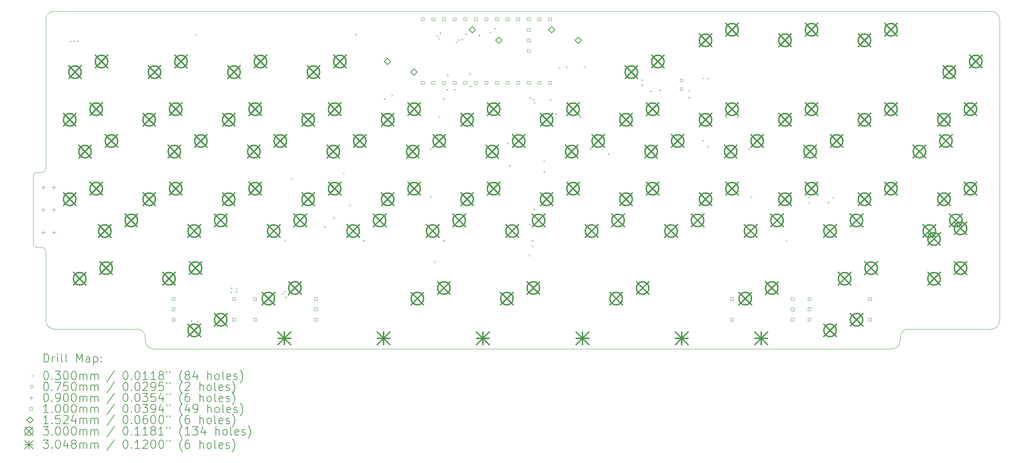
<source format=gbr>
%TF.GenerationSoftware,KiCad,Pcbnew,7.0.11-7.0.11~ubuntu22.04.1*%
%TF.CreationDate,2024-06-29T22:12:22+02:00*%
%TF.ProjectId,vorona-pcb,766f726f-6e61-42d7-9063-622e6b696361,rev?*%
%TF.SameCoordinates,Original*%
%TF.FileFunction,Drillmap*%
%TF.FilePolarity,Positive*%
%FSLAX45Y45*%
G04 Gerber Fmt 4.5, Leading zero omitted, Abs format (unit mm)*
G04 Created by KiCad (PCBNEW 7.0.11-7.0.11~ubuntu22.04.1) date 2024-06-29 22:12:22*
%MOMM*%
%LPD*%
G01*
G04 APERTURE LIST*
%ADD10C,0.100000*%
%ADD11C,0.200000*%
%ADD12C,0.152400*%
%ADD13C,0.300000*%
%ADD14C,0.304800*%
G04 APERTURE END LIST*
D10*
X2700000Y-2500000D02*
X25160000Y-2500000D01*
X2200000Y-6460000D02*
X2200000Y-6560000D01*
X2400000Y-6360000D02*
X2300000Y-6360000D01*
X25160000Y-10120000D02*
X23178750Y-10120000D01*
X2300000Y-6360000D02*
G75*
G03*
X2200000Y-6460000I0J-100000D01*
G01*
X2500000Y-9920000D02*
X2500000Y-8265000D01*
X2400000Y-8165000D02*
X2300000Y-8165000D01*
X2500000Y-9920000D02*
G75*
G03*
X2700000Y-10120000I200000J0D01*
G01*
X4881250Y-10396250D02*
X4881250Y-10320000D01*
X2400000Y-6360000D02*
G75*
G03*
X2500000Y-6260000I0J100000D01*
G01*
X25360000Y-2700000D02*
G75*
G03*
X25160000Y-2500000I-200000J0D01*
G01*
X2200000Y-6560000D02*
X2200000Y-7965000D01*
X22778750Y-10596250D02*
G75*
G03*
X22978750Y-10396250I0J200000D01*
G01*
X2700000Y-2500000D02*
G75*
G03*
X2500000Y-2700000I0J-200000D01*
G01*
X22778750Y-10596250D02*
X5081250Y-10596250D01*
X4881250Y-10320000D02*
G75*
G03*
X4681250Y-10120000I-200000J0D01*
G01*
X4681250Y-10120000D02*
X2700000Y-10120000D01*
X25360000Y-2700000D02*
X25360000Y-9920000D01*
X4881250Y-10396250D02*
G75*
G03*
X5081250Y-10596250I200000J0D01*
G01*
X2500000Y-2700000D02*
X2500000Y-6260000D01*
X25160000Y-10120000D02*
G75*
G03*
X25360000Y-9920000I0J200000D01*
G01*
X23178750Y-10120000D02*
G75*
G03*
X22978750Y-10320000I0J-200000D01*
G01*
X2500000Y-8265000D02*
G75*
G03*
X2400000Y-8165000I-100000J0D01*
G01*
X2200000Y-8065000D02*
G75*
G03*
X2300000Y-8165000I100000J0D01*
G01*
X2200000Y-8065000D02*
X2200000Y-7965000D01*
X22978750Y-10320000D02*
X22978750Y-10396250D01*
D11*
D10*
X3084525Y-3205139D02*
X3114525Y-3235139D01*
X3114525Y-3205139D02*
X3084525Y-3235139D01*
X3164487Y-3202660D02*
X3194487Y-3232660D01*
X3194487Y-3202660D02*
X3164487Y-3232660D01*
X3249000Y-3203000D02*
X3279000Y-3233000D01*
X3279000Y-3203000D02*
X3249000Y-3233000D01*
X5970000Y-9912000D02*
X6000000Y-9942000D01*
X6000000Y-9912000D02*
X5970000Y-9942000D01*
X6080000Y-3043000D02*
X6110000Y-3073000D01*
X6110000Y-3043000D02*
X6080000Y-3073000D01*
X6122000Y-9916000D02*
X6152000Y-9946000D01*
X6152000Y-9916000D02*
X6122000Y-9946000D01*
X6924426Y-9221427D02*
X6954426Y-9251427D01*
X6954426Y-9221427D02*
X6924426Y-9251427D01*
X6934000Y-9127000D02*
X6964000Y-9157000D01*
X6964000Y-9127000D02*
X6934000Y-9157000D01*
X7055000Y-9129000D02*
X7085000Y-9159000D01*
X7085000Y-9129000D02*
X7055000Y-9159000D01*
X7055000Y-9209000D02*
X7085000Y-9239000D01*
X7085000Y-9209000D02*
X7055000Y-9239000D01*
X8153641Y-9258779D02*
X8183641Y-9288779D01*
X8183641Y-9258779D02*
X8153641Y-9288779D01*
X8210210Y-9202210D02*
X8240210Y-9232210D01*
X8240210Y-9202210D02*
X8210210Y-9232210D01*
X8217000Y-7983000D02*
X8247000Y-8013000D01*
X8247000Y-7983000D02*
X8217000Y-8013000D01*
X8238071Y-9343995D02*
X8268071Y-9373995D01*
X8268071Y-9343995D02*
X8238071Y-9373995D01*
X8298000Y-9291000D02*
X8328000Y-9321000D01*
X8328000Y-9291000D02*
X8298000Y-9321000D01*
X8370426Y-6507573D02*
X8400427Y-6537573D01*
X8400427Y-6507573D02*
X8370426Y-6537573D01*
X9171750Y-7658750D02*
X9201750Y-7688750D01*
X9201750Y-7658750D02*
X9171750Y-7688750D01*
X9391000Y-7441500D02*
X9421000Y-7471500D01*
X9421000Y-7441500D02*
X9391000Y-7471500D01*
X9624000Y-6372573D02*
X9654000Y-6402573D01*
X9654000Y-6372573D02*
X9624000Y-6402573D01*
X9776000Y-7135000D02*
X9806000Y-7165000D01*
X9806000Y-7135000D02*
X9776000Y-7165000D01*
X9912000Y-3043000D02*
X9942000Y-3073000D01*
X9942000Y-3043000D02*
X9912000Y-3073000D01*
X10096000Y-7988750D02*
X10126000Y-8018750D01*
X10126000Y-7988750D02*
X10096000Y-8018750D01*
X10601000Y-4587000D02*
X10631000Y-4617000D01*
X10631000Y-4587000D02*
X10601000Y-4617000D01*
X10785000Y-4505000D02*
X10815000Y-4535000D01*
X10815000Y-4505000D02*
X10785000Y-4535000D01*
X11701000Y-5790500D02*
X11731000Y-5820500D01*
X11731000Y-5790500D02*
X11701000Y-5820500D01*
X11701000Y-6933500D02*
X11731000Y-6963500D01*
X11731000Y-6933500D02*
X11701000Y-6963500D01*
X11799000Y-8498000D02*
X11829000Y-8528000D01*
X11829000Y-8498000D02*
X11799000Y-8528000D01*
X11865000Y-3074000D02*
X11895000Y-3104000D01*
X11895000Y-3074000D02*
X11865000Y-3104000D01*
X11909376Y-3140564D02*
X11939376Y-3170564D01*
X11939376Y-3140564D02*
X11909376Y-3170564D01*
X11918000Y-5028500D02*
X11948000Y-5058500D01*
X11948000Y-5028500D02*
X11918000Y-5058500D01*
X11940000Y-3014000D02*
X11970000Y-3044000D01*
X11970000Y-3014000D02*
X11940000Y-3044000D01*
X12016000Y-4587000D02*
X12046000Y-4617000D01*
X12046000Y-4587000D02*
X12016000Y-4617000D01*
X12028000Y-7988750D02*
X12058000Y-8018750D01*
X12058000Y-7988750D02*
X12028000Y-8018750D01*
X12105573Y-4364427D02*
X12135573Y-4394427D01*
X12135573Y-4364427D02*
X12105573Y-4394427D01*
X12118073Y-4018000D02*
X12148073Y-4048000D01*
X12148073Y-4018000D02*
X12118073Y-4048000D01*
X12281000Y-4365000D02*
X12311000Y-4395000D01*
X12311000Y-4365000D02*
X12281000Y-4395000D01*
X12329000Y-3230000D02*
X12359000Y-3260000D01*
X12359000Y-3230000D02*
X12329000Y-3260000D01*
X12384864Y-3172735D02*
X12414864Y-3202735D01*
X12414864Y-3172735D02*
X12384864Y-3202735D01*
X12464375Y-3163902D02*
X12494375Y-3193902D01*
X12494375Y-3163902D02*
X12464375Y-3193902D01*
X12551000Y-3033000D02*
X12581000Y-3063000D01*
X12581000Y-3033000D02*
X12551000Y-3063000D01*
X12653000Y-3978000D02*
X12683000Y-4008000D01*
X12683000Y-3978000D02*
X12653000Y-4008000D01*
X12659000Y-4285000D02*
X12689000Y-4315000D01*
X12689000Y-4285000D02*
X12659000Y-4315000D01*
X12872000Y-3063110D02*
X12902000Y-3093110D01*
X12902000Y-3063110D02*
X12872000Y-3093110D01*
X13132974Y-2990974D02*
X13162974Y-3020974D01*
X13162974Y-2990974D02*
X13132974Y-3020974D01*
X13256890Y-2898501D02*
X13286890Y-2928501D01*
X13286890Y-2898501D02*
X13256890Y-2928501D01*
X13556000Y-5656500D02*
X13586000Y-5686500D01*
X13586000Y-5656500D02*
X13556000Y-5686500D01*
X13594000Y-6192000D02*
X13624000Y-6222000D01*
X13624000Y-6192000D02*
X13594000Y-6222000D01*
X14076000Y-8337250D02*
X14106000Y-8367250D01*
X14106000Y-8337250D02*
X14076000Y-8367250D01*
X14077000Y-7603000D02*
X14107000Y-7633000D01*
X14107000Y-7603000D02*
X14077000Y-7633000D01*
X14085000Y-4565000D02*
X14115000Y-4595000D01*
X14115000Y-4565000D02*
X14085000Y-4595000D01*
X14143000Y-8108750D02*
X14173000Y-8138750D01*
X14173000Y-8108750D02*
X14143000Y-8138750D01*
X14144000Y-7988750D02*
X14174000Y-8018750D01*
X14174000Y-7988750D02*
X14144000Y-8018750D01*
X14165000Y-4605000D02*
X14195000Y-4635000D01*
X14195000Y-4605000D02*
X14165000Y-4635000D01*
X14192000Y-7230000D02*
X14222000Y-7260000D01*
X14222000Y-7230000D02*
X14192000Y-7260000D01*
X14198000Y-4678073D02*
X14228000Y-4708073D01*
X14228000Y-4678073D02*
X14198000Y-4708073D01*
X14426500Y-6072000D02*
X14456500Y-6102000D01*
X14456500Y-6072000D02*
X14426500Y-6102000D01*
X14426500Y-6342000D02*
X14456500Y-6372000D01*
X14456500Y-6342000D02*
X14426500Y-6372000D01*
X14587000Y-4605000D02*
X14617000Y-4635000D01*
X14617000Y-4605000D02*
X14587000Y-4635000D01*
X14709353Y-4950500D02*
X14739353Y-4980500D01*
X14739353Y-4950500D02*
X14709353Y-4980500D01*
X14798073Y-3832926D02*
X14828073Y-3862926D01*
X14828073Y-3832926D02*
X14798073Y-3862926D01*
X14960926Y-3826073D02*
X14990926Y-3856073D01*
X14990926Y-3826073D02*
X14960926Y-3856073D01*
X15300000Y-5028500D02*
X15330000Y-5058500D01*
X15330000Y-5028500D02*
X15300000Y-5058500D01*
X15398573Y-3825573D02*
X15428573Y-3855573D01*
X15428573Y-3825573D02*
X15398573Y-3855573D01*
X15536000Y-5790500D02*
X15566000Y-5820500D01*
X15566000Y-5790500D02*
X15536000Y-5820500D01*
X15968000Y-5910500D02*
X15998000Y-5940500D01*
X15998000Y-5910500D02*
X15968000Y-5940500D01*
X16778000Y-4135000D02*
X16808000Y-4165000D01*
X16808000Y-4135000D02*
X16778000Y-4165000D01*
X16778000Y-4255000D02*
X16808000Y-4285000D01*
X16808000Y-4255000D02*
X16778000Y-4285000D01*
X16981574Y-4405000D02*
X17011574Y-4435000D01*
X17011574Y-4405000D02*
X16981574Y-4435000D01*
X17209000Y-4382000D02*
X17239000Y-4412000D01*
X17239000Y-4382000D02*
X17209000Y-4412000D01*
X17899000Y-4390000D02*
X17929000Y-4420000D01*
X17929000Y-4390000D02*
X17899000Y-4420000D01*
X17899000Y-4553000D02*
X17929000Y-4583000D01*
X17929000Y-4553000D02*
X17899000Y-4583000D01*
X18236500Y-4091000D02*
X18266500Y-4121000D01*
X18266500Y-4091000D02*
X18236500Y-4121000D01*
X18236500Y-5582000D02*
X18266500Y-5612000D01*
X18266500Y-5582000D02*
X18236500Y-5612000D01*
X18356500Y-4093000D02*
X18386500Y-4123000D01*
X18386500Y-4093000D02*
X18356500Y-4123000D01*
X18356500Y-5729000D02*
X18386500Y-5759000D01*
X18386500Y-5729000D02*
X18356500Y-5759000D01*
X18792000Y-5022000D02*
X18822000Y-5052000D01*
X18822000Y-5022000D02*
X18792000Y-5052000D01*
X19071000Y-5025000D02*
X19101000Y-5055000D01*
X19101000Y-5025000D02*
X19071000Y-5055000D01*
X19338000Y-5790500D02*
X19368000Y-5820500D01*
X19368000Y-5790500D02*
X19338000Y-5820500D01*
X19396000Y-6933500D02*
X19426000Y-6963500D01*
X19426000Y-6933500D02*
X19396000Y-6963500D01*
X20238000Y-7988750D02*
X20268000Y-8018750D01*
X20268000Y-7988750D02*
X20238000Y-8018750D01*
X20776500Y-6953110D02*
X20806500Y-6983110D01*
X20806500Y-6953110D02*
X20776500Y-6983110D01*
X20776500Y-7073110D02*
X20806500Y-7103110D01*
X20806500Y-7073110D02*
X20776500Y-7103110D01*
X21238000Y-7073110D02*
X21268000Y-7103110D01*
X21268000Y-7073110D02*
X21238000Y-7103110D01*
X21356000Y-6953110D02*
X21386000Y-6983110D01*
X21386000Y-6953110D02*
X21356000Y-6983110D01*
X17775500Y-4164000D02*
G75*
G03*
X17700500Y-4164000I-37500J0D01*
G01*
X17700500Y-4164000D02*
G75*
G03*
X17775500Y-4164000I37500J0D01*
G01*
X17775500Y-4364000D02*
G75*
G03*
X17700500Y-4364000I-37500J0D01*
G01*
X17700500Y-4364000D02*
G75*
G03*
X17775500Y-4364000I37500J0D01*
G01*
X2434500Y-7218000D02*
X2434500Y-7308000D01*
X2389500Y-7263000D02*
X2479500Y-7263000D01*
X2435500Y-7757000D02*
X2435500Y-7847000D01*
X2390500Y-7802000D02*
X2480500Y-7802000D01*
X2436500Y-6678000D02*
X2436500Y-6768000D01*
X2391500Y-6723000D02*
X2481500Y-6723000D01*
X2688500Y-7218000D02*
X2688500Y-7308000D01*
X2643500Y-7263000D02*
X2733500Y-7263000D01*
X2689500Y-7757000D02*
X2689500Y-7847000D01*
X2644500Y-7802000D02*
X2734500Y-7802000D01*
X2690500Y-6678000D02*
X2690500Y-6768000D01*
X2645500Y-6723000D02*
X2735500Y-6723000D01*
X5595356Y-9429356D02*
X5595356Y-9358644D01*
X5524644Y-9358644D01*
X5524644Y-9429356D01*
X5595356Y-9429356D01*
X5595356Y-9679356D02*
X5595356Y-9608644D01*
X5524644Y-9608644D01*
X5524644Y-9679356D01*
X5595356Y-9679356D01*
X5595356Y-9929356D02*
X5595356Y-9858644D01*
X5524644Y-9858644D01*
X5524644Y-9929356D01*
X5595356Y-9929356D01*
X7045356Y-9429356D02*
X7045356Y-9358644D01*
X6974644Y-9358644D01*
X6974644Y-9429356D01*
X7045356Y-9429356D01*
X7045356Y-9929356D02*
X7045356Y-9858644D01*
X6974644Y-9858644D01*
X6974644Y-9929356D01*
X7045356Y-9929356D01*
X7550356Y-9429356D02*
X7550356Y-9358644D01*
X7479644Y-9358644D01*
X7479644Y-9429356D01*
X7550356Y-9429356D01*
X7550356Y-9929356D02*
X7550356Y-9858644D01*
X7479644Y-9858644D01*
X7479644Y-9929356D01*
X7550356Y-9929356D01*
X9000356Y-9429356D02*
X9000356Y-9358644D01*
X8929644Y-9358644D01*
X8929644Y-9429356D01*
X9000356Y-9429356D01*
X9000356Y-9679356D02*
X9000356Y-9608644D01*
X8929644Y-9608644D01*
X8929644Y-9679356D01*
X9000356Y-9679356D01*
X9000356Y-9929356D02*
X9000356Y-9858644D01*
X8929644Y-9858644D01*
X8929644Y-9929356D01*
X9000356Y-9929356D01*
X11566356Y-2724356D02*
X11566356Y-2653644D01*
X11495644Y-2653644D01*
X11495644Y-2724356D01*
X11566356Y-2724356D01*
X11566356Y-4248356D02*
X11566356Y-4177644D01*
X11495644Y-4177644D01*
X11495644Y-4248356D01*
X11566356Y-4248356D01*
X11820356Y-2724356D02*
X11820356Y-2653644D01*
X11749644Y-2653644D01*
X11749644Y-2724356D01*
X11820356Y-2724356D01*
X11820356Y-4248356D02*
X11820356Y-4177644D01*
X11749644Y-4177644D01*
X11749644Y-4248356D01*
X11820356Y-4248356D01*
X12074356Y-2724356D02*
X12074356Y-2653644D01*
X12003644Y-2653644D01*
X12003644Y-2724356D01*
X12074356Y-2724356D01*
X12074356Y-4248356D02*
X12074356Y-4177644D01*
X12003644Y-4177644D01*
X12003644Y-4248356D01*
X12074356Y-4248356D01*
X12328356Y-2724356D02*
X12328356Y-2653644D01*
X12257644Y-2653644D01*
X12257644Y-2724356D01*
X12328356Y-2724356D01*
X12328356Y-4248356D02*
X12328356Y-4177644D01*
X12257644Y-4177644D01*
X12257644Y-4248356D01*
X12328356Y-4248356D01*
X12582356Y-2724356D02*
X12582356Y-2653644D01*
X12511644Y-2653644D01*
X12511644Y-2724356D01*
X12582356Y-2724356D01*
X12582356Y-4248356D02*
X12582356Y-4177644D01*
X12511644Y-4177644D01*
X12511644Y-4248356D01*
X12582356Y-4248356D01*
X12836356Y-2724356D02*
X12836356Y-2653644D01*
X12765644Y-2653644D01*
X12765644Y-2724356D01*
X12836356Y-2724356D01*
X12836356Y-4248356D02*
X12836356Y-4177644D01*
X12765644Y-4177644D01*
X12765644Y-4248356D01*
X12836356Y-4248356D01*
X13090356Y-2724356D02*
X13090356Y-2653644D01*
X13019644Y-2653644D01*
X13019644Y-2724356D01*
X13090356Y-2724356D01*
X13090356Y-4248356D02*
X13090356Y-4177644D01*
X13019644Y-4177644D01*
X13019644Y-4248356D01*
X13090356Y-4248356D01*
X13344356Y-2724356D02*
X13344356Y-2653644D01*
X13273644Y-2653644D01*
X13273644Y-2724356D01*
X13344356Y-2724356D01*
X13344356Y-4248356D02*
X13344356Y-4177644D01*
X13273644Y-4177644D01*
X13273644Y-4248356D01*
X13344356Y-4248356D01*
X13598356Y-2724356D02*
X13598356Y-2653644D01*
X13527644Y-2653644D01*
X13527644Y-2724356D01*
X13598356Y-2724356D01*
X13598356Y-4248356D02*
X13598356Y-4177644D01*
X13527644Y-4177644D01*
X13527644Y-4248356D01*
X13598356Y-4248356D01*
X13852356Y-2724356D02*
X13852356Y-2653644D01*
X13781644Y-2653644D01*
X13781644Y-2724356D01*
X13852356Y-2724356D01*
X13852356Y-4248356D02*
X13852356Y-4177644D01*
X13781644Y-4177644D01*
X13781644Y-4248356D01*
X13852356Y-4248356D01*
X14106356Y-2724356D02*
X14106356Y-2653644D01*
X14035644Y-2653644D01*
X14035644Y-2724356D01*
X14106356Y-2724356D01*
X14106356Y-2978356D02*
X14106356Y-2907644D01*
X14035644Y-2907644D01*
X14035644Y-2978356D01*
X14106356Y-2978356D01*
X14106356Y-3232356D02*
X14106356Y-3161644D01*
X14035644Y-3161644D01*
X14035644Y-3232356D01*
X14106356Y-3232356D01*
X14106356Y-3486356D02*
X14106356Y-3415644D01*
X14035644Y-3415644D01*
X14035644Y-3486356D01*
X14106356Y-3486356D01*
X14106356Y-4248356D02*
X14106356Y-4177644D01*
X14035644Y-4177644D01*
X14035644Y-4248356D01*
X14106356Y-4248356D01*
X14360356Y-2724356D02*
X14360356Y-2653644D01*
X14289644Y-2653644D01*
X14289644Y-2724356D01*
X14360356Y-2724356D01*
X14360356Y-4248356D02*
X14360356Y-4177644D01*
X14289644Y-4177644D01*
X14289644Y-4248356D01*
X14360356Y-4248356D01*
X14614356Y-2724356D02*
X14614356Y-2653644D01*
X14543644Y-2653644D01*
X14543644Y-2724356D01*
X14614356Y-2724356D01*
X14614356Y-4248356D02*
X14614356Y-4177644D01*
X14543644Y-4177644D01*
X14543644Y-4248356D01*
X14614356Y-4248356D01*
X18980356Y-9428356D02*
X18980356Y-9357644D01*
X18909644Y-9357644D01*
X18909644Y-9428356D01*
X18980356Y-9428356D01*
X18980356Y-9928356D02*
X18980356Y-9857644D01*
X18909644Y-9857644D01*
X18909644Y-9928356D01*
X18980356Y-9928356D01*
X20430356Y-9428356D02*
X20430356Y-9357644D01*
X20359644Y-9357644D01*
X20359644Y-9428356D01*
X20430356Y-9428356D01*
X20430356Y-9678356D02*
X20430356Y-9607644D01*
X20359644Y-9607644D01*
X20359644Y-9678356D01*
X20430356Y-9678356D01*
X20430356Y-9928356D02*
X20430356Y-9857644D01*
X20359644Y-9857644D01*
X20359644Y-9928356D01*
X20430356Y-9928356D01*
X20835356Y-9429356D02*
X20835356Y-9358644D01*
X20764644Y-9358644D01*
X20764644Y-9429356D01*
X20835356Y-9429356D01*
X20835356Y-9679356D02*
X20835356Y-9608644D01*
X20764644Y-9608644D01*
X20764644Y-9679356D01*
X20835356Y-9679356D01*
X20835356Y-9929356D02*
X20835356Y-9858644D01*
X20764644Y-9858644D01*
X20764644Y-9929356D01*
X20835356Y-9929356D01*
X22285356Y-9429356D02*
X22285356Y-9358644D01*
X22214644Y-9358644D01*
X22214644Y-9429356D01*
X22285356Y-9429356D01*
X22285356Y-9929356D02*
X22285356Y-9858644D01*
X22214644Y-9858644D01*
X22214644Y-9929356D01*
X22285356Y-9929356D01*
D12*
X10691500Y-3782700D02*
X10767700Y-3706500D01*
X10691500Y-3630300D01*
X10615300Y-3706500D01*
X10691500Y-3782700D01*
X11326500Y-4036700D02*
X11402700Y-3960500D01*
X11326500Y-3884300D01*
X11250300Y-3960500D01*
X11326500Y-4036700D01*
X12723500Y-3020700D02*
X12799700Y-2944500D01*
X12723500Y-2868300D01*
X12647300Y-2944500D01*
X12723500Y-3020700D01*
X13358500Y-3274700D02*
X13434700Y-3198500D01*
X13358500Y-3122300D01*
X13282300Y-3198500D01*
X13358500Y-3274700D01*
X14628500Y-3020700D02*
X14704700Y-2944500D01*
X14628500Y-2868300D01*
X14552300Y-2944500D01*
X14628500Y-3020700D01*
X15263500Y-3274700D02*
X15339700Y-3198500D01*
X15263500Y-3122300D01*
X15187300Y-3198500D01*
X15263500Y-3274700D01*
D13*
X2921500Y-4953500D02*
X3221500Y-5253500D01*
X3221500Y-4953500D02*
X2921500Y-5253500D01*
X3221500Y-5103500D02*
G75*
G03*
X2921500Y-5103500I-150000J0D01*
G01*
X2921500Y-5103500D02*
G75*
G03*
X3221500Y-5103500I150000J0D01*
G01*
X2921500Y-6858500D02*
X3221500Y-7158500D01*
X3221500Y-6858500D02*
X2921500Y-7158500D01*
X3221500Y-7008500D02*
G75*
G03*
X2921500Y-7008500I-150000J0D01*
G01*
X2921500Y-7008500D02*
G75*
G03*
X3221500Y-7008500I150000J0D01*
G01*
X3048500Y-3810500D02*
X3348500Y-4110500D01*
X3348500Y-3810500D02*
X3048500Y-4110500D01*
X3348500Y-3960500D02*
G75*
G03*
X3048500Y-3960500I-150000J0D01*
G01*
X3048500Y-3960500D02*
G75*
G03*
X3348500Y-3960500I150000J0D01*
G01*
X3159625Y-8763500D02*
X3459625Y-9063500D01*
X3459625Y-8763500D02*
X3159625Y-9063500D01*
X3459625Y-8913500D02*
G75*
G03*
X3159625Y-8913500I-150000J0D01*
G01*
X3159625Y-8913500D02*
G75*
G03*
X3459625Y-8913500I150000J0D01*
G01*
X3286625Y-5715500D02*
X3586625Y-6015500D01*
X3586625Y-5715500D02*
X3286625Y-6015500D01*
X3586625Y-5865500D02*
G75*
G03*
X3286625Y-5865500I-150000J0D01*
G01*
X3286625Y-5865500D02*
G75*
G03*
X3586625Y-5865500I150000J0D01*
G01*
X3556500Y-4699500D02*
X3856500Y-4999500D01*
X3856500Y-4699500D02*
X3556500Y-4999500D01*
X3856500Y-4849500D02*
G75*
G03*
X3556500Y-4849500I-150000J0D01*
G01*
X3556500Y-4849500D02*
G75*
G03*
X3856500Y-4849500I150000J0D01*
G01*
X3556500Y-6604500D02*
X3856500Y-6904500D01*
X3856500Y-6604500D02*
X3556500Y-6904500D01*
X3856500Y-6754500D02*
G75*
G03*
X3556500Y-6754500I-150000J0D01*
G01*
X3556500Y-6754500D02*
G75*
G03*
X3856500Y-6754500I150000J0D01*
G01*
X3683500Y-3556500D02*
X3983500Y-3856500D01*
X3983500Y-3556500D02*
X3683500Y-3856500D01*
X3983500Y-3706500D02*
G75*
G03*
X3683500Y-3706500I-150000J0D01*
G01*
X3683500Y-3706500D02*
G75*
G03*
X3983500Y-3706500I150000J0D01*
G01*
X3762875Y-7620500D02*
X4062875Y-7920500D01*
X4062875Y-7620500D02*
X3762875Y-7920500D01*
X4062875Y-7770500D02*
G75*
G03*
X3762875Y-7770500I-150000J0D01*
G01*
X3762875Y-7770500D02*
G75*
G03*
X4062875Y-7770500I150000J0D01*
G01*
X3794625Y-8509500D02*
X4094625Y-8809500D01*
X4094625Y-8509500D02*
X3794625Y-8809500D01*
X4094625Y-8659500D02*
G75*
G03*
X3794625Y-8659500I-150000J0D01*
G01*
X3794625Y-8659500D02*
G75*
G03*
X4094625Y-8659500I150000J0D01*
G01*
X3921625Y-5461500D02*
X4221625Y-5761500D01*
X4221625Y-5461500D02*
X3921625Y-5761500D01*
X4221625Y-5611500D02*
G75*
G03*
X3921625Y-5611500I-150000J0D01*
G01*
X3921625Y-5611500D02*
G75*
G03*
X4221625Y-5611500I150000J0D01*
G01*
X4397875Y-7366500D02*
X4697875Y-7666500D01*
X4697875Y-7366500D02*
X4397875Y-7666500D01*
X4697875Y-7516500D02*
G75*
G03*
X4397875Y-7516500I-150000J0D01*
G01*
X4397875Y-7516500D02*
G75*
G03*
X4697875Y-7516500I150000J0D01*
G01*
X4826500Y-4953500D02*
X5126500Y-5253500D01*
X5126500Y-4953500D02*
X4826500Y-5253500D01*
X5126500Y-5103500D02*
G75*
G03*
X4826500Y-5103500I-150000J0D01*
G01*
X4826500Y-5103500D02*
G75*
G03*
X5126500Y-5103500I150000J0D01*
G01*
X4826500Y-6858500D02*
X5126500Y-7158500D01*
X5126500Y-6858500D02*
X4826500Y-7158500D01*
X5126500Y-7008500D02*
G75*
G03*
X4826500Y-7008500I-150000J0D01*
G01*
X4826500Y-7008500D02*
G75*
G03*
X5126500Y-7008500I150000J0D01*
G01*
X4953500Y-3810500D02*
X5253500Y-4110500D01*
X5253500Y-3810500D02*
X4953500Y-4110500D01*
X5253500Y-3960500D02*
G75*
G03*
X4953500Y-3960500I-150000J0D01*
G01*
X4953500Y-3960500D02*
G75*
G03*
X5253500Y-3960500I150000J0D01*
G01*
X5302750Y-8763500D02*
X5602750Y-9063500D01*
X5602750Y-8763500D02*
X5302750Y-9063500D01*
X5602750Y-8913500D02*
G75*
G03*
X5302750Y-8913500I-150000J0D01*
G01*
X5302750Y-8913500D02*
G75*
G03*
X5602750Y-8913500I150000J0D01*
G01*
X5429750Y-5715500D02*
X5729750Y-6015500D01*
X5729750Y-5715500D02*
X5429750Y-6015500D01*
X5729750Y-5865500D02*
G75*
G03*
X5429750Y-5865500I-150000J0D01*
G01*
X5429750Y-5865500D02*
G75*
G03*
X5729750Y-5865500I150000J0D01*
G01*
X5461500Y-4699500D02*
X5761500Y-4999500D01*
X5761500Y-4699500D02*
X5461500Y-4999500D01*
X5761500Y-4849500D02*
G75*
G03*
X5461500Y-4849500I-150000J0D01*
G01*
X5461500Y-4849500D02*
G75*
G03*
X5761500Y-4849500I150000J0D01*
G01*
X5461500Y-6604500D02*
X5761500Y-6904500D01*
X5761500Y-6604500D02*
X5461500Y-6904500D01*
X5761500Y-6754500D02*
G75*
G03*
X5461500Y-6754500I-150000J0D01*
G01*
X5461500Y-6754500D02*
G75*
G03*
X5761500Y-6754500I150000J0D01*
G01*
X5588500Y-3556500D02*
X5888500Y-3856500D01*
X5888500Y-3556500D02*
X5588500Y-3856500D01*
X5888500Y-3706500D02*
G75*
G03*
X5588500Y-3706500I-150000J0D01*
G01*
X5588500Y-3706500D02*
G75*
G03*
X5888500Y-3706500I150000J0D01*
G01*
X5906000Y-7620500D02*
X6206000Y-7920500D01*
X6206000Y-7620500D02*
X5906000Y-7920500D01*
X6206000Y-7770500D02*
G75*
G03*
X5906000Y-7770500I-150000J0D01*
G01*
X5906000Y-7770500D02*
G75*
G03*
X6206000Y-7770500I150000J0D01*
G01*
X5906000Y-10001750D02*
X6206000Y-10301750D01*
X6206000Y-10001750D02*
X5906000Y-10301750D01*
X6206000Y-10151750D02*
G75*
G03*
X5906000Y-10151750I-150000J0D01*
G01*
X5906000Y-10151750D02*
G75*
G03*
X6206000Y-10151750I150000J0D01*
G01*
X5937750Y-8509500D02*
X6237750Y-8809500D01*
X6237750Y-8509500D02*
X5937750Y-8809500D01*
X6237750Y-8659500D02*
G75*
G03*
X5937750Y-8659500I-150000J0D01*
G01*
X5937750Y-8659500D02*
G75*
G03*
X6237750Y-8659500I150000J0D01*
G01*
X6064750Y-5461500D02*
X6364750Y-5761500D01*
X6364750Y-5461500D02*
X6064750Y-5761500D01*
X6364750Y-5611500D02*
G75*
G03*
X6064750Y-5611500I-150000J0D01*
G01*
X6064750Y-5611500D02*
G75*
G03*
X6364750Y-5611500I150000J0D01*
G01*
X6541000Y-7366500D02*
X6841000Y-7666500D01*
X6841000Y-7366500D02*
X6541000Y-7666500D01*
X6841000Y-7516500D02*
G75*
G03*
X6541000Y-7516500I-150000J0D01*
G01*
X6541000Y-7516500D02*
G75*
G03*
X6841000Y-7516500I150000J0D01*
G01*
X6541000Y-9747750D02*
X6841000Y-10047750D01*
X6841000Y-9747750D02*
X6541000Y-10047750D01*
X6841000Y-9897750D02*
G75*
G03*
X6541000Y-9897750I-150000J0D01*
G01*
X6541000Y-9897750D02*
G75*
G03*
X6841000Y-9897750I150000J0D01*
G01*
X6731500Y-4953500D02*
X7031500Y-5253500D01*
X7031500Y-4953500D02*
X6731500Y-5253500D01*
X7031500Y-5103500D02*
G75*
G03*
X6731500Y-5103500I-150000J0D01*
G01*
X6731500Y-5103500D02*
G75*
G03*
X7031500Y-5103500I150000J0D01*
G01*
X6731500Y-6858500D02*
X7031500Y-7158500D01*
X7031500Y-6858500D02*
X6731500Y-7158500D01*
X7031500Y-7008500D02*
G75*
G03*
X6731500Y-7008500I-150000J0D01*
G01*
X6731500Y-7008500D02*
G75*
G03*
X7031500Y-7008500I150000J0D01*
G01*
X6858500Y-3810500D02*
X7158500Y-4110500D01*
X7158500Y-3810500D02*
X6858500Y-4110500D01*
X7158500Y-3960500D02*
G75*
G03*
X6858500Y-3960500I-150000J0D01*
G01*
X6858500Y-3960500D02*
G75*
G03*
X7158500Y-3960500I150000J0D01*
G01*
X7334750Y-5715500D02*
X7634750Y-6015500D01*
X7634750Y-5715500D02*
X7334750Y-6015500D01*
X7634750Y-5865500D02*
G75*
G03*
X7334750Y-5865500I-150000J0D01*
G01*
X7334750Y-5865500D02*
G75*
G03*
X7634750Y-5865500I150000J0D01*
G01*
X7366500Y-4699500D02*
X7666500Y-4999500D01*
X7666500Y-4699500D02*
X7366500Y-4999500D01*
X7666500Y-4849500D02*
G75*
G03*
X7366500Y-4849500I-150000J0D01*
G01*
X7366500Y-4849500D02*
G75*
G03*
X7666500Y-4849500I150000J0D01*
G01*
X7366500Y-6604500D02*
X7666500Y-6904500D01*
X7666500Y-6604500D02*
X7366500Y-6904500D01*
X7666500Y-6754500D02*
G75*
G03*
X7366500Y-6754500I-150000J0D01*
G01*
X7366500Y-6754500D02*
G75*
G03*
X7666500Y-6754500I150000J0D01*
G01*
X7493500Y-3556500D02*
X7793500Y-3856500D01*
X7793500Y-3556500D02*
X7493500Y-3856500D01*
X7793500Y-3706500D02*
G75*
G03*
X7493500Y-3706500I-150000J0D01*
G01*
X7493500Y-3706500D02*
G75*
G03*
X7793500Y-3706500I150000J0D01*
G01*
X7684000Y-9239750D02*
X7984000Y-9539750D01*
X7984000Y-9239750D02*
X7684000Y-9539750D01*
X7984000Y-9389750D02*
G75*
G03*
X7684000Y-9389750I-150000J0D01*
G01*
X7684000Y-9389750D02*
G75*
G03*
X7984000Y-9389750I150000J0D01*
G01*
X7811000Y-7620500D02*
X8111000Y-7920500D01*
X8111000Y-7620500D02*
X7811000Y-7920500D01*
X8111000Y-7770500D02*
G75*
G03*
X7811000Y-7770500I-150000J0D01*
G01*
X7811000Y-7770500D02*
G75*
G03*
X8111000Y-7770500I150000J0D01*
G01*
X7969750Y-5461500D02*
X8269750Y-5761500D01*
X8269750Y-5461500D02*
X7969750Y-5761500D01*
X8269750Y-5611500D02*
G75*
G03*
X7969750Y-5611500I-150000J0D01*
G01*
X7969750Y-5611500D02*
G75*
G03*
X8269750Y-5611500I150000J0D01*
G01*
X8319000Y-8985750D02*
X8619000Y-9285750D01*
X8619000Y-8985750D02*
X8319000Y-9285750D01*
X8619000Y-9135750D02*
G75*
G03*
X8319000Y-9135750I-150000J0D01*
G01*
X8319000Y-9135750D02*
G75*
G03*
X8619000Y-9135750I150000J0D01*
G01*
X8446000Y-7366500D02*
X8746000Y-7666500D01*
X8746000Y-7366500D02*
X8446000Y-7666500D01*
X8746000Y-7516500D02*
G75*
G03*
X8446000Y-7516500I-150000J0D01*
G01*
X8446000Y-7516500D02*
G75*
G03*
X8746000Y-7516500I150000J0D01*
G01*
X8636500Y-4953500D02*
X8936500Y-5253500D01*
X8936500Y-4953500D02*
X8636500Y-5253500D01*
X8936500Y-5103500D02*
G75*
G03*
X8636500Y-5103500I-150000J0D01*
G01*
X8636500Y-5103500D02*
G75*
G03*
X8936500Y-5103500I150000J0D01*
G01*
X8636500Y-6858500D02*
X8936500Y-7158500D01*
X8936500Y-6858500D02*
X8636500Y-7158500D01*
X8936500Y-7008500D02*
G75*
G03*
X8636500Y-7008500I-150000J0D01*
G01*
X8636500Y-7008500D02*
G75*
G03*
X8936500Y-7008500I150000J0D01*
G01*
X8763500Y-3810500D02*
X9063500Y-4110500D01*
X9063500Y-3810500D02*
X8763500Y-4110500D01*
X9063500Y-3960500D02*
G75*
G03*
X8763500Y-3960500I-150000J0D01*
G01*
X8763500Y-3960500D02*
G75*
G03*
X9063500Y-3960500I150000J0D01*
G01*
X9239750Y-5715500D02*
X9539750Y-6015500D01*
X9539750Y-5715500D02*
X9239750Y-6015500D01*
X9539750Y-5865500D02*
G75*
G03*
X9239750Y-5865500I-150000J0D01*
G01*
X9239750Y-5865500D02*
G75*
G03*
X9539750Y-5865500I150000J0D01*
G01*
X9271500Y-4699500D02*
X9571500Y-4999500D01*
X9571500Y-4699500D02*
X9271500Y-4999500D01*
X9571500Y-4849500D02*
G75*
G03*
X9271500Y-4849500I-150000J0D01*
G01*
X9271500Y-4849500D02*
G75*
G03*
X9571500Y-4849500I150000J0D01*
G01*
X9271500Y-6604500D02*
X9571500Y-6904500D01*
X9571500Y-6604500D02*
X9271500Y-6904500D01*
X9571500Y-6754500D02*
G75*
G03*
X9271500Y-6754500I-150000J0D01*
G01*
X9271500Y-6754500D02*
G75*
G03*
X9571500Y-6754500I150000J0D01*
G01*
X9398500Y-3556500D02*
X9698500Y-3856500D01*
X9698500Y-3556500D02*
X9398500Y-3856500D01*
X9698500Y-3706500D02*
G75*
G03*
X9398500Y-3706500I-150000J0D01*
G01*
X9398500Y-3706500D02*
G75*
G03*
X9698500Y-3706500I150000J0D01*
G01*
X9716000Y-7620500D02*
X10016000Y-7920500D01*
X10016000Y-7620500D02*
X9716000Y-7920500D01*
X10016000Y-7770500D02*
G75*
G03*
X9716000Y-7770500I-150000J0D01*
G01*
X9716000Y-7770500D02*
G75*
G03*
X10016000Y-7770500I150000J0D01*
G01*
X9874750Y-5461500D02*
X10174750Y-5761500D01*
X10174750Y-5461500D02*
X9874750Y-5761500D01*
X10174750Y-5611500D02*
G75*
G03*
X9874750Y-5611500I-150000J0D01*
G01*
X9874750Y-5611500D02*
G75*
G03*
X10174750Y-5611500I150000J0D01*
G01*
X10351000Y-7366500D02*
X10651000Y-7666500D01*
X10651000Y-7366500D02*
X10351000Y-7666500D01*
X10651000Y-7516500D02*
G75*
G03*
X10351000Y-7516500I-150000J0D01*
G01*
X10351000Y-7516500D02*
G75*
G03*
X10651000Y-7516500I150000J0D01*
G01*
X10541500Y-4953500D02*
X10841500Y-5253500D01*
X10841500Y-4953500D02*
X10541500Y-5253500D01*
X10841500Y-5103500D02*
G75*
G03*
X10541500Y-5103500I-150000J0D01*
G01*
X10541500Y-5103500D02*
G75*
G03*
X10841500Y-5103500I150000J0D01*
G01*
X10541500Y-6858500D02*
X10841500Y-7158500D01*
X10841500Y-6858500D02*
X10541500Y-7158500D01*
X10841500Y-7008500D02*
G75*
G03*
X10541500Y-7008500I-150000J0D01*
G01*
X10541500Y-7008500D02*
G75*
G03*
X10841500Y-7008500I150000J0D01*
G01*
X11144750Y-5715500D02*
X11444750Y-6015500D01*
X11444750Y-5715500D02*
X11144750Y-6015500D01*
X11444750Y-5865500D02*
G75*
G03*
X11144750Y-5865500I-150000J0D01*
G01*
X11144750Y-5865500D02*
G75*
G03*
X11444750Y-5865500I150000J0D01*
G01*
X11176500Y-4699500D02*
X11476500Y-4999500D01*
X11476500Y-4699500D02*
X11176500Y-4999500D01*
X11476500Y-4849500D02*
G75*
G03*
X11176500Y-4849500I-150000J0D01*
G01*
X11176500Y-4849500D02*
G75*
G03*
X11476500Y-4849500I150000J0D01*
G01*
X11176500Y-6604500D02*
X11476500Y-6904500D01*
X11476500Y-6604500D02*
X11176500Y-6904500D01*
X11476500Y-6754500D02*
G75*
G03*
X11176500Y-6754500I-150000J0D01*
G01*
X11176500Y-6754500D02*
G75*
G03*
X11476500Y-6754500I150000J0D01*
G01*
X11255875Y-9239750D02*
X11555875Y-9539750D01*
X11555875Y-9239750D02*
X11255875Y-9539750D01*
X11555875Y-9389750D02*
G75*
G03*
X11255875Y-9389750I-150000J0D01*
G01*
X11255875Y-9389750D02*
G75*
G03*
X11555875Y-9389750I150000J0D01*
G01*
X11621000Y-7620500D02*
X11921000Y-7920500D01*
X11921000Y-7620500D02*
X11621000Y-7920500D01*
X11921000Y-7770500D02*
G75*
G03*
X11621000Y-7770500I-150000J0D01*
G01*
X11621000Y-7770500D02*
G75*
G03*
X11921000Y-7770500I150000J0D01*
G01*
X11779750Y-5461500D02*
X12079750Y-5761500D01*
X12079750Y-5461500D02*
X11779750Y-5761500D01*
X12079750Y-5611500D02*
G75*
G03*
X11779750Y-5611500I-150000J0D01*
G01*
X11779750Y-5611500D02*
G75*
G03*
X12079750Y-5611500I150000J0D01*
G01*
X11890875Y-8985750D02*
X12190875Y-9285750D01*
X12190875Y-8985750D02*
X11890875Y-9285750D01*
X12190875Y-9135750D02*
G75*
G03*
X11890875Y-9135750I-150000J0D01*
G01*
X11890875Y-9135750D02*
G75*
G03*
X12190875Y-9135750I150000J0D01*
G01*
X12256000Y-7366500D02*
X12556000Y-7666500D01*
X12556000Y-7366500D02*
X12256000Y-7666500D01*
X12556000Y-7516500D02*
G75*
G03*
X12256000Y-7516500I-150000J0D01*
G01*
X12256000Y-7516500D02*
G75*
G03*
X12556000Y-7516500I150000J0D01*
G01*
X12446500Y-4953500D02*
X12746500Y-5253500D01*
X12746500Y-4953500D02*
X12446500Y-5253500D01*
X12746500Y-5103500D02*
G75*
G03*
X12446500Y-5103500I-150000J0D01*
G01*
X12446500Y-5103500D02*
G75*
G03*
X12746500Y-5103500I150000J0D01*
G01*
X12446500Y-6858500D02*
X12746500Y-7158500D01*
X12746500Y-6858500D02*
X12446500Y-7158500D01*
X12746500Y-7008500D02*
G75*
G03*
X12446500Y-7008500I-150000J0D01*
G01*
X12446500Y-7008500D02*
G75*
G03*
X12746500Y-7008500I150000J0D01*
G01*
X13049750Y-5715500D02*
X13349750Y-6015500D01*
X13349750Y-5715500D02*
X13049750Y-6015500D01*
X13349750Y-5865500D02*
G75*
G03*
X13049750Y-5865500I-150000J0D01*
G01*
X13049750Y-5865500D02*
G75*
G03*
X13349750Y-5865500I150000J0D01*
G01*
X13081500Y-4699500D02*
X13381500Y-4999500D01*
X13381500Y-4699500D02*
X13081500Y-4999500D01*
X13381500Y-4849500D02*
G75*
G03*
X13081500Y-4849500I-150000J0D01*
G01*
X13081500Y-4849500D02*
G75*
G03*
X13381500Y-4849500I150000J0D01*
G01*
X13081500Y-6604500D02*
X13381500Y-6904500D01*
X13381500Y-6604500D02*
X13081500Y-6904500D01*
X13381500Y-6754500D02*
G75*
G03*
X13081500Y-6754500I-150000J0D01*
G01*
X13081500Y-6754500D02*
G75*
G03*
X13381500Y-6754500I150000J0D01*
G01*
X13399000Y-9239750D02*
X13699000Y-9539750D01*
X13699000Y-9239750D02*
X13399000Y-9539750D01*
X13699000Y-9389750D02*
G75*
G03*
X13399000Y-9389750I-150000J0D01*
G01*
X13399000Y-9389750D02*
G75*
G03*
X13699000Y-9389750I150000J0D01*
G01*
X13526000Y-7620500D02*
X13826000Y-7920500D01*
X13826000Y-7620500D02*
X13526000Y-7920500D01*
X13826000Y-7770500D02*
G75*
G03*
X13526000Y-7770500I-150000J0D01*
G01*
X13526000Y-7770500D02*
G75*
G03*
X13826000Y-7770500I150000J0D01*
G01*
X13684750Y-5461500D02*
X13984750Y-5761500D01*
X13984750Y-5461500D02*
X13684750Y-5761500D01*
X13984750Y-5611500D02*
G75*
G03*
X13684750Y-5611500I-150000J0D01*
G01*
X13684750Y-5611500D02*
G75*
G03*
X13984750Y-5611500I150000J0D01*
G01*
X14034000Y-8985750D02*
X14334000Y-9285750D01*
X14334000Y-8985750D02*
X14034000Y-9285750D01*
X14334000Y-9135750D02*
G75*
G03*
X14034000Y-9135750I-150000J0D01*
G01*
X14034000Y-9135750D02*
G75*
G03*
X14334000Y-9135750I150000J0D01*
G01*
X14161000Y-7366500D02*
X14461000Y-7666500D01*
X14461000Y-7366500D02*
X14161000Y-7666500D01*
X14461000Y-7516500D02*
G75*
G03*
X14161000Y-7516500I-150000J0D01*
G01*
X14161000Y-7516500D02*
G75*
G03*
X14461000Y-7516500I150000J0D01*
G01*
X14351500Y-4953500D02*
X14651500Y-5253500D01*
X14651500Y-4953500D02*
X14351500Y-5253500D01*
X14651500Y-5103500D02*
G75*
G03*
X14351500Y-5103500I-150000J0D01*
G01*
X14351500Y-5103500D02*
G75*
G03*
X14651500Y-5103500I150000J0D01*
G01*
X14351500Y-6858500D02*
X14651500Y-7158500D01*
X14651500Y-6858500D02*
X14351500Y-7158500D01*
X14651500Y-7008500D02*
G75*
G03*
X14351500Y-7008500I-150000J0D01*
G01*
X14351500Y-7008500D02*
G75*
G03*
X14651500Y-7008500I150000J0D01*
G01*
X14954750Y-5715500D02*
X15254750Y-6015500D01*
X15254750Y-5715500D02*
X14954750Y-6015500D01*
X15254750Y-5865500D02*
G75*
G03*
X14954750Y-5865500I-150000J0D01*
G01*
X14954750Y-5865500D02*
G75*
G03*
X15254750Y-5865500I150000J0D01*
G01*
X14986500Y-4699500D02*
X15286500Y-4999500D01*
X15286500Y-4699500D02*
X14986500Y-4999500D01*
X15286500Y-4849500D02*
G75*
G03*
X14986500Y-4849500I-150000J0D01*
G01*
X14986500Y-4849500D02*
G75*
G03*
X15286500Y-4849500I150000J0D01*
G01*
X14986500Y-6604500D02*
X15286500Y-6904500D01*
X15286500Y-6604500D02*
X14986500Y-6904500D01*
X15286500Y-6754500D02*
G75*
G03*
X14986500Y-6754500I-150000J0D01*
G01*
X14986500Y-6754500D02*
G75*
G03*
X15286500Y-6754500I150000J0D01*
G01*
X15431000Y-7620500D02*
X15731000Y-7920500D01*
X15731000Y-7620500D02*
X15431000Y-7920500D01*
X15731000Y-7770500D02*
G75*
G03*
X15431000Y-7770500I-150000J0D01*
G01*
X15431000Y-7770500D02*
G75*
G03*
X15731000Y-7770500I150000J0D01*
G01*
X15589750Y-5461500D02*
X15889750Y-5761500D01*
X15889750Y-5461500D02*
X15589750Y-5761500D01*
X15889750Y-5611500D02*
G75*
G03*
X15589750Y-5611500I-150000J0D01*
G01*
X15589750Y-5611500D02*
G75*
G03*
X15889750Y-5611500I150000J0D01*
G01*
X16018375Y-9239750D02*
X16318375Y-9539750D01*
X16318375Y-9239750D02*
X16018375Y-9539750D01*
X16318375Y-9389750D02*
G75*
G03*
X16018375Y-9389750I-150000J0D01*
G01*
X16018375Y-9389750D02*
G75*
G03*
X16318375Y-9389750I150000J0D01*
G01*
X16066000Y-7366500D02*
X16366000Y-7666500D01*
X16366000Y-7366500D02*
X16066000Y-7666500D01*
X16366000Y-7516500D02*
G75*
G03*
X16066000Y-7516500I-150000J0D01*
G01*
X16066000Y-7516500D02*
G75*
G03*
X16366000Y-7516500I150000J0D01*
G01*
X16256500Y-4953500D02*
X16556500Y-5253500D01*
X16556500Y-4953500D02*
X16256500Y-5253500D01*
X16556500Y-5103500D02*
G75*
G03*
X16256500Y-5103500I-150000J0D01*
G01*
X16256500Y-5103500D02*
G75*
G03*
X16556500Y-5103500I150000J0D01*
G01*
X16256500Y-6858500D02*
X16556500Y-7158500D01*
X16556500Y-6858500D02*
X16256500Y-7158500D01*
X16556500Y-7008500D02*
G75*
G03*
X16256500Y-7008500I-150000J0D01*
G01*
X16256500Y-7008500D02*
G75*
G03*
X16556500Y-7008500I150000J0D01*
G01*
X16383500Y-3810500D02*
X16683500Y-4110500D01*
X16683500Y-3810500D02*
X16383500Y-4110500D01*
X16683500Y-3960500D02*
G75*
G03*
X16383500Y-3960500I-150000J0D01*
G01*
X16383500Y-3960500D02*
G75*
G03*
X16683500Y-3960500I150000J0D01*
G01*
X16653375Y-8985750D02*
X16953375Y-9285750D01*
X16953375Y-8985750D02*
X16653375Y-9285750D01*
X16953375Y-9135750D02*
G75*
G03*
X16653375Y-9135750I-150000J0D01*
G01*
X16653375Y-9135750D02*
G75*
G03*
X16953375Y-9135750I150000J0D01*
G01*
X16859750Y-5715500D02*
X17159750Y-6015500D01*
X17159750Y-5715500D02*
X16859750Y-6015500D01*
X17159750Y-5865500D02*
G75*
G03*
X16859750Y-5865500I-150000J0D01*
G01*
X16859750Y-5865500D02*
G75*
G03*
X17159750Y-5865500I150000J0D01*
G01*
X16891500Y-4699500D02*
X17191500Y-4999500D01*
X17191500Y-4699500D02*
X16891500Y-4999500D01*
X17191500Y-4849500D02*
G75*
G03*
X16891500Y-4849500I-150000J0D01*
G01*
X16891500Y-4849500D02*
G75*
G03*
X17191500Y-4849500I150000J0D01*
G01*
X16891500Y-6604500D02*
X17191500Y-6904500D01*
X17191500Y-6604500D02*
X16891500Y-6904500D01*
X17191500Y-6754500D02*
G75*
G03*
X16891500Y-6754500I-150000J0D01*
G01*
X16891500Y-6754500D02*
G75*
G03*
X17191500Y-6754500I150000J0D01*
G01*
X17018500Y-3556500D02*
X17318500Y-3856500D01*
X17318500Y-3556500D02*
X17018500Y-3856500D01*
X17318500Y-3706500D02*
G75*
G03*
X17018500Y-3706500I-150000J0D01*
G01*
X17018500Y-3706500D02*
G75*
G03*
X17318500Y-3706500I150000J0D01*
G01*
X17336000Y-7620500D02*
X17636000Y-7920500D01*
X17636000Y-7620500D02*
X17336000Y-7920500D01*
X17636000Y-7770500D02*
G75*
G03*
X17336000Y-7770500I-150000J0D01*
G01*
X17336000Y-7770500D02*
G75*
G03*
X17636000Y-7770500I150000J0D01*
G01*
X17494750Y-5461500D02*
X17794750Y-5761500D01*
X17794750Y-5461500D02*
X17494750Y-5761500D01*
X17794750Y-5611500D02*
G75*
G03*
X17494750Y-5611500I-150000J0D01*
G01*
X17494750Y-5611500D02*
G75*
G03*
X17794750Y-5611500I150000J0D01*
G01*
X17971000Y-7366500D02*
X18271000Y-7666500D01*
X18271000Y-7366500D02*
X17971000Y-7666500D01*
X18271000Y-7516500D02*
G75*
G03*
X17971000Y-7516500I-150000J0D01*
G01*
X17971000Y-7516500D02*
G75*
G03*
X18271000Y-7516500I150000J0D01*
G01*
X18161500Y-3048500D02*
X18461500Y-3348500D01*
X18461500Y-3048500D02*
X18161500Y-3348500D01*
X18461500Y-3198500D02*
G75*
G03*
X18161500Y-3198500I-150000J0D01*
G01*
X18161500Y-3198500D02*
G75*
G03*
X18461500Y-3198500I150000J0D01*
G01*
X18161500Y-4953500D02*
X18461500Y-5253500D01*
X18461500Y-4953500D02*
X18161500Y-5253500D01*
X18461500Y-5103500D02*
G75*
G03*
X18161500Y-5103500I-150000J0D01*
G01*
X18161500Y-5103500D02*
G75*
G03*
X18461500Y-5103500I150000J0D01*
G01*
X18161500Y-6858500D02*
X18461500Y-7158500D01*
X18461500Y-6858500D02*
X18161500Y-7158500D01*
X18461500Y-7008500D02*
G75*
G03*
X18161500Y-7008500I-150000J0D01*
G01*
X18161500Y-7008500D02*
G75*
G03*
X18461500Y-7008500I150000J0D01*
G01*
X18764750Y-5715500D02*
X19064750Y-6015500D01*
X19064750Y-5715500D02*
X18764750Y-6015500D01*
X19064750Y-5865500D02*
G75*
G03*
X18764750Y-5865500I-150000J0D01*
G01*
X18764750Y-5865500D02*
G75*
G03*
X19064750Y-5865500I150000J0D01*
G01*
X18796500Y-2794500D02*
X19096500Y-3094500D01*
X19096500Y-2794500D02*
X18796500Y-3094500D01*
X19096500Y-2944500D02*
G75*
G03*
X18796500Y-2944500I-150000J0D01*
G01*
X18796500Y-2944500D02*
G75*
G03*
X19096500Y-2944500I150000J0D01*
G01*
X18796500Y-4699500D02*
X19096500Y-4999500D01*
X19096500Y-4699500D02*
X18796500Y-4999500D01*
X19096500Y-4849500D02*
G75*
G03*
X18796500Y-4849500I-150000J0D01*
G01*
X18796500Y-4849500D02*
G75*
G03*
X19096500Y-4849500I150000J0D01*
G01*
X18796500Y-6604500D02*
X19096500Y-6904500D01*
X19096500Y-6604500D02*
X18796500Y-6904500D01*
X19096500Y-6754500D02*
G75*
G03*
X18796500Y-6754500I-150000J0D01*
G01*
X18796500Y-6754500D02*
G75*
G03*
X19096500Y-6754500I150000J0D01*
G01*
X19114000Y-9239750D02*
X19414000Y-9539750D01*
X19414000Y-9239750D02*
X19114000Y-9539750D01*
X19414000Y-9389750D02*
G75*
G03*
X19114000Y-9389750I-150000J0D01*
G01*
X19114000Y-9389750D02*
G75*
G03*
X19414000Y-9389750I150000J0D01*
G01*
X19241000Y-7620500D02*
X19541000Y-7920500D01*
X19541000Y-7620500D02*
X19241000Y-7920500D01*
X19541000Y-7770500D02*
G75*
G03*
X19241000Y-7770500I-150000J0D01*
G01*
X19241000Y-7770500D02*
G75*
G03*
X19541000Y-7770500I150000J0D01*
G01*
X19399750Y-5461500D02*
X19699750Y-5761500D01*
X19699750Y-5461500D02*
X19399750Y-5761500D01*
X19699750Y-5611500D02*
G75*
G03*
X19399750Y-5611500I-150000J0D01*
G01*
X19399750Y-5611500D02*
G75*
G03*
X19699750Y-5611500I150000J0D01*
G01*
X19749000Y-8985750D02*
X20049000Y-9285750D01*
X20049000Y-8985750D02*
X19749000Y-9285750D01*
X20049000Y-9135750D02*
G75*
G03*
X19749000Y-9135750I-150000J0D01*
G01*
X19749000Y-9135750D02*
G75*
G03*
X20049000Y-9135750I150000J0D01*
G01*
X19876000Y-7366500D02*
X20176000Y-7666500D01*
X20176000Y-7366500D02*
X19876000Y-7666500D01*
X20176000Y-7516500D02*
G75*
G03*
X19876000Y-7516500I-150000J0D01*
G01*
X19876000Y-7516500D02*
G75*
G03*
X20176000Y-7516500I150000J0D01*
G01*
X20066500Y-3048500D02*
X20366500Y-3348500D01*
X20366500Y-3048500D02*
X20066500Y-3348500D01*
X20366500Y-3198500D02*
G75*
G03*
X20066500Y-3198500I-150000J0D01*
G01*
X20066500Y-3198500D02*
G75*
G03*
X20366500Y-3198500I150000J0D01*
G01*
X20066500Y-4953500D02*
X20366500Y-5253500D01*
X20366500Y-4953500D02*
X20066500Y-5253500D01*
X20366500Y-5103500D02*
G75*
G03*
X20066500Y-5103500I-150000J0D01*
G01*
X20066500Y-5103500D02*
G75*
G03*
X20366500Y-5103500I150000J0D01*
G01*
X20066500Y-6858500D02*
X20366500Y-7158500D01*
X20366500Y-6858500D02*
X20066500Y-7158500D01*
X20366500Y-7008500D02*
G75*
G03*
X20066500Y-7008500I-150000J0D01*
G01*
X20066500Y-7008500D02*
G75*
G03*
X20366500Y-7008500I150000J0D01*
G01*
X20669750Y-5715500D02*
X20969750Y-6015500D01*
X20969750Y-5715500D02*
X20669750Y-6015500D01*
X20969750Y-5865500D02*
G75*
G03*
X20669750Y-5865500I-150000J0D01*
G01*
X20669750Y-5865500D02*
G75*
G03*
X20969750Y-5865500I150000J0D01*
G01*
X20701500Y-2794500D02*
X21001500Y-3094500D01*
X21001500Y-2794500D02*
X20701500Y-3094500D01*
X21001500Y-2944500D02*
G75*
G03*
X20701500Y-2944500I-150000J0D01*
G01*
X20701500Y-2944500D02*
G75*
G03*
X21001500Y-2944500I150000J0D01*
G01*
X20701500Y-4699500D02*
X21001500Y-4999500D01*
X21001500Y-4699500D02*
X20701500Y-4999500D01*
X21001500Y-4849500D02*
G75*
G03*
X20701500Y-4849500I-150000J0D01*
G01*
X20701500Y-4849500D02*
G75*
G03*
X21001500Y-4849500I150000J0D01*
G01*
X20701500Y-6604500D02*
X21001500Y-6904500D01*
X21001500Y-6604500D02*
X20701500Y-6904500D01*
X21001500Y-6754500D02*
G75*
G03*
X20701500Y-6754500I-150000J0D01*
G01*
X20701500Y-6754500D02*
G75*
G03*
X21001500Y-6754500I150000J0D01*
G01*
X21146000Y-7620500D02*
X21446000Y-7920500D01*
X21446000Y-7620500D02*
X21146000Y-7920500D01*
X21446000Y-7770500D02*
G75*
G03*
X21146000Y-7770500I-150000J0D01*
G01*
X21146000Y-7770500D02*
G75*
G03*
X21446000Y-7770500I150000J0D01*
G01*
X21146000Y-10001750D02*
X21446000Y-10301750D01*
X21446000Y-10001750D02*
X21146000Y-10301750D01*
X21446000Y-10151750D02*
G75*
G03*
X21146000Y-10151750I-150000J0D01*
G01*
X21146000Y-10151750D02*
G75*
G03*
X21446000Y-10151750I150000J0D01*
G01*
X21304750Y-5461500D02*
X21604750Y-5761500D01*
X21604750Y-5461500D02*
X21304750Y-5761500D01*
X21604750Y-5611500D02*
G75*
G03*
X21304750Y-5611500I-150000J0D01*
G01*
X21304750Y-5611500D02*
G75*
G03*
X21604750Y-5611500I150000J0D01*
G01*
X21495250Y-8763500D02*
X21795250Y-9063500D01*
X21795250Y-8763500D02*
X21495250Y-9063500D01*
X21795250Y-8913500D02*
G75*
G03*
X21495250Y-8913500I-150000J0D01*
G01*
X21495250Y-8913500D02*
G75*
G03*
X21795250Y-8913500I150000J0D01*
G01*
X21781000Y-7366500D02*
X22081000Y-7666500D01*
X22081000Y-7366500D02*
X21781000Y-7666500D01*
X22081000Y-7516500D02*
G75*
G03*
X21781000Y-7516500I-150000J0D01*
G01*
X21781000Y-7516500D02*
G75*
G03*
X22081000Y-7516500I150000J0D01*
G01*
X21781000Y-9747750D02*
X22081000Y-10047750D01*
X22081000Y-9747750D02*
X21781000Y-10047750D01*
X22081000Y-9897750D02*
G75*
G03*
X21781000Y-9897750I-150000J0D01*
G01*
X21781000Y-9897750D02*
G75*
G03*
X22081000Y-9897750I150000J0D01*
G01*
X21971500Y-3048500D02*
X22271500Y-3348500D01*
X22271500Y-3048500D02*
X21971500Y-3348500D01*
X22271500Y-3198500D02*
G75*
G03*
X21971500Y-3198500I-150000J0D01*
G01*
X21971500Y-3198500D02*
G75*
G03*
X22271500Y-3198500I150000J0D01*
G01*
X21971500Y-4953500D02*
X22271500Y-5253500D01*
X22271500Y-4953500D02*
X21971500Y-5253500D01*
X22271500Y-5103500D02*
G75*
G03*
X21971500Y-5103500I-150000J0D01*
G01*
X21971500Y-5103500D02*
G75*
G03*
X22271500Y-5103500I150000J0D01*
G01*
X21971500Y-6858500D02*
X22271500Y-7158500D01*
X22271500Y-6858500D02*
X21971500Y-7158500D01*
X22271500Y-7008500D02*
G75*
G03*
X21971500Y-7008500I-150000J0D01*
G01*
X21971500Y-7008500D02*
G75*
G03*
X22271500Y-7008500I150000J0D01*
G01*
X22130250Y-8509500D02*
X22430250Y-8809500D01*
X22430250Y-8509500D02*
X22130250Y-8809500D01*
X22430250Y-8659500D02*
G75*
G03*
X22130250Y-8659500I-150000J0D01*
G01*
X22130250Y-8659500D02*
G75*
G03*
X22430250Y-8659500I150000J0D01*
G01*
X22606500Y-2794500D02*
X22906500Y-3094500D01*
X22906500Y-2794500D02*
X22606500Y-3094500D01*
X22906500Y-2944500D02*
G75*
G03*
X22606500Y-2944500I-150000J0D01*
G01*
X22606500Y-2944500D02*
G75*
G03*
X22906500Y-2944500I150000J0D01*
G01*
X22606500Y-4699500D02*
X22906500Y-4999500D01*
X22906500Y-4699500D02*
X22606500Y-4999500D01*
X22906500Y-4849500D02*
G75*
G03*
X22606500Y-4849500I-150000J0D01*
G01*
X22606500Y-4849500D02*
G75*
G03*
X22906500Y-4849500I150000J0D01*
G01*
X22606500Y-6604500D02*
X22906500Y-6904500D01*
X22906500Y-6604500D02*
X22606500Y-6904500D01*
X22906500Y-6754500D02*
G75*
G03*
X22606500Y-6754500I-150000J0D01*
G01*
X22606500Y-6754500D02*
G75*
G03*
X22906500Y-6754500I150000J0D01*
G01*
X23289125Y-5715500D02*
X23589125Y-6015500D01*
X23589125Y-5715500D02*
X23289125Y-6015500D01*
X23589125Y-5865500D02*
G75*
G03*
X23289125Y-5865500I-150000J0D01*
G01*
X23289125Y-5865500D02*
G75*
G03*
X23589125Y-5865500I150000J0D01*
G01*
X23527250Y-7620500D02*
X23827250Y-7920500D01*
X23827250Y-7620500D02*
X23527250Y-7920500D01*
X23827250Y-7770500D02*
G75*
G03*
X23527250Y-7770500I-150000J0D01*
G01*
X23527250Y-7770500D02*
G75*
G03*
X23827250Y-7770500I150000J0D01*
G01*
X23638375Y-7811000D02*
X23938375Y-8111000D01*
X23938375Y-7811000D02*
X23638375Y-8111000D01*
X23938375Y-7961000D02*
G75*
G03*
X23638375Y-7961000I-150000J0D01*
G01*
X23638375Y-7961000D02*
G75*
G03*
X23938375Y-7961000I150000J0D01*
G01*
X23638375Y-8763500D02*
X23938375Y-9063500D01*
X23938375Y-8763500D02*
X23638375Y-9063500D01*
X23938375Y-8913500D02*
G75*
G03*
X23638375Y-8913500I-150000J0D01*
G01*
X23638375Y-8913500D02*
G75*
G03*
X23938375Y-8913500I150000J0D01*
G01*
X23876500Y-4953500D02*
X24176500Y-5253500D01*
X24176500Y-4953500D02*
X23876500Y-5253500D01*
X24176500Y-5103500D02*
G75*
G03*
X23876500Y-5103500I-150000J0D01*
G01*
X23876500Y-5103500D02*
G75*
G03*
X24176500Y-5103500I150000J0D01*
G01*
X23876500Y-6858500D02*
X24176500Y-7158500D01*
X24176500Y-6858500D02*
X23876500Y-7158500D01*
X24176500Y-7008500D02*
G75*
G03*
X23876500Y-7008500I-150000J0D01*
G01*
X23876500Y-7008500D02*
G75*
G03*
X24176500Y-7008500I150000J0D01*
G01*
X23924125Y-5461500D02*
X24224125Y-5761500D01*
X24224125Y-5461500D02*
X23924125Y-5761500D01*
X24224125Y-5611500D02*
G75*
G03*
X23924125Y-5611500I-150000J0D01*
G01*
X23924125Y-5611500D02*
G75*
G03*
X24224125Y-5611500I150000J0D01*
G01*
X24003500Y-3810500D02*
X24303500Y-4110500D01*
X24303500Y-3810500D02*
X24003500Y-4110500D01*
X24303500Y-3960500D02*
G75*
G03*
X24003500Y-3960500I-150000J0D01*
G01*
X24003500Y-3960500D02*
G75*
G03*
X24303500Y-3960500I150000J0D01*
G01*
X24162250Y-7366500D02*
X24462250Y-7666500D01*
X24462250Y-7366500D02*
X24162250Y-7666500D01*
X24462250Y-7516500D02*
G75*
G03*
X24162250Y-7516500I-150000J0D01*
G01*
X24162250Y-7516500D02*
G75*
G03*
X24462250Y-7516500I150000J0D01*
G01*
X24273375Y-7557000D02*
X24573375Y-7857000D01*
X24573375Y-7557000D02*
X24273375Y-7857000D01*
X24573375Y-7707000D02*
G75*
G03*
X24273375Y-7707000I-150000J0D01*
G01*
X24273375Y-7707000D02*
G75*
G03*
X24573375Y-7707000I150000J0D01*
G01*
X24273375Y-8509500D02*
X24573375Y-8809500D01*
X24573375Y-8509500D02*
X24273375Y-8809500D01*
X24573375Y-8659500D02*
G75*
G03*
X24273375Y-8659500I-150000J0D01*
G01*
X24273375Y-8659500D02*
G75*
G03*
X24573375Y-8659500I150000J0D01*
G01*
X24511500Y-4699500D02*
X24811500Y-4999500D01*
X24811500Y-4699500D02*
X24511500Y-4999500D01*
X24811500Y-4849500D02*
G75*
G03*
X24511500Y-4849500I-150000J0D01*
G01*
X24511500Y-4849500D02*
G75*
G03*
X24811500Y-4849500I150000J0D01*
G01*
X24511500Y-6604500D02*
X24811500Y-6904500D01*
X24811500Y-6604500D02*
X24511500Y-6904500D01*
X24811500Y-6754500D02*
G75*
G03*
X24511500Y-6754500I-150000J0D01*
G01*
X24511500Y-6754500D02*
G75*
G03*
X24811500Y-6754500I150000J0D01*
G01*
X24638500Y-3556500D02*
X24938500Y-3856500D01*
X24938500Y-3556500D02*
X24638500Y-3856500D01*
X24938500Y-3706500D02*
G75*
G03*
X24638500Y-3706500I-150000J0D01*
G01*
X24638500Y-3706500D02*
G75*
G03*
X24938500Y-3706500I150000J0D01*
G01*
D14*
X8062600Y-10189850D02*
X8367400Y-10494650D01*
X8367400Y-10189850D02*
X8062600Y-10494650D01*
X8215000Y-10189850D02*
X8215000Y-10494650D01*
X8062600Y-10342250D02*
X8367400Y-10342250D01*
X10443850Y-10189850D02*
X10748650Y-10494650D01*
X10748650Y-10189850D02*
X10443850Y-10494650D01*
X10596250Y-10189850D02*
X10596250Y-10494650D01*
X10443850Y-10342250D02*
X10748650Y-10342250D01*
X12825100Y-10189850D02*
X13129900Y-10494650D01*
X13129900Y-10189850D02*
X12825100Y-10494650D01*
X12977500Y-10189850D02*
X12977500Y-10494650D01*
X12825100Y-10342250D02*
X13129900Y-10342250D01*
X15206350Y-10189850D02*
X15511150Y-10494650D01*
X15511150Y-10189850D02*
X15206350Y-10494650D01*
X15358750Y-10189850D02*
X15358750Y-10494650D01*
X15206350Y-10342250D02*
X15511150Y-10342250D01*
X17587600Y-10189850D02*
X17892400Y-10494650D01*
X17892400Y-10189850D02*
X17587600Y-10494650D01*
X17740000Y-10189850D02*
X17740000Y-10494650D01*
X17587600Y-10342250D02*
X17892400Y-10342250D01*
X19492600Y-10189850D02*
X19797400Y-10494650D01*
X19797400Y-10189850D02*
X19492600Y-10494650D01*
X19645000Y-10189850D02*
X19645000Y-10494650D01*
X19492600Y-10342250D02*
X19797400Y-10342250D01*
D11*
X2455777Y-10912734D02*
X2455777Y-10712734D01*
X2455777Y-10712734D02*
X2503396Y-10712734D01*
X2503396Y-10712734D02*
X2531967Y-10722258D01*
X2531967Y-10722258D02*
X2551015Y-10741305D01*
X2551015Y-10741305D02*
X2560539Y-10760353D01*
X2560539Y-10760353D02*
X2570063Y-10798448D01*
X2570063Y-10798448D02*
X2570063Y-10827020D01*
X2570063Y-10827020D02*
X2560539Y-10865115D01*
X2560539Y-10865115D02*
X2551015Y-10884162D01*
X2551015Y-10884162D02*
X2531967Y-10903210D01*
X2531967Y-10903210D02*
X2503396Y-10912734D01*
X2503396Y-10912734D02*
X2455777Y-10912734D01*
X2655777Y-10912734D02*
X2655777Y-10779400D01*
X2655777Y-10817496D02*
X2665301Y-10798448D01*
X2665301Y-10798448D02*
X2674824Y-10788924D01*
X2674824Y-10788924D02*
X2693872Y-10779400D01*
X2693872Y-10779400D02*
X2712920Y-10779400D01*
X2779586Y-10912734D02*
X2779586Y-10779400D01*
X2779586Y-10712734D02*
X2770063Y-10722258D01*
X2770063Y-10722258D02*
X2779586Y-10731781D01*
X2779586Y-10731781D02*
X2789110Y-10722258D01*
X2789110Y-10722258D02*
X2779586Y-10712734D01*
X2779586Y-10712734D02*
X2779586Y-10731781D01*
X2903396Y-10912734D02*
X2884348Y-10903210D01*
X2884348Y-10903210D02*
X2874824Y-10884162D01*
X2874824Y-10884162D02*
X2874824Y-10712734D01*
X3008158Y-10912734D02*
X2989110Y-10903210D01*
X2989110Y-10903210D02*
X2979586Y-10884162D01*
X2979586Y-10884162D02*
X2979586Y-10712734D01*
X3236729Y-10912734D02*
X3236729Y-10712734D01*
X3236729Y-10712734D02*
X3303396Y-10855591D01*
X3303396Y-10855591D02*
X3370062Y-10712734D01*
X3370062Y-10712734D02*
X3370062Y-10912734D01*
X3551015Y-10912734D02*
X3551015Y-10807972D01*
X3551015Y-10807972D02*
X3541491Y-10788924D01*
X3541491Y-10788924D02*
X3522443Y-10779400D01*
X3522443Y-10779400D02*
X3484348Y-10779400D01*
X3484348Y-10779400D02*
X3465301Y-10788924D01*
X3551015Y-10903210D02*
X3531967Y-10912734D01*
X3531967Y-10912734D02*
X3484348Y-10912734D01*
X3484348Y-10912734D02*
X3465301Y-10903210D01*
X3465301Y-10903210D02*
X3455777Y-10884162D01*
X3455777Y-10884162D02*
X3455777Y-10865115D01*
X3455777Y-10865115D02*
X3465301Y-10846067D01*
X3465301Y-10846067D02*
X3484348Y-10836543D01*
X3484348Y-10836543D02*
X3531967Y-10836543D01*
X3531967Y-10836543D02*
X3551015Y-10827020D01*
X3646253Y-10779400D02*
X3646253Y-10979400D01*
X3646253Y-10788924D02*
X3665301Y-10779400D01*
X3665301Y-10779400D02*
X3703396Y-10779400D01*
X3703396Y-10779400D02*
X3722443Y-10788924D01*
X3722443Y-10788924D02*
X3731967Y-10798448D01*
X3731967Y-10798448D02*
X3741491Y-10817496D01*
X3741491Y-10817496D02*
X3741491Y-10874639D01*
X3741491Y-10874639D02*
X3731967Y-10893686D01*
X3731967Y-10893686D02*
X3722443Y-10903210D01*
X3722443Y-10903210D02*
X3703396Y-10912734D01*
X3703396Y-10912734D02*
X3665301Y-10912734D01*
X3665301Y-10912734D02*
X3646253Y-10903210D01*
X3827205Y-10893686D02*
X3836729Y-10903210D01*
X3836729Y-10903210D02*
X3827205Y-10912734D01*
X3827205Y-10912734D02*
X3817682Y-10903210D01*
X3817682Y-10903210D02*
X3827205Y-10893686D01*
X3827205Y-10893686D02*
X3827205Y-10912734D01*
X3827205Y-10788924D02*
X3836729Y-10798448D01*
X3836729Y-10798448D02*
X3827205Y-10807972D01*
X3827205Y-10807972D02*
X3817682Y-10798448D01*
X3817682Y-10798448D02*
X3827205Y-10788924D01*
X3827205Y-10788924D02*
X3827205Y-10807972D01*
D10*
X2165000Y-11226250D02*
X2195000Y-11256250D01*
X2195000Y-11226250D02*
X2165000Y-11256250D01*
D11*
X2493872Y-11132734D02*
X2512920Y-11132734D01*
X2512920Y-11132734D02*
X2531967Y-11142258D01*
X2531967Y-11142258D02*
X2541491Y-11151781D01*
X2541491Y-11151781D02*
X2551015Y-11170829D01*
X2551015Y-11170829D02*
X2560539Y-11208924D01*
X2560539Y-11208924D02*
X2560539Y-11256543D01*
X2560539Y-11256543D02*
X2551015Y-11294638D01*
X2551015Y-11294638D02*
X2541491Y-11313686D01*
X2541491Y-11313686D02*
X2531967Y-11323210D01*
X2531967Y-11323210D02*
X2512920Y-11332734D01*
X2512920Y-11332734D02*
X2493872Y-11332734D01*
X2493872Y-11332734D02*
X2474824Y-11323210D01*
X2474824Y-11323210D02*
X2465301Y-11313686D01*
X2465301Y-11313686D02*
X2455777Y-11294638D01*
X2455777Y-11294638D02*
X2446253Y-11256543D01*
X2446253Y-11256543D02*
X2446253Y-11208924D01*
X2446253Y-11208924D02*
X2455777Y-11170829D01*
X2455777Y-11170829D02*
X2465301Y-11151781D01*
X2465301Y-11151781D02*
X2474824Y-11142258D01*
X2474824Y-11142258D02*
X2493872Y-11132734D01*
X2646253Y-11313686D02*
X2655777Y-11323210D01*
X2655777Y-11323210D02*
X2646253Y-11332734D01*
X2646253Y-11332734D02*
X2636729Y-11323210D01*
X2636729Y-11323210D02*
X2646253Y-11313686D01*
X2646253Y-11313686D02*
X2646253Y-11332734D01*
X2722444Y-11132734D02*
X2846253Y-11132734D01*
X2846253Y-11132734D02*
X2779586Y-11208924D01*
X2779586Y-11208924D02*
X2808158Y-11208924D01*
X2808158Y-11208924D02*
X2827205Y-11218448D01*
X2827205Y-11218448D02*
X2836729Y-11227972D01*
X2836729Y-11227972D02*
X2846253Y-11247019D01*
X2846253Y-11247019D02*
X2846253Y-11294638D01*
X2846253Y-11294638D02*
X2836729Y-11313686D01*
X2836729Y-11313686D02*
X2827205Y-11323210D01*
X2827205Y-11323210D02*
X2808158Y-11332734D01*
X2808158Y-11332734D02*
X2751015Y-11332734D01*
X2751015Y-11332734D02*
X2731967Y-11323210D01*
X2731967Y-11323210D02*
X2722444Y-11313686D01*
X2970062Y-11132734D02*
X2989110Y-11132734D01*
X2989110Y-11132734D02*
X3008158Y-11142258D01*
X3008158Y-11142258D02*
X3017682Y-11151781D01*
X3017682Y-11151781D02*
X3027205Y-11170829D01*
X3027205Y-11170829D02*
X3036729Y-11208924D01*
X3036729Y-11208924D02*
X3036729Y-11256543D01*
X3036729Y-11256543D02*
X3027205Y-11294638D01*
X3027205Y-11294638D02*
X3017682Y-11313686D01*
X3017682Y-11313686D02*
X3008158Y-11323210D01*
X3008158Y-11323210D02*
X2989110Y-11332734D01*
X2989110Y-11332734D02*
X2970062Y-11332734D01*
X2970062Y-11332734D02*
X2951015Y-11323210D01*
X2951015Y-11323210D02*
X2941491Y-11313686D01*
X2941491Y-11313686D02*
X2931967Y-11294638D01*
X2931967Y-11294638D02*
X2922443Y-11256543D01*
X2922443Y-11256543D02*
X2922443Y-11208924D01*
X2922443Y-11208924D02*
X2931967Y-11170829D01*
X2931967Y-11170829D02*
X2941491Y-11151781D01*
X2941491Y-11151781D02*
X2951015Y-11142258D01*
X2951015Y-11142258D02*
X2970062Y-11132734D01*
X3160539Y-11132734D02*
X3179586Y-11132734D01*
X3179586Y-11132734D02*
X3198634Y-11142258D01*
X3198634Y-11142258D02*
X3208158Y-11151781D01*
X3208158Y-11151781D02*
X3217682Y-11170829D01*
X3217682Y-11170829D02*
X3227205Y-11208924D01*
X3227205Y-11208924D02*
X3227205Y-11256543D01*
X3227205Y-11256543D02*
X3217682Y-11294638D01*
X3217682Y-11294638D02*
X3208158Y-11313686D01*
X3208158Y-11313686D02*
X3198634Y-11323210D01*
X3198634Y-11323210D02*
X3179586Y-11332734D01*
X3179586Y-11332734D02*
X3160539Y-11332734D01*
X3160539Y-11332734D02*
X3141491Y-11323210D01*
X3141491Y-11323210D02*
X3131967Y-11313686D01*
X3131967Y-11313686D02*
X3122443Y-11294638D01*
X3122443Y-11294638D02*
X3112920Y-11256543D01*
X3112920Y-11256543D02*
X3112920Y-11208924D01*
X3112920Y-11208924D02*
X3122443Y-11170829D01*
X3122443Y-11170829D02*
X3131967Y-11151781D01*
X3131967Y-11151781D02*
X3141491Y-11142258D01*
X3141491Y-11142258D02*
X3160539Y-11132734D01*
X3312920Y-11332734D02*
X3312920Y-11199400D01*
X3312920Y-11218448D02*
X3322443Y-11208924D01*
X3322443Y-11208924D02*
X3341491Y-11199400D01*
X3341491Y-11199400D02*
X3370063Y-11199400D01*
X3370063Y-11199400D02*
X3389110Y-11208924D01*
X3389110Y-11208924D02*
X3398634Y-11227972D01*
X3398634Y-11227972D02*
X3398634Y-11332734D01*
X3398634Y-11227972D02*
X3408158Y-11208924D01*
X3408158Y-11208924D02*
X3427205Y-11199400D01*
X3427205Y-11199400D02*
X3455777Y-11199400D01*
X3455777Y-11199400D02*
X3474824Y-11208924D01*
X3474824Y-11208924D02*
X3484348Y-11227972D01*
X3484348Y-11227972D02*
X3484348Y-11332734D01*
X3579586Y-11332734D02*
X3579586Y-11199400D01*
X3579586Y-11218448D02*
X3589110Y-11208924D01*
X3589110Y-11208924D02*
X3608158Y-11199400D01*
X3608158Y-11199400D02*
X3636729Y-11199400D01*
X3636729Y-11199400D02*
X3655777Y-11208924D01*
X3655777Y-11208924D02*
X3665301Y-11227972D01*
X3665301Y-11227972D02*
X3665301Y-11332734D01*
X3665301Y-11227972D02*
X3674824Y-11208924D01*
X3674824Y-11208924D02*
X3693872Y-11199400D01*
X3693872Y-11199400D02*
X3722443Y-11199400D01*
X3722443Y-11199400D02*
X3741491Y-11208924D01*
X3741491Y-11208924D02*
X3751015Y-11227972D01*
X3751015Y-11227972D02*
X3751015Y-11332734D01*
X4141491Y-11123210D02*
X3970063Y-11380353D01*
X4398634Y-11132734D02*
X4417682Y-11132734D01*
X4417682Y-11132734D02*
X4436729Y-11142258D01*
X4436729Y-11142258D02*
X4446253Y-11151781D01*
X4446253Y-11151781D02*
X4455777Y-11170829D01*
X4455777Y-11170829D02*
X4465301Y-11208924D01*
X4465301Y-11208924D02*
X4465301Y-11256543D01*
X4465301Y-11256543D02*
X4455777Y-11294638D01*
X4455777Y-11294638D02*
X4446253Y-11313686D01*
X4446253Y-11313686D02*
X4436729Y-11323210D01*
X4436729Y-11323210D02*
X4417682Y-11332734D01*
X4417682Y-11332734D02*
X4398634Y-11332734D01*
X4398634Y-11332734D02*
X4379587Y-11323210D01*
X4379587Y-11323210D02*
X4370063Y-11313686D01*
X4370063Y-11313686D02*
X4360539Y-11294638D01*
X4360539Y-11294638D02*
X4351015Y-11256543D01*
X4351015Y-11256543D02*
X4351015Y-11208924D01*
X4351015Y-11208924D02*
X4360539Y-11170829D01*
X4360539Y-11170829D02*
X4370063Y-11151781D01*
X4370063Y-11151781D02*
X4379587Y-11142258D01*
X4379587Y-11142258D02*
X4398634Y-11132734D01*
X4551015Y-11313686D02*
X4560539Y-11323210D01*
X4560539Y-11323210D02*
X4551015Y-11332734D01*
X4551015Y-11332734D02*
X4541491Y-11323210D01*
X4541491Y-11323210D02*
X4551015Y-11313686D01*
X4551015Y-11313686D02*
X4551015Y-11332734D01*
X4684348Y-11132734D02*
X4703396Y-11132734D01*
X4703396Y-11132734D02*
X4722444Y-11142258D01*
X4722444Y-11142258D02*
X4731968Y-11151781D01*
X4731968Y-11151781D02*
X4741491Y-11170829D01*
X4741491Y-11170829D02*
X4751015Y-11208924D01*
X4751015Y-11208924D02*
X4751015Y-11256543D01*
X4751015Y-11256543D02*
X4741491Y-11294638D01*
X4741491Y-11294638D02*
X4731968Y-11313686D01*
X4731968Y-11313686D02*
X4722444Y-11323210D01*
X4722444Y-11323210D02*
X4703396Y-11332734D01*
X4703396Y-11332734D02*
X4684348Y-11332734D01*
X4684348Y-11332734D02*
X4665301Y-11323210D01*
X4665301Y-11323210D02*
X4655777Y-11313686D01*
X4655777Y-11313686D02*
X4646253Y-11294638D01*
X4646253Y-11294638D02*
X4636729Y-11256543D01*
X4636729Y-11256543D02*
X4636729Y-11208924D01*
X4636729Y-11208924D02*
X4646253Y-11170829D01*
X4646253Y-11170829D02*
X4655777Y-11151781D01*
X4655777Y-11151781D02*
X4665301Y-11142258D01*
X4665301Y-11142258D02*
X4684348Y-11132734D01*
X4941491Y-11332734D02*
X4827206Y-11332734D01*
X4884348Y-11332734D02*
X4884348Y-11132734D01*
X4884348Y-11132734D02*
X4865301Y-11161305D01*
X4865301Y-11161305D02*
X4846253Y-11180353D01*
X4846253Y-11180353D02*
X4827206Y-11189877D01*
X5131968Y-11332734D02*
X5017682Y-11332734D01*
X5074825Y-11332734D02*
X5074825Y-11132734D01*
X5074825Y-11132734D02*
X5055777Y-11161305D01*
X5055777Y-11161305D02*
X5036729Y-11180353D01*
X5036729Y-11180353D02*
X5017682Y-11189877D01*
X5246253Y-11218448D02*
X5227206Y-11208924D01*
X5227206Y-11208924D02*
X5217682Y-11199400D01*
X5217682Y-11199400D02*
X5208158Y-11180353D01*
X5208158Y-11180353D02*
X5208158Y-11170829D01*
X5208158Y-11170829D02*
X5217682Y-11151781D01*
X5217682Y-11151781D02*
X5227206Y-11142258D01*
X5227206Y-11142258D02*
X5246253Y-11132734D01*
X5246253Y-11132734D02*
X5284349Y-11132734D01*
X5284349Y-11132734D02*
X5303396Y-11142258D01*
X5303396Y-11142258D02*
X5312920Y-11151781D01*
X5312920Y-11151781D02*
X5322444Y-11170829D01*
X5322444Y-11170829D02*
X5322444Y-11180353D01*
X5322444Y-11180353D02*
X5312920Y-11199400D01*
X5312920Y-11199400D02*
X5303396Y-11208924D01*
X5303396Y-11208924D02*
X5284349Y-11218448D01*
X5284349Y-11218448D02*
X5246253Y-11218448D01*
X5246253Y-11218448D02*
X5227206Y-11227972D01*
X5227206Y-11227972D02*
X5217682Y-11237496D01*
X5217682Y-11237496D02*
X5208158Y-11256543D01*
X5208158Y-11256543D02*
X5208158Y-11294638D01*
X5208158Y-11294638D02*
X5217682Y-11313686D01*
X5217682Y-11313686D02*
X5227206Y-11323210D01*
X5227206Y-11323210D02*
X5246253Y-11332734D01*
X5246253Y-11332734D02*
X5284349Y-11332734D01*
X5284349Y-11332734D02*
X5303396Y-11323210D01*
X5303396Y-11323210D02*
X5312920Y-11313686D01*
X5312920Y-11313686D02*
X5322444Y-11294638D01*
X5322444Y-11294638D02*
X5322444Y-11256543D01*
X5322444Y-11256543D02*
X5312920Y-11237496D01*
X5312920Y-11237496D02*
X5303396Y-11227972D01*
X5303396Y-11227972D02*
X5284349Y-11218448D01*
X5398634Y-11132734D02*
X5398634Y-11170829D01*
X5474825Y-11132734D02*
X5474825Y-11170829D01*
X5770063Y-11408924D02*
X5760539Y-11399400D01*
X5760539Y-11399400D02*
X5741491Y-11370829D01*
X5741491Y-11370829D02*
X5731968Y-11351781D01*
X5731968Y-11351781D02*
X5722444Y-11323210D01*
X5722444Y-11323210D02*
X5712920Y-11275591D01*
X5712920Y-11275591D02*
X5712920Y-11237496D01*
X5712920Y-11237496D02*
X5722444Y-11189877D01*
X5722444Y-11189877D02*
X5731968Y-11161305D01*
X5731968Y-11161305D02*
X5741491Y-11142258D01*
X5741491Y-11142258D02*
X5760539Y-11113686D01*
X5760539Y-11113686D02*
X5770063Y-11104162D01*
X5874825Y-11218448D02*
X5855777Y-11208924D01*
X5855777Y-11208924D02*
X5846253Y-11199400D01*
X5846253Y-11199400D02*
X5836729Y-11180353D01*
X5836729Y-11180353D02*
X5836729Y-11170829D01*
X5836729Y-11170829D02*
X5846253Y-11151781D01*
X5846253Y-11151781D02*
X5855777Y-11142258D01*
X5855777Y-11142258D02*
X5874825Y-11132734D01*
X5874825Y-11132734D02*
X5912920Y-11132734D01*
X5912920Y-11132734D02*
X5931968Y-11142258D01*
X5931968Y-11142258D02*
X5941491Y-11151781D01*
X5941491Y-11151781D02*
X5951015Y-11170829D01*
X5951015Y-11170829D02*
X5951015Y-11180353D01*
X5951015Y-11180353D02*
X5941491Y-11199400D01*
X5941491Y-11199400D02*
X5931968Y-11208924D01*
X5931968Y-11208924D02*
X5912920Y-11218448D01*
X5912920Y-11218448D02*
X5874825Y-11218448D01*
X5874825Y-11218448D02*
X5855777Y-11227972D01*
X5855777Y-11227972D02*
X5846253Y-11237496D01*
X5846253Y-11237496D02*
X5836729Y-11256543D01*
X5836729Y-11256543D02*
X5836729Y-11294638D01*
X5836729Y-11294638D02*
X5846253Y-11313686D01*
X5846253Y-11313686D02*
X5855777Y-11323210D01*
X5855777Y-11323210D02*
X5874825Y-11332734D01*
X5874825Y-11332734D02*
X5912920Y-11332734D01*
X5912920Y-11332734D02*
X5931968Y-11323210D01*
X5931968Y-11323210D02*
X5941491Y-11313686D01*
X5941491Y-11313686D02*
X5951015Y-11294638D01*
X5951015Y-11294638D02*
X5951015Y-11256543D01*
X5951015Y-11256543D02*
X5941491Y-11237496D01*
X5941491Y-11237496D02*
X5931968Y-11227972D01*
X5931968Y-11227972D02*
X5912920Y-11218448D01*
X6122444Y-11199400D02*
X6122444Y-11332734D01*
X6074825Y-11123210D02*
X6027206Y-11266067D01*
X6027206Y-11266067D02*
X6151015Y-11266067D01*
X6379587Y-11332734D02*
X6379587Y-11132734D01*
X6465301Y-11332734D02*
X6465301Y-11227972D01*
X6465301Y-11227972D02*
X6455777Y-11208924D01*
X6455777Y-11208924D02*
X6436730Y-11199400D01*
X6436730Y-11199400D02*
X6408158Y-11199400D01*
X6408158Y-11199400D02*
X6389110Y-11208924D01*
X6389110Y-11208924D02*
X6379587Y-11218448D01*
X6589110Y-11332734D02*
X6570063Y-11323210D01*
X6570063Y-11323210D02*
X6560539Y-11313686D01*
X6560539Y-11313686D02*
X6551015Y-11294638D01*
X6551015Y-11294638D02*
X6551015Y-11237496D01*
X6551015Y-11237496D02*
X6560539Y-11218448D01*
X6560539Y-11218448D02*
X6570063Y-11208924D01*
X6570063Y-11208924D02*
X6589110Y-11199400D01*
X6589110Y-11199400D02*
X6617682Y-11199400D01*
X6617682Y-11199400D02*
X6636730Y-11208924D01*
X6636730Y-11208924D02*
X6646253Y-11218448D01*
X6646253Y-11218448D02*
X6655777Y-11237496D01*
X6655777Y-11237496D02*
X6655777Y-11294638D01*
X6655777Y-11294638D02*
X6646253Y-11313686D01*
X6646253Y-11313686D02*
X6636730Y-11323210D01*
X6636730Y-11323210D02*
X6617682Y-11332734D01*
X6617682Y-11332734D02*
X6589110Y-11332734D01*
X6770063Y-11332734D02*
X6751015Y-11323210D01*
X6751015Y-11323210D02*
X6741491Y-11304162D01*
X6741491Y-11304162D02*
X6741491Y-11132734D01*
X6922444Y-11323210D02*
X6903396Y-11332734D01*
X6903396Y-11332734D02*
X6865301Y-11332734D01*
X6865301Y-11332734D02*
X6846253Y-11323210D01*
X6846253Y-11323210D02*
X6836730Y-11304162D01*
X6836730Y-11304162D02*
X6836730Y-11227972D01*
X6836730Y-11227972D02*
X6846253Y-11208924D01*
X6846253Y-11208924D02*
X6865301Y-11199400D01*
X6865301Y-11199400D02*
X6903396Y-11199400D01*
X6903396Y-11199400D02*
X6922444Y-11208924D01*
X6922444Y-11208924D02*
X6931968Y-11227972D01*
X6931968Y-11227972D02*
X6931968Y-11247019D01*
X6931968Y-11247019D02*
X6836730Y-11266067D01*
X7008158Y-11323210D02*
X7027206Y-11332734D01*
X7027206Y-11332734D02*
X7065301Y-11332734D01*
X7065301Y-11332734D02*
X7084349Y-11323210D01*
X7084349Y-11323210D02*
X7093872Y-11304162D01*
X7093872Y-11304162D02*
X7093872Y-11294638D01*
X7093872Y-11294638D02*
X7084349Y-11275591D01*
X7084349Y-11275591D02*
X7065301Y-11266067D01*
X7065301Y-11266067D02*
X7036730Y-11266067D01*
X7036730Y-11266067D02*
X7017682Y-11256543D01*
X7017682Y-11256543D02*
X7008158Y-11237496D01*
X7008158Y-11237496D02*
X7008158Y-11227972D01*
X7008158Y-11227972D02*
X7017682Y-11208924D01*
X7017682Y-11208924D02*
X7036730Y-11199400D01*
X7036730Y-11199400D02*
X7065301Y-11199400D01*
X7065301Y-11199400D02*
X7084349Y-11208924D01*
X7160539Y-11408924D02*
X7170063Y-11399400D01*
X7170063Y-11399400D02*
X7189111Y-11370829D01*
X7189111Y-11370829D02*
X7198634Y-11351781D01*
X7198634Y-11351781D02*
X7208158Y-11323210D01*
X7208158Y-11323210D02*
X7217682Y-11275591D01*
X7217682Y-11275591D02*
X7217682Y-11237496D01*
X7217682Y-11237496D02*
X7208158Y-11189877D01*
X7208158Y-11189877D02*
X7198634Y-11161305D01*
X7198634Y-11161305D02*
X7189111Y-11142258D01*
X7189111Y-11142258D02*
X7170063Y-11113686D01*
X7170063Y-11113686D02*
X7160539Y-11104162D01*
D10*
X2195000Y-11505250D02*
G75*
G03*
X2120000Y-11505250I-37500J0D01*
G01*
X2120000Y-11505250D02*
G75*
G03*
X2195000Y-11505250I37500J0D01*
G01*
D11*
X2493872Y-11396734D02*
X2512920Y-11396734D01*
X2512920Y-11396734D02*
X2531967Y-11406258D01*
X2531967Y-11406258D02*
X2541491Y-11415781D01*
X2541491Y-11415781D02*
X2551015Y-11434829D01*
X2551015Y-11434829D02*
X2560539Y-11472924D01*
X2560539Y-11472924D02*
X2560539Y-11520543D01*
X2560539Y-11520543D02*
X2551015Y-11558638D01*
X2551015Y-11558638D02*
X2541491Y-11577686D01*
X2541491Y-11577686D02*
X2531967Y-11587210D01*
X2531967Y-11587210D02*
X2512920Y-11596734D01*
X2512920Y-11596734D02*
X2493872Y-11596734D01*
X2493872Y-11596734D02*
X2474824Y-11587210D01*
X2474824Y-11587210D02*
X2465301Y-11577686D01*
X2465301Y-11577686D02*
X2455777Y-11558638D01*
X2455777Y-11558638D02*
X2446253Y-11520543D01*
X2446253Y-11520543D02*
X2446253Y-11472924D01*
X2446253Y-11472924D02*
X2455777Y-11434829D01*
X2455777Y-11434829D02*
X2465301Y-11415781D01*
X2465301Y-11415781D02*
X2474824Y-11406258D01*
X2474824Y-11406258D02*
X2493872Y-11396734D01*
X2646253Y-11577686D02*
X2655777Y-11587210D01*
X2655777Y-11587210D02*
X2646253Y-11596734D01*
X2646253Y-11596734D02*
X2636729Y-11587210D01*
X2636729Y-11587210D02*
X2646253Y-11577686D01*
X2646253Y-11577686D02*
X2646253Y-11596734D01*
X2722444Y-11396734D02*
X2855777Y-11396734D01*
X2855777Y-11396734D02*
X2770063Y-11596734D01*
X3027205Y-11396734D02*
X2931967Y-11396734D01*
X2931967Y-11396734D02*
X2922443Y-11491972D01*
X2922443Y-11491972D02*
X2931967Y-11482448D01*
X2931967Y-11482448D02*
X2951015Y-11472924D01*
X2951015Y-11472924D02*
X2998634Y-11472924D01*
X2998634Y-11472924D02*
X3017682Y-11482448D01*
X3017682Y-11482448D02*
X3027205Y-11491972D01*
X3027205Y-11491972D02*
X3036729Y-11511019D01*
X3036729Y-11511019D02*
X3036729Y-11558638D01*
X3036729Y-11558638D02*
X3027205Y-11577686D01*
X3027205Y-11577686D02*
X3017682Y-11587210D01*
X3017682Y-11587210D02*
X2998634Y-11596734D01*
X2998634Y-11596734D02*
X2951015Y-11596734D01*
X2951015Y-11596734D02*
X2931967Y-11587210D01*
X2931967Y-11587210D02*
X2922443Y-11577686D01*
X3160539Y-11396734D02*
X3179586Y-11396734D01*
X3179586Y-11396734D02*
X3198634Y-11406258D01*
X3198634Y-11406258D02*
X3208158Y-11415781D01*
X3208158Y-11415781D02*
X3217682Y-11434829D01*
X3217682Y-11434829D02*
X3227205Y-11472924D01*
X3227205Y-11472924D02*
X3227205Y-11520543D01*
X3227205Y-11520543D02*
X3217682Y-11558638D01*
X3217682Y-11558638D02*
X3208158Y-11577686D01*
X3208158Y-11577686D02*
X3198634Y-11587210D01*
X3198634Y-11587210D02*
X3179586Y-11596734D01*
X3179586Y-11596734D02*
X3160539Y-11596734D01*
X3160539Y-11596734D02*
X3141491Y-11587210D01*
X3141491Y-11587210D02*
X3131967Y-11577686D01*
X3131967Y-11577686D02*
X3122443Y-11558638D01*
X3122443Y-11558638D02*
X3112920Y-11520543D01*
X3112920Y-11520543D02*
X3112920Y-11472924D01*
X3112920Y-11472924D02*
X3122443Y-11434829D01*
X3122443Y-11434829D02*
X3131967Y-11415781D01*
X3131967Y-11415781D02*
X3141491Y-11406258D01*
X3141491Y-11406258D02*
X3160539Y-11396734D01*
X3312920Y-11596734D02*
X3312920Y-11463400D01*
X3312920Y-11482448D02*
X3322443Y-11472924D01*
X3322443Y-11472924D02*
X3341491Y-11463400D01*
X3341491Y-11463400D02*
X3370063Y-11463400D01*
X3370063Y-11463400D02*
X3389110Y-11472924D01*
X3389110Y-11472924D02*
X3398634Y-11491972D01*
X3398634Y-11491972D02*
X3398634Y-11596734D01*
X3398634Y-11491972D02*
X3408158Y-11472924D01*
X3408158Y-11472924D02*
X3427205Y-11463400D01*
X3427205Y-11463400D02*
X3455777Y-11463400D01*
X3455777Y-11463400D02*
X3474824Y-11472924D01*
X3474824Y-11472924D02*
X3484348Y-11491972D01*
X3484348Y-11491972D02*
X3484348Y-11596734D01*
X3579586Y-11596734D02*
X3579586Y-11463400D01*
X3579586Y-11482448D02*
X3589110Y-11472924D01*
X3589110Y-11472924D02*
X3608158Y-11463400D01*
X3608158Y-11463400D02*
X3636729Y-11463400D01*
X3636729Y-11463400D02*
X3655777Y-11472924D01*
X3655777Y-11472924D02*
X3665301Y-11491972D01*
X3665301Y-11491972D02*
X3665301Y-11596734D01*
X3665301Y-11491972D02*
X3674824Y-11472924D01*
X3674824Y-11472924D02*
X3693872Y-11463400D01*
X3693872Y-11463400D02*
X3722443Y-11463400D01*
X3722443Y-11463400D02*
X3741491Y-11472924D01*
X3741491Y-11472924D02*
X3751015Y-11491972D01*
X3751015Y-11491972D02*
X3751015Y-11596734D01*
X4141491Y-11387210D02*
X3970063Y-11644353D01*
X4398634Y-11396734D02*
X4417682Y-11396734D01*
X4417682Y-11396734D02*
X4436729Y-11406258D01*
X4436729Y-11406258D02*
X4446253Y-11415781D01*
X4446253Y-11415781D02*
X4455777Y-11434829D01*
X4455777Y-11434829D02*
X4465301Y-11472924D01*
X4465301Y-11472924D02*
X4465301Y-11520543D01*
X4465301Y-11520543D02*
X4455777Y-11558638D01*
X4455777Y-11558638D02*
X4446253Y-11577686D01*
X4446253Y-11577686D02*
X4436729Y-11587210D01*
X4436729Y-11587210D02*
X4417682Y-11596734D01*
X4417682Y-11596734D02*
X4398634Y-11596734D01*
X4398634Y-11596734D02*
X4379587Y-11587210D01*
X4379587Y-11587210D02*
X4370063Y-11577686D01*
X4370063Y-11577686D02*
X4360539Y-11558638D01*
X4360539Y-11558638D02*
X4351015Y-11520543D01*
X4351015Y-11520543D02*
X4351015Y-11472924D01*
X4351015Y-11472924D02*
X4360539Y-11434829D01*
X4360539Y-11434829D02*
X4370063Y-11415781D01*
X4370063Y-11415781D02*
X4379587Y-11406258D01*
X4379587Y-11406258D02*
X4398634Y-11396734D01*
X4551015Y-11577686D02*
X4560539Y-11587210D01*
X4560539Y-11587210D02*
X4551015Y-11596734D01*
X4551015Y-11596734D02*
X4541491Y-11587210D01*
X4541491Y-11587210D02*
X4551015Y-11577686D01*
X4551015Y-11577686D02*
X4551015Y-11596734D01*
X4684348Y-11396734D02*
X4703396Y-11396734D01*
X4703396Y-11396734D02*
X4722444Y-11406258D01*
X4722444Y-11406258D02*
X4731968Y-11415781D01*
X4731968Y-11415781D02*
X4741491Y-11434829D01*
X4741491Y-11434829D02*
X4751015Y-11472924D01*
X4751015Y-11472924D02*
X4751015Y-11520543D01*
X4751015Y-11520543D02*
X4741491Y-11558638D01*
X4741491Y-11558638D02*
X4731968Y-11577686D01*
X4731968Y-11577686D02*
X4722444Y-11587210D01*
X4722444Y-11587210D02*
X4703396Y-11596734D01*
X4703396Y-11596734D02*
X4684348Y-11596734D01*
X4684348Y-11596734D02*
X4665301Y-11587210D01*
X4665301Y-11587210D02*
X4655777Y-11577686D01*
X4655777Y-11577686D02*
X4646253Y-11558638D01*
X4646253Y-11558638D02*
X4636729Y-11520543D01*
X4636729Y-11520543D02*
X4636729Y-11472924D01*
X4636729Y-11472924D02*
X4646253Y-11434829D01*
X4646253Y-11434829D02*
X4655777Y-11415781D01*
X4655777Y-11415781D02*
X4665301Y-11406258D01*
X4665301Y-11406258D02*
X4684348Y-11396734D01*
X4827206Y-11415781D02*
X4836729Y-11406258D01*
X4836729Y-11406258D02*
X4855777Y-11396734D01*
X4855777Y-11396734D02*
X4903396Y-11396734D01*
X4903396Y-11396734D02*
X4922444Y-11406258D01*
X4922444Y-11406258D02*
X4931968Y-11415781D01*
X4931968Y-11415781D02*
X4941491Y-11434829D01*
X4941491Y-11434829D02*
X4941491Y-11453877D01*
X4941491Y-11453877D02*
X4931968Y-11482448D01*
X4931968Y-11482448D02*
X4817682Y-11596734D01*
X4817682Y-11596734D02*
X4941491Y-11596734D01*
X5036729Y-11596734D02*
X5074825Y-11596734D01*
X5074825Y-11596734D02*
X5093872Y-11587210D01*
X5093872Y-11587210D02*
X5103396Y-11577686D01*
X5103396Y-11577686D02*
X5122444Y-11549115D01*
X5122444Y-11549115D02*
X5131968Y-11511019D01*
X5131968Y-11511019D02*
X5131968Y-11434829D01*
X5131968Y-11434829D02*
X5122444Y-11415781D01*
X5122444Y-11415781D02*
X5112920Y-11406258D01*
X5112920Y-11406258D02*
X5093872Y-11396734D01*
X5093872Y-11396734D02*
X5055777Y-11396734D01*
X5055777Y-11396734D02*
X5036729Y-11406258D01*
X5036729Y-11406258D02*
X5027206Y-11415781D01*
X5027206Y-11415781D02*
X5017682Y-11434829D01*
X5017682Y-11434829D02*
X5017682Y-11482448D01*
X5017682Y-11482448D02*
X5027206Y-11501496D01*
X5027206Y-11501496D02*
X5036729Y-11511019D01*
X5036729Y-11511019D02*
X5055777Y-11520543D01*
X5055777Y-11520543D02*
X5093872Y-11520543D01*
X5093872Y-11520543D02*
X5112920Y-11511019D01*
X5112920Y-11511019D02*
X5122444Y-11501496D01*
X5122444Y-11501496D02*
X5131968Y-11482448D01*
X5312920Y-11396734D02*
X5217682Y-11396734D01*
X5217682Y-11396734D02*
X5208158Y-11491972D01*
X5208158Y-11491972D02*
X5217682Y-11482448D01*
X5217682Y-11482448D02*
X5236729Y-11472924D01*
X5236729Y-11472924D02*
X5284349Y-11472924D01*
X5284349Y-11472924D02*
X5303396Y-11482448D01*
X5303396Y-11482448D02*
X5312920Y-11491972D01*
X5312920Y-11491972D02*
X5322444Y-11511019D01*
X5322444Y-11511019D02*
X5322444Y-11558638D01*
X5322444Y-11558638D02*
X5312920Y-11577686D01*
X5312920Y-11577686D02*
X5303396Y-11587210D01*
X5303396Y-11587210D02*
X5284349Y-11596734D01*
X5284349Y-11596734D02*
X5236729Y-11596734D01*
X5236729Y-11596734D02*
X5217682Y-11587210D01*
X5217682Y-11587210D02*
X5208158Y-11577686D01*
X5398634Y-11396734D02*
X5398634Y-11434829D01*
X5474825Y-11396734D02*
X5474825Y-11434829D01*
X5770063Y-11672924D02*
X5760539Y-11663400D01*
X5760539Y-11663400D02*
X5741491Y-11634829D01*
X5741491Y-11634829D02*
X5731968Y-11615781D01*
X5731968Y-11615781D02*
X5722444Y-11587210D01*
X5722444Y-11587210D02*
X5712920Y-11539591D01*
X5712920Y-11539591D02*
X5712920Y-11501496D01*
X5712920Y-11501496D02*
X5722444Y-11453877D01*
X5722444Y-11453877D02*
X5731968Y-11425305D01*
X5731968Y-11425305D02*
X5741491Y-11406258D01*
X5741491Y-11406258D02*
X5760539Y-11377686D01*
X5760539Y-11377686D02*
X5770063Y-11368162D01*
X5836729Y-11415781D02*
X5846253Y-11406258D01*
X5846253Y-11406258D02*
X5865301Y-11396734D01*
X5865301Y-11396734D02*
X5912920Y-11396734D01*
X5912920Y-11396734D02*
X5931968Y-11406258D01*
X5931968Y-11406258D02*
X5941491Y-11415781D01*
X5941491Y-11415781D02*
X5951015Y-11434829D01*
X5951015Y-11434829D02*
X5951015Y-11453877D01*
X5951015Y-11453877D02*
X5941491Y-11482448D01*
X5941491Y-11482448D02*
X5827206Y-11596734D01*
X5827206Y-11596734D02*
X5951015Y-11596734D01*
X6189110Y-11596734D02*
X6189110Y-11396734D01*
X6274825Y-11596734D02*
X6274825Y-11491972D01*
X6274825Y-11491972D02*
X6265301Y-11472924D01*
X6265301Y-11472924D02*
X6246253Y-11463400D01*
X6246253Y-11463400D02*
X6217682Y-11463400D01*
X6217682Y-11463400D02*
X6198634Y-11472924D01*
X6198634Y-11472924D02*
X6189110Y-11482448D01*
X6398634Y-11596734D02*
X6379587Y-11587210D01*
X6379587Y-11587210D02*
X6370063Y-11577686D01*
X6370063Y-11577686D02*
X6360539Y-11558638D01*
X6360539Y-11558638D02*
X6360539Y-11501496D01*
X6360539Y-11501496D02*
X6370063Y-11482448D01*
X6370063Y-11482448D02*
X6379587Y-11472924D01*
X6379587Y-11472924D02*
X6398634Y-11463400D01*
X6398634Y-11463400D02*
X6427206Y-11463400D01*
X6427206Y-11463400D02*
X6446253Y-11472924D01*
X6446253Y-11472924D02*
X6455777Y-11482448D01*
X6455777Y-11482448D02*
X6465301Y-11501496D01*
X6465301Y-11501496D02*
X6465301Y-11558638D01*
X6465301Y-11558638D02*
X6455777Y-11577686D01*
X6455777Y-11577686D02*
X6446253Y-11587210D01*
X6446253Y-11587210D02*
X6427206Y-11596734D01*
X6427206Y-11596734D02*
X6398634Y-11596734D01*
X6579587Y-11596734D02*
X6560539Y-11587210D01*
X6560539Y-11587210D02*
X6551015Y-11568162D01*
X6551015Y-11568162D02*
X6551015Y-11396734D01*
X6731968Y-11587210D02*
X6712920Y-11596734D01*
X6712920Y-11596734D02*
X6674825Y-11596734D01*
X6674825Y-11596734D02*
X6655777Y-11587210D01*
X6655777Y-11587210D02*
X6646253Y-11568162D01*
X6646253Y-11568162D02*
X6646253Y-11491972D01*
X6646253Y-11491972D02*
X6655777Y-11472924D01*
X6655777Y-11472924D02*
X6674825Y-11463400D01*
X6674825Y-11463400D02*
X6712920Y-11463400D01*
X6712920Y-11463400D02*
X6731968Y-11472924D01*
X6731968Y-11472924D02*
X6741491Y-11491972D01*
X6741491Y-11491972D02*
X6741491Y-11511019D01*
X6741491Y-11511019D02*
X6646253Y-11530067D01*
X6817682Y-11587210D02*
X6836730Y-11596734D01*
X6836730Y-11596734D02*
X6874825Y-11596734D01*
X6874825Y-11596734D02*
X6893872Y-11587210D01*
X6893872Y-11587210D02*
X6903396Y-11568162D01*
X6903396Y-11568162D02*
X6903396Y-11558638D01*
X6903396Y-11558638D02*
X6893872Y-11539591D01*
X6893872Y-11539591D02*
X6874825Y-11530067D01*
X6874825Y-11530067D02*
X6846253Y-11530067D01*
X6846253Y-11530067D02*
X6827206Y-11520543D01*
X6827206Y-11520543D02*
X6817682Y-11501496D01*
X6817682Y-11501496D02*
X6817682Y-11491972D01*
X6817682Y-11491972D02*
X6827206Y-11472924D01*
X6827206Y-11472924D02*
X6846253Y-11463400D01*
X6846253Y-11463400D02*
X6874825Y-11463400D01*
X6874825Y-11463400D02*
X6893872Y-11472924D01*
X6970063Y-11672924D02*
X6979587Y-11663400D01*
X6979587Y-11663400D02*
X6998634Y-11634829D01*
X6998634Y-11634829D02*
X7008158Y-11615781D01*
X7008158Y-11615781D02*
X7017682Y-11587210D01*
X7017682Y-11587210D02*
X7027206Y-11539591D01*
X7027206Y-11539591D02*
X7027206Y-11501496D01*
X7027206Y-11501496D02*
X7017682Y-11453877D01*
X7017682Y-11453877D02*
X7008158Y-11425305D01*
X7008158Y-11425305D02*
X6998634Y-11406258D01*
X6998634Y-11406258D02*
X6979587Y-11377686D01*
X6979587Y-11377686D02*
X6970063Y-11368162D01*
D10*
X2150000Y-11724250D02*
X2150000Y-11814250D01*
X2105000Y-11769250D02*
X2195000Y-11769250D01*
D11*
X2493872Y-11660734D02*
X2512920Y-11660734D01*
X2512920Y-11660734D02*
X2531967Y-11670258D01*
X2531967Y-11670258D02*
X2541491Y-11679781D01*
X2541491Y-11679781D02*
X2551015Y-11698829D01*
X2551015Y-11698829D02*
X2560539Y-11736924D01*
X2560539Y-11736924D02*
X2560539Y-11784543D01*
X2560539Y-11784543D02*
X2551015Y-11822638D01*
X2551015Y-11822638D02*
X2541491Y-11841686D01*
X2541491Y-11841686D02*
X2531967Y-11851210D01*
X2531967Y-11851210D02*
X2512920Y-11860734D01*
X2512920Y-11860734D02*
X2493872Y-11860734D01*
X2493872Y-11860734D02*
X2474824Y-11851210D01*
X2474824Y-11851210D02*
X2465301Y-11841686D01*
X2465301Y-11841686D02*
X2455777Y-11822638D01*
X2455777Y-11822638D02*
X2446253Y-11784543D01*
X2446253Y-11784543D02*
X2446253Y-11736924D01*
X2446253Y-11736924D02*
X2455777Y-11698829D01*
X2455777Y-11698829D02*
X2465301Y-11679781D01*
X2465301Y-11679781D02*
X2474824Y-11670258D01*
X2474824Y-11670258D02*
X2493872Y-11660734D01*
X2646253Y-11841686D02*
X2655777Y-11851210D01*
X2655777Y-11851210D02*
X2646253Y-11860734D01*
X2646253Y-11860734D02*
X2636729Y-11851210D01*
X2636729Y-11851210D02*
X2646253Y-11841686D01*
X2646253Y-11841686D02*
X2646253Y-11860734D01*
X2751015Y-11860734D02*
X2789110Y-11860734D01*
X2789110Y-11860734D02*
X2808158Y-11851210D01*
X2808158Y-11851210D02*
X2817682Y-11841686D01*
X2817682Y-11841686D02*
X2836729Y-11813115D01*
X2836729Y-11813115D02*
X2846253Y-11775019D01*
X2846253Y-11775019D02*
X2846253Y-11698829D01*
X2846253Y-11698829D02*
X2836729Y-11679781D01*
X2836729Y-11679781D02*
X2827205Y-11670258D01*
X2827205Y-11670258D02*
X2808158Y-11660734D01*
X2808158Y-11660734D02*
X2770063Y-11660734D01*
X2770063Y-11660734D02*
X2751015Y-11670258D01*
X2751015Y-11670258D02*
X2741491Y-11679781D01*
X2741491Y-11679781D02*
X2731967Y-11698829D01*
X2731967Y-11698829D02*
X2731967Y-11746448D01*
X2731967Y-11746448D02*
X2741491Y-11765496D01*
X2741491Y-11765496D02*
X2751015Y-11775019D01*
X2751015Y-11775019D02*
X2770063Y-11784543D01*
X2770063Y-11784543D02*
X2808158Y-11784543D01*
X2808158Y-11784543D02*
X2827205Y-11775019D01*
X2827205Y-11775019D02*
X2836729Y-11765496D01*
X2836729Y-11765496D02*
X2846253Y-11746448D01*
X2970062Y-11660734D02*
X2989110Y-11660734D01*
X2989110Y-11660734D02*
X3008158Y-11670258D01*
X3008158Y-11670258D02*
X3017682Y-11679781D01*
X3017682Y-11679781D02*
X3027205Y-11698829D01*
X3027205Y-11698829D02*
X3036729Y-11736924D01*
X3036729Y-11736924D02*
X3036729Y-11784543D01*
X3036729Y-11784543D02*
X3027205Y-11822638D01*
X3027205Y-11822638D02*
X3017682Y-11841686D01*
X3017682Y-11841686D02*
X3008158Y-11851210D01*
X3008158Y-11851210D02*
X2989110Y-11860734D01*
X2989110Y-11860734D02*
X2970062Y-11860734D01*
X2970062Y-11860734D02*
X2951015Y-11851210D01*
X2951015Y-11851210D02*
X2941491Y-11841686D01*
X2941491Y-11841686D02*
X2931967Y-11822638D01*
X2931967Y-11822638D02*
X2922443Y-11784543D01*
X2922443Y-11784543D02*
X2922443Y-11736924D01*
X2922443Y-11736924D02*
X2931967Y-11698829D01*
X2931967Y-11698829D02*
X2941491Y-11679781D01*
X2941491Y-11679781D02*
X2951015Y-11670258D01*
X2951015Y-11670258D02*
X2970062Y-11660734D01*
X3160539Y-11660734D02*
X3179586Y-11660734D01*
X3179586Y-11660734D02*
X3198634Y-11670258D01*
X3198634Y-11670258D02*
X3208158Y-11679781D01*
X3208158Y-11679781D02*
X3217682Y-11698829D01*
X3217682Y-11698829D02*
X3227205Y-11736924D01*
X3227205Y-11736924D02*
X3227205Y-11784543D01*
X3227205Y-11784543D02*
X3217682Y-11822638D01*
X3217682Y-11822638D02*
X3208158Y-11841686D01*
X3208158Y-11841686D02*
X3198634Y-11851210D01*
X3198634Y-11851210D02*
X3179586Y-11860734D01*
X3179586Y-11860734D02*
X3160539Y-11860734D01*
X3160539Y-11860734D02*
X3141491Y-11851210D01*
X3141491Y-11851210D02*
X3131967Y-11841686D01*
X3131967Y-11841686D02*
X3122443Y-11822638D01*
X3122443Y-11822638D02*
X3112920Y-11784543D01*
X3112920Y-11784543D02*
X3112920Y-11736924D01*
X3112920Y-11736924D02*
X3122443Y-11698829D01*
X3122443Y-11698829D02*
X3131967Y-11679781D01*
X3131967Y-11679781D02*
X3141491Y-11670258D01*
X3141491Y-11670258D02*
X3160539Y-11660734D01*
X3312920Y-11860734D02*
X3312920Y-11727400D01*
X3312920Y-11746448D02*
X3322443Y-11736924D01*
X3322443Y-11736924D02*
X3341491Y-11727400D01*
X3341491Y-11727400D02*
X3370063Y-11727400D01*
X3370063Y-11727400D02*
X3389110Y-11736924D01*
X3389110Y-11736924D02*
X3398634Y-11755972D01*
X3398634Y-11755972D02*
X3398634Y-11860734D01*
X3398634Y-11755972D02*
X3408158Y-11736924D01*
X3408158Y-11736924D02*
X3427205Y-11727400D01*
X3427205Y-11727400D02*
X3455777Y-11727400D01*
X3455777Y-11727400D02*
X3474824Y-11736924D01*
X3474824Y-11736924D02*
X3484348Y-11755972D01*
X3484348Y-11755972D02*
X3484348Y-11860734D01*
X3579586Y-11860734D02*
X3579586Y-11727400D01*
X3579586Y-11746448D02*
X3589110Y-11736924D01*
X3589110Y-11736924D02*
X3608158Y-11727400D01*
X3608158Y-11727400D02*
X3636729Y-11727400D01*
X3636729Y-11727400D02*
X3655777Y-11736924D01*
X3655777Y-11736924D02*
X3665301Y-11755972D01*
X3665301Y-11755972D02*
X3665301Y-11860734D01*
X3665301Y-11755972D02*
X3674824Y-11736924D01*
X3674824Y-11736924D02*
X3693872Y-11727400D01*
X3693872Y-11727400D02*
X3722443Y-11727400D01*
X3722443Y-11727400D02*
X3741491Y-11736924D01*
X3741491Y-11736924D02*
X3751015Y-11755972D01*
X3751015Y-11755972D02*
X3751015Y-11860734D01*
X4141491Y-11651210D02*
X3970063Y-11908353D01*
X4398634Y-11660734D02*
X4417682Y-11660734D01*
X4417682Y-11660734D02*
X4436729Y-11670258D01*
X4436729Y-11670258D02*
X4446253Y-11679781D01*
X4446253Y-11679781D02*
X4455777Y-11698829D01*
X4455777Y-11698829D02*
X4465301Y-11736924D01*
X4465301Y-11736924D02*
X4465301Y-11784543D01*
X4465301Y-11784543D02*
X4455777Y-11822638D01*
X4455777Y-11822638D02*
X4446253Y-11841686D01*
X4446253Y-11841686D02*
X4436729Y-11851210D01*
X4436729Y-11851210D02*
X4417682Y-11860734D01*
X4417682Y-11860734D02*
X4398634Y-11860734D01*
X4398634Y-11860734D02*
X4379587Y-11851210D01*
X4379587Y-11851210D02*
X4370063Y-11841686D01*
X4370063Y-11841686D02*
X4360539Y-11822638D01*
X4360539Y-11822638D02*
X4351015Y-11784543D01*
X4351015Y-11784543D02*
X4351015Y-11736924D01*
X4351015Y-11736924D02*
X4360539Y-11698829D01*
X4360539Y-11698829D02*
X4370063Y-11679781D01*
X4370063Y-11679781D02*
X4379587Y-11670258D01*
X4379587Y-11670258D02*
X4398634Y-11660734D01*
X4551015Y-11841686D02*
X4560539Y-11851210D01*
X4560539Y-11851210D02*
X4551015Y-11860734D01*
X4551015Y-11860734D02*
X4541491Y-11851210D01*
X4541491Y-11851210D02*
X4551015Y-11841686D01*
X4551015Y-11841686D02*
X4551015Y-11860734D01*
X4684348Y-11660734D02*
X4703396Y-11660734D01*
X4703396Y-11660734D02*
X4722444Y-11670258D01*
X4722444Y-11670258D02*
X4731968Y-11679781D01*
X4731968Y-11679781D02*
X4741491Y-11698829D01*
X4741491Y-11698829D02*
X4751015Y-11736924D01*
X4751015Y-11736924D02*
X4751015Y-11784543D01*
X4751015Y-11784543D02*
X4741491Y-11822638D01*
X4741491Y-11822638D02*
X4731968Y-11841686D01*
X4731968Y-11841686D02*
X4722444Y-11851210D01*
X4722444Y-11851210D02*
X4703396Y-11860734D01*
X4703396Y-11860734D02*
X4684348Y-11860734D01*
X4684348Y-11860734D02*
X4665301Y-11851210D01*
X4665301Y-11851210D02*
X4655777Y-11841686D01*
X4655777Y-11841686D02*
X4646253Y-11822638D01*
X4646253Y-11822638D02*
X4636729Y-11784543D01*
X4636729Y-11784543D02*
X4636729Y-11736924D01*
X4636729Y-11736924D02*
X4646253Y-11698829D01*
X4646253Y-11698829D02*
X4655777Y-11679781D01*
X4655777Y-11679781D02*
X4665301Y-11670258D01*
X4665301Y-11670258D02*
X4684348Y-11660734D01*
X4817682Y-11660734D02*
X4941491Y-11660734D01*
X4941491Y-11660734D02*
X4874825Y-11736924D01*
X4874825Y-11736924D02*
X4903396Y-11736924D01*
X4903396Y-11736924D02*
X4922444Y-11746448D01*
X4922444Y-11746448D02*
X4931968Y-11755972D01*
X4931968Y-11755972D02*
X4941491Y-11775019D01*
X4941491Y-11775019D02*
X4941491Y-11822638D01*
X4941491Y-11822638D02*
X4931968Y-11841686D01*
X4931968Y-11841686D02*
X4922444Y-11851210D01*
X4922444Y-11851210D02*
X4903396Y-11860734D01*
X4903396Y-11860734D02*
X4846253Y-11860734D01*
X4846253Y-11860734D02*
X4827206Y-11851210D01*
X4827206Y-11851210D02*
X4817682Y-11841686D01*
X5122444Y-11660734D02*
X5027206Y-11660734D01*
X5027206Y-11660734D02*
X5017682Y-11755972D01*
X5017682Y-11755972D02*
X5027206Y-11746448D01*
X5027206Y-11746448D02*
X5046253Y-11736924D01*
X5046253Y-11736924D02*
X5093872Y-11736924D01*
X5093872Y-11736924D02*
X5112920Y-11746448D01*
X5112920Y-11746448D02*
X5122444Y-11755972D01*
X5122444Y-11755972D02*
X5131968Y-11775019D01*
X5131968Y-11775019D02*
X5131968Y-11822638D01*
X5131968Y-11822638D02*
X5122444Y-11841686D01*
X5122444Y-11841686D02*
X5112920Y-11851210D01*
X5112920Y-11851210D02*
X5093872Y-11860734D01*
X5093872Y-11860734D02*
X5046253Y-11860734D01*
X5046253Y-11860734D02*
X5027206Y-11851210D01*
X5027206Y-11851210D02*
X5017682Y-11841686D01*
X5303396Y-11727400D02*
X5303396Y-11860734D01*
X5255777Y-11651210D02*
X5208158Y-11794067D01*
X5208158Y-11794067D02*
X5331968Y-11794067D01*
X5398634Y-11660734D02*
X5398634Y-11698829D01*
X5474825Y-11660734D02*
X5474825Y-11698829D01*
X5770063Y-11936924D02*
X5760539Y-11927400D01*
X5760539Y-11927400D02*
X5741491Y-11898829D01*
X5741491Y-11898829D02*
X5731968Y-11879781D01*
X5731968Y-11879781D02*
X5722444Y-11851210D01*
X5722444Y-11851210D02*
X5712920Y-11803591D01*
X5712920Y-11803591D02*
X5712920Y-11765496D01*
X5712920Y-11765496D02*
X5722444Y-11717877D01*
X5722444Y-11717877D02*
X5731968Y-11689305D01*
X5731968Y-11689305D02*
X5741491Y-11670258D01*
X5741491Y-11670258D02*
X5760539Y-11641686D01*
X5760539Y-11641686D02*
X5770063Y-11632162D01*
X5931968Y-11660734D02*
X5893872Y-11660734D01*
X5893872Y-11660734D02*
X5874825Y-11670258D01*
X5874825Y-11670258D02*
X5865301Y-11679781D01*
X5865301Y-11679781D02*
X5846253Y-11708353D01*
X5846253Y-11708353D02*
X5836729Y-11746448D01*
X5836729Y-11746448D02*
X5836729Y-11822638D01*
X5836729Y-11822638D02*
X5846253Y-11841686D01*
X5846253Y-11841686D02*
X5855777Y-11851210D01*
X5855777Y-11851210D02*
X5874825Y-11860734D01*
X5874825Y-11860734D02*
X5912920Y-11860734D01*
X5912920Y-11860734D02*
X5931968Y-11851210D01*
X5931968Y-11851210D02*
X5941491Y-11841686D01*
X5941491Y-11841686D02*
X5951015Y-11822638D01*
X5951015Y-11822638D02*
X5951015Y-11775019D01*
X5951015Y-11775019D02*
X5941491Y-11755972D01*
X5941491Y-11755972D02*
X5931968Y-11746448D01*
X5931968Y-11746448D02*
X5912920Y-11736924D01*
X5912920Y-11736924D02*
X5874825Y-11736924D01*
X5874825Y-11736924D02*
X5855777Y-11746448D01*
X5855777Y-11746448D02*
X5846253Y-11755972D01*
X5846253Y-11755972D02*
X5836729Y-11775019D01*
X6189110Y-11860734D02*
X6189110Y-11660734D01*
X6274825Y-11860734D02*
X6274825Y-11755972D01*
X6274825Y-11755972D02*
X6265301Y-11736924D01*
X6265301Y-11736924D02*
X6246253Y-11727400D01*
X6246253Y-11727400D02*
X6217682Y-11727400D01*
X6217682Y-11727400D02*
X6198634Y-11736924D01*
X6198634Y-11736924D02*
X6189110Y-11746448D01*
X6398634Y-11860734D02*
X6379587Y-11851210D01*
X6379587Y-11851210D02*
X6370063Y-11841686D01*
X6370063Y-11841686D02*
X6360539Y-11822638D01*
X6360539Y-11822638D02*
X6360539Y-11765496D01*
X6360539Y-11765496D02*
X6370063Y-11746448D01*
X6370063Y-11746448D02*
X6379587Y-11736924D01*
X6379587Y-11736924D02*
X6398634Y-11727400D01*
X6398634Y-11727400D02*
X6427206Y-11727400D01*
X6427206Y-11727400D02*
X6446253Y-11736924D01*
X6446253Y-11736924D02*
X6455777Y-11746448D01*
X6455777Y-11746448D02*
X6465301Y-11765496D01*
X6465301Y-11765496D02*
X6465301Y-11822638D01*
X6465301Y-11822638D02*
X6455777Y-11841686D01*
X6455777Y-11841686D02*
X6446253Y-11851210D01*
X6446253Y-11851210D02*
X6427206Y-11860734D01*
X6427206Y-11860734D02*
X6398634Y-11860734D01*
X6579587Y-11860734D02*
X6560539Y-11851210D01*
X6560539Y-11851210D02*
X6551015Y-11832162D01*
X6551015Y-11832162D02*
X6551015Y-11660734D01*
X6731968Y-11851210D02*
X6712920Y-11860734D01*
X6712920Y-11860734D02*
X6674825Y-11860734D01*
X6674825Y-11860734D02*
X6655777Y-11851210D01*
X6655777Y-11851210D02*
X6646253Y-11832162D01*
X6646253Y-11832162D02*
X6646253Y-11755972D01*
X6646253Y-11755972D02*
X6655777Y-11736924D01*
X6655777Y-11736924D02*
X6674825Y-11727400D01*
X6674825Y-11727400D02*
X6712920Y-11727400D01*
X6712920Y-11727400D02*
X6731968Y-11736924D01*
X6731968Y-11736924D02*
X6741491Y-11755972D01*
X6741491Y-11755972D02*
X6741491Y-11775019D01*
X6741491Y-11775019D02*
X6646253Y-11794067D01*
X6817682Y-11851210D02*
X6836730Y-11860734D01*
X6836730Y-11860734D02*
X6874825Y-11860734D01*
X6874825Y-11860734D02*
X6893872Y-11851210D01*
X6893872Y-11851210D02*
X6903396Y-11832162D01*
X6903396Y-11832162D02*
X6903396Y-11822638D01*
X6903396Y-11822638D02*
X6893872Y-11803591D01*
X6893872Y-11803591D02*
X6874825Y-11794067D01*
X6874825Y-11794067D02*
X6846253Y-11794067D01*
X6846253Y-11794067D02*
X6827206Y-11784543D01*
X6827206Y-11784543D02*
X6817682Y-11765496D01*
X6817682Y-11765496D02*
X6817682Y-11755972D01*
X6817682Y-11755972D02*
X6827206Y-11736924D01*
X6827206Y-11736924D02*
X6846253Y-11727400D01*
X6846253Y-11727400D02*
X6874825Y-11727400D01*
X6874825Y-11727400D02*
X6893872Y-11736924D01*
X6970063Y-11936924D02*
X6979587Y-11927400D01*
X6979587Y-11927400D02*
X6998634Y-11898829D01*
X6998634Y-11898829D02*
X7008158Y-11879781D01*
X7008158Y-11879781D02*
X7017682Y-11851210D01*
X7017682Y-11851210D02*
X7027206Y-11803591D01*
X7027206Y-11803591D02*
X7027206Y-11765496D01*
X7027206Y-11765496D02*
X7017682Y-11717877D01*
X7017682Y-11717877D02*
X7008158Y-11689305D01*
X7008158Y-11689305D02*
X6998634Y-11670258D01*
X6998634Y-11670258D02*
X6979587Y-11641686D01*
X6979587Y-11641686D02*
X6970063Y-11632162D01*
D10*
X2180356Y-12068606D02*
X2180356Y-11997894D01*
X2109644Y-11997894D01*
X2109644Y-12068606D01*
X2180356Y-12068606D01*
D11*
X2560539Y-12124734D02*
X2446253Y-12124734D01*
X2503396Y-12124734D02*
X2503396Y-11924734D01*
X2503396Y-11924734D02*
X2484348Y-11953305D01*
X2484348Y-11953305D02*
X2465301Y-11972353D01*
X2465301Y-11972353D02*
X2446253Y-11981877D01*
X2646253Y-12105686D02*
X2655777Y-12115210D01*
X2655777Y-12115210D02*
X2646253Y-12124734D01*
X2646253Y-12124734D02*
X2636729Y-12115210D01*
X2636729Y-12115210D02*
X2646253Y-12105686D01*
X2646253Y-12105686D02*
X2646253Y-12124734D01*
X2779586Y-11924734D02*
X2798634Y-11924734D01*
X2798634Y-11924734D02*
X2817682Y-11934258D01*
X2817682Y-11934258D02*
X2827205Y-11943781D01*
X2827205Y-11943781D02*
X2836729Y-11962829D01*
X2836729Y-11962829D02*
X2846253Y-12000924D01*
X2846253Y-12000924D02*
X2846253Y-12048543D01*
X2846253Y-12048543D02*
X2836729Y-12086638D01*
X2836729Y-12086638D02*
X2827205Y-12105686D01*
X2827205Y-12105686D02*
X2817682Y-12115210D01*
X2817682Y-12115210D02*
X2798634Y-12124734D01*
X2798634Y-12124734D02*
X2779586Y-12124734D01*
X2779586Y-12124734D02*
X2760539Y-12115210D01*
X2760539Y-12115210D02*
X2751015Y-12105686D01*
X2751015Y-12105686D02*
X2741491Y-12086638D01*
X2741491Y-12086638D02*
X2731967Y-12048543D01*
X2731967Y-12048543D02*
X2731967Y-12000924D01*
X2731967Y-12000924D02*
X2741491Y-11962829D01*
X2741491Y-11962829D02*
X2751015Y-11943781D01*
X2751015Y-11943781D02*
X2760539Y-11934258D01*
X2760539Y-11934258D02*
X2779586Y-11924734D01*
X2970062Y-11924734D02*
X2989110Y-11924734D01*
X2989110Y-11924734D02*
X3008158Y-11934258D01*
X3008158Y-11934258D02*
X3017682Y-11943781D01*
X3017682Y-11943781D02*
X3027205Y-11962829D01*
X3027205Y-11962829D02*
X3036729Y-12000924D01*
X3036729Y-12000924D02*
X3036729Y-12048543D01*
X3036729Y-12048543D02*
X3027205Y-12086638D01*
X3027205Y-12086638D02*
X3017682Y-12105686D01*
X3017682Y-12105686D02*
X3008158Y-12115210D01*
X3008158Y-12115210D02*
X2989110Y-12124734D01*
X2989110Y-12124734D02*
X2970062Y-12124734D01*
X2970062Y-12124734D02*
X2951015Y-12115210D01*
X2951015Y-12115210D02*
X2941491Y-12105686D01*
X2941491Y-12105686D02*
X2931967Y-12086638D01*
X2931967Y-12086638D02*
X2922443Y-12048543D01*
X2922443Y-12048543D02*
X2922443Y-12000924D01*
X2922443Y-12000924D02*
X2931967Y-11962829D01*
X2931967Y-11962829D02*
X2941491Y-11943781D01*
X2941491Y-11943781D02*
X2951015Y-11934258D01*
X2951015Y-11934258D02*
X2970062Y-11924734D01*
X3160539Y-11924734D02*
X3179586Y-11924734D01*
X3179586Y-11924734D02*
X3198634Y-11934258D01*
X3198634Y-11934258D02*
X3208158Y-11943781D01*
X3208158Y-11943781D02*
X3217682Y-11962829D01*
X3217682Y-11962829D02*
X3227205Y-12000924D01*
X3227205Y-12000924D02*
X3227205Y-12048543D01*
X3227205Y-12048543D02*
X3217682Y-12086638D01*
X3217682Y-12086638D02*
X3208158Y-12105686D01*
X3208158Y-12105686D02*
X3198634Y-12115210D01*
X3198634Y-12115210D02*
X3179586Y-12124734D01*
X3179586Y-12124734D02*
X3160539Y-12124734D01*
X3160539Y-12124734D02*
X3141491Y-12115210D01*
X3141491Y-12115210D02*
X3131967Y-12105686D01*
X3131967Y-12105686D02*
X3122443Y-12086638D01*
X3122443Y-12086638D02*
X3112920Y-12048543D01*
X3112920Y-12048543D02*
X3112920Y-12000924D01*
X3112920Y-12000924D02*
X3122443Y-11962829D01*
X3122443Y-11962829D02*
X3131967Y-11943781D01*
X3131967Y-11943781D02*
X3141491Y-11934258D01*
X3141491Y-11934258D02*
X3160539Y-11924734D01*
X3312920Y-12124734D02*
X3312920Y-11991400D01*
X3312920Y-12010448D02*
X3322443Y-12000924D01*
X3322443Y-12000924D02*
X3341491Y-11991400D01*
X3341491Y-11991400D02*
X3370063Y-11991400D01*
X3370063Y-11991400D02*
X3389110Y-12000924D01*
X3389110Y-12000924D02*
X3398634Y-12019972D01*
X3398634Y-12019972D02*
X3398634Y-12124734D01*
X3398634Y-12019972D02*
X3408158Y-12000924D01*
X3408158Y-12000924D02*
X3427205Y-11991400D01*
X3427205Y-11991400D02*
X3455777Y-11991400D01*
X3455777Y-11991400D02*
X3474824Y-12000924D01*
X3474824Y-12000924D02*
X3484348Y-12019972D01*
X3484348Y-12019972D02*
X3484348Y-12124734D01*
X3579586Y-12124734D02*
X3579586Y-11991400D01*
X3579586Y-12010448D02*
X3589110Y-12000924D01*
X3589110Y-12000924D02*
X3608158Y-11991400D01*
X3608158Y-11991400D02*
X3636729Y-11991400D01*
X3636729Y-11991400D02*
X3655777Y-12000924D01*
X3655777Y-12000924D02*
X3665301Y-12019972D01*
X3665301Y-12019972D02*
X3665301Y-12124734D01*
X3665301Y-12019972D02*
X3674824Y-12000924D01*
X3674824Y-12000924D02*
X3693872Y-11991400D01*
X3693872Y-11991400D02*
X3722443Y-11991400D01*
X3722443Y-11991400D02*
X3741491Y-12000924D01*
X3741491Y-12000924D02*
X3751015Y-12019972D01*
X3751015Y-12019972D02*
X3751015Y-12124734D01*
X4141491Y-11915210D02*
X3970063Y-12172353D01*
X4398634Y-11924734D02*
X4417682Y-11924734D01*
X4417682Y-11924734D02*
X4436729Y-11934258D01*
X4436729Y-11934258D02*
X4446253Y-11943781D01*
X4446253Y-11943781D02*
X4455777Y-11962829D01*
X4455777Y-11962829D02*
X4465301Y-12000924D01*
X4465301Y-12000924D02*
X4465301Y-12048543D01*
X4465301Y-12048543D02*
X4455777Y-12086638D01*
X4455777Y-12086638D02*
X4446253Y-12105686D01*
X4446253Y-12105686D02*
X4436729Y-12115210D01*
X4436729Y-12115210D02*
X4417682Y-12124734D01*
X4417682Y-12124734D02*
X4398634Y-12124734D01*
X4398634Y-12124734D02*
X4379587Y-12115210D01*
X4379587Y-12115210D02*
X4370063Y-12105686D01*
X4370063Y-12105686D02*
X4360539Y-12086638D01*
X4360539Y-12086638D02*
X4351015Y-12048543D01*
X4351015Y-12048543D02*
X4351015Y-12000924D01*
X4351015Y-12000924D02*
X4360539Y-11962829D01*
X4360539Y-11962829D02*
X4370063Y-11943781D01*
X4370063Y-11943781D02*
X4379587Y-11934258D01*
X4379587Y-11934258D02*
X4398634Y-11924734D01*
X4551015Y-12105686D02*
X4560539Y-12115210D01*
X4560539Y-12115210D02*
X4551015Y-12124734D01*
X4551015Y-12124734D02*
X4541491Y-12115210D01*
X4541491Y-12115210D02*
X4551015Y-12105686D01*
X4551015Y-12105686D02*
X4551015Y-12124734D01*
X4684348Y-11924734D02*
X4703396Y-11924734D01*
X4703396Y-11924734D02*
X4722444Y-11934258D01*
X4722444Y-11934258D02*
X4731968Y-11943781D01*
X4731968Y-11943781D02*
X4741491Y-11962829D01*
X4741491Y-11962829D02*
X4751015Y-12000924D01*
X4751015Y-12000924D02*
X4751015Y-12048543D01*
X4751015Y-12048543D02*
X4741491Y-12086638D01*
X4741491Y-12086638D02*
X4731968Y-12105686D01*
X4731968Y-12105686D02*
X4722444Y-12115210D01*
X4722444Y-12115210D02*
X4703396Y-12124734D01*
X4703396Y-12124734D02*
X4684348Y-12124734D01*
X4684348Y-12124734D02*
X4665301Y-12115210D01*
X4665301Y-12115210D02*
X4655777Y-12105686D01*
X4655777Y-12105686D02*
X4646253Y-12086638D01*
X4646253Y-12086638D02*
X4636729Y-12048543D01*
X4636729Y-12048543D02*
X4636729Y-12000924D01*
X4636729Y-12000924D02*
X4646253Y-11962829D01*
X4646253Y-11962829D02*
X4655777Y-11943781D01*
X4655777Y-11943781D02*
X4665301Y-11934258D01*
X4665301Y-11934258D02*
X4684348Y-11924734D01*
X4817682Y-11924734D02*
X4941491Y-11924734D01*
X4941491Y-11924734D02*
X4874825Y-12000924D01*
X4874825Y-12000924D02*
X4903396Y-12000924D01*
X4903396Y-12000924D02*
X4922444Y-12010448D01*
X4922444Y-12010448D02*
X4931968Y-12019972D01*
X4931968Y-12019972D02*
X4941491Y-12039019D01*
X4941491Y-12039019D02*
X4941491Y-12086638D01*
X4941491Y-12086638D02*
X4931968Y-12105686D01*
X4931968Y-12105686D02*
X4922444Y-12115210D01*
X4922444Y-12115210D02*
X4903396Y-12124734D01*
X4903396Y-12124734D02*
X4846253Y-12124734D01*
X4846253Y-12124734D02*
X4827206Y-12115210D01*
X4827206Y-12115210D02*
X4817682Y-12105686D01*
X5036729Y-12124734D02*
X5074825Y-12124734D01*
X5074825Y-12124734D02*
X5093872Y-12115210D01*
X5093872Y-12115210D02*
X5103396Y-12105686D01*
X5103396Y-12105686D02*
X5122444Y-12077115D01*
X5122444Y-12077115D02*
X5131968Y-12039019D01*
X5131968Y-12039019D02*
X5131968Y-11962829D01*
X5131968Y-11962829D02*
X5122444Y-11943781D01*
X5122444Y-11943781D02*
X5112920Y-11934258D01*
X5112920Y-11934258D02*
X5093872Y-11924734D01*
X5093872Y-11924734D02*
X5055777Y-11924734D01*
X5055777Y-11924734D02*
X5036729Y-11934258D01*
X5036729Y-11934258D02*
X5027206Y-11943781D01*
X5027206Y-11943781D02*
X5017682Y-11962829D01*
X5017682Y-11962829D02*
X5017682Y-12010448D01*
X5017682Y-12010448D02*
X5027206Y-12029496D01*
X5027206Y-12029496D02*
X5036729Y-12039019D01*
X5036729Y-12039019D02*
X5055777Y-12048543D01*
X5055777Y-12048543D02*
X5093872Y-12048543D01*
X5093872Y-12048543D02*
X5112920Y-12039019D01*
X5112920Y-12039019D02*
X5122444Y-12029496D01*
X5122444Y-12029496D02*
X5131968Y-12010448D01*
X5303396Y-11991400D02*
X5303396Y-12124734D01*
X5255777Y-11915210D02*
X5208158Y-12058067D01*
X5208158Y-12058067D02*
X5331968Y-12058067D01*
X5398634Y-11924734D02*
X5398634Y-11962829D01*
X5474825Y-11924734D02*
X5474825Y-11962829D01*
X5770063Y-12200924D02*
X5760539Y-12191400D01*
X5760539Y-12191400D02*
X5741491Y-12162829D01*
X5741491Y-12162829D02*
X5731968Y-12143781D01*
X5731968Y-12143781D02*
X5722444Y-12115210D01*
X5722444Y-12115210D02*
X5712920Y-12067591D01*
X5712920Y-12067591D02*
X5712920Y-12029496D01*
X5712920Y-12029496D02*
X5722444Y-11981877D01*
X5722444Y-11981877D02*
X5731968Y-11953305D01*
X5731968Y-11953305D02*
X5741491Y-11934258D01*
X5741491Y-11934258D02*
X5760539Y-11905686D01*
X5760539Y-11905686D02*
X5770063Y-11896162D01*
X5931968Y-11991400D02*
X5931968Y-12124734D01*
X5884348Y-11915210D02*
X5836729Y-12058067D01*
X5836729Y-12058067D02*
X5960539Y-12058067D01*
X6046253Y-12124734D02*
X6084348Y-12124734D01*
X6084348Y-12124734D02*
X6103396Y-12115210D01*
X6103396Y-12115210D02*
X6112920Y-12105686D01*
X6112920Y-12105686D02*
X6131968Y-12077115D01*
X6131968Y-12077115D02*
X6141491Y-12039019D01*
X6141491Y-12039019D02*
X6141491Y-11962829D01*
X6141491Y-11962829D02*
X6131968Y-11943781D01*
X6131968Y-11943781D02*
X6122444Y-11934258D01*
X6122444Y-11934258D02*
X6103396Y-11924734D01*
X6103396Y-11924734D02*
X6065301Y-11924734D01*
X6065301Y-11924734D02*
X6046253Y-11934258D01*
X6046253Y-11934258D02*
X6036729Y-11943781D01*
X6036729Y-11943781D02*
X6027206Y-11962829D01*
X6027206Y-11962829D02*
X6027206Y-12010448D01*
X6027206Y-12010448D02*
X6036729Y-12029496D01*
X6036729Y-12029496D02*
X6046253Y-12039019D01*
X6046253Y-12039019D02*
X6065301Y-12048543D01*
X6065301Y-12048543D02*
X6103396Y-12048543D01*
X6103396Y-12048543D02*
X6122444Y-12039019D01*
X6122444Y-12039019D02*
X6131968Y-12029496D01*
X6131968Y-12029496D02*
X6141491Y-12010448D01*
X6379587Y-12124734D02*
X6379587Y-11924734D01*
X6465301Y-12124734D02*
X6465301Y-12019972D01*
X6465301Y-12019972D02*
X6455777Y-12000924D01*
X6455777Y-12000924D02*
X6436730Y-11991400D01*
X6436730Y-11991400D02*
X6408158Y-11991400D01*
X6408158Y-11991400D02*
X6389110Y-12000924D01*
X6389110Y-12000924D02*
X6379587Y-12010448D01*
X6589110Y-12124734D02*
X6570063Y-12115210D01*
X6570063Y-12115210D02*
X6560539Y-12105686D01*
X6560539Y-12105686D02*
X6551015Y-12086638D01*
X6551015Y-12086638D02*
X6551015Y-12029496D01*
X6551015Y-12029496D02*
X6560539Y-12010448D01*
X6560539Y-12010448D02*
X6570063Y-12000924D01*
X6570063Y-12000924D02*
X6589110Y-11991400D01*
X6589110Y-11991400D02*
X6617682Y-11991400D01*
X6617682Y-11991400D02*
X6636730Y-12000924D01*
X6636730Y-12000924D02*
X6646253Y-12010448D01*
X6646253Y-12010448D02*
X6655777Y-12029496D01*
X6655777Y-12029496D02*
X6655777Y-12086638D01*
X6655777Y-12086638D02*
X6646253Y-12105686D01*
X6646253Y-12105686D02*
X6636730Y-12115210D01*
X6636730Y-12115210D02*
X6617682Y-12124734D01*
X6617682Y-12124734D02*
X6589110Y-12124734D01*
X6770063Y-12124734D02*
X6751015Y-12115210D01*
X6751015Y-12115210D02*
X6741491Y-12096162D01*
X6741491Y-12096162D02*
X6741491Y-11924734D01*
X6922444Y-12115210D02*
X6903396Y-12124734D01*
X6903396Y-12124734D02*
X6865301Y-12124734D01*
X6865301Y-12124734D02*
X6846253Y-12115210D01*
X6846253Y-12115210D02*
X6836730Y-12096162D01*
X6836730Y-12096162D02*
X6836730Y-12019972D01*
X6836730Y-12019972D02*
X6846253Y-12000924D01*
X6846253Y-12000924D02*
X6865301Y-11991400D01*
X6865301Y-11991400D02*
X6903396Y-11991400D01*
X6903396Y-11991400D02*
X6922444Y-12000924D01*
X6922444Y-12000924D02*
X6931968Y-12019972D01*
X6931968Y-12019972D02*
X6931968Y-12039019D01*
X6931968Y-12039019D02*
X6836730Y-12058067D01*
X7008158Y-12115210D02*
X7027206Y-12124734D01*
X7027206Y-12124734D02*
X7065301Y-12124734D01*
X7065301Y-12124734D02*
X7084349Y-12115210D01*
X7084349Y-12115210D02*
X7093872Y-12096162D01*
X7093872Y-12096162D02*
X7093872Y-12086638D01*
X7093872Y-12086638D02*
X7084349Y-12067591D01*
X7084349Y-12067591D02*
X7065301Y-12058067D01*
X7065301Y-12058067D02*
X7036730Y-12058067D01*
X7036730Y-12058067D02*
X7017682Y-12048543D01*
X7017682Y-12048543D02*
X7008158Y-12029496D01*
X7008158Y-12029496D02*
X7008158Y-12019972D01*
X7008158Y-12019972D02*
X7017682Y-12000924D01*
X7017682Y-12000924D02*
X7036730Y-11991400D01*
X7036730Y-11991400D02*
X7065301Y-11991400D01*
X7065301Y-11991400D02*
X7084349Y-12000924D01*
X7160539Y-12200924D02*
X7170063Y-12191400D01*
X7170063Y-12191400D02*
X7189111Y-12162829D01*
X7189111Y-12162829D02*
X7198634Y-12143781D01*
X7198634Y-12143781D02*
X7208158Y-12115210D01*
X7208158Y-12115210D02*
X7217682Y-12067591D01*
X7217682Y-12067591D02*
X7217682Y-12029496D01*
X7217682Y-12029496D02*
X7208158Y-11981877D01*
X7208158Y-11981877D02*
X7198634Y-11953305D01*
X7198634Y-11953305D02*
X7189111Y-11934258D01*
X7189111Y-11934258D02*
X7170063Y-11905686D01*
X7170063Y-11905686D02*
X7160539Y-11896162D01*
D12*
X2118800Y-12373450D02*
X2195000Y-12297250D01*
X2118800Y-12221050D01*
X2042600Y-12297250D01*
X2118800Y-12373450D01*
D11*
X2560539Y-12388734D02*
X2446253Y-12388734D01*
X2503396Y-12388734D02*
X2503396Y-12188734D01*
X2503396Y-12188734D02*
X2484348Y-12217305D01*
X2484348Y-12217305D02*
X2465301Y-12236353D01*
X2465301Y-12236353D02*
X2446253Y-12245877D01*
X2646253Y-12369686D02*
X2655777Y-12379210D01*
X2655777Y-12379210D02*
X2646253Y-12388734D01*
X2646253Y-12388734D02*
X2636729Y-12379210D01*
X2636729Y-12379210D02*
X2646253Y-12369686D01*
X2646253Y-12369686D02*
X2646253Y-12388734D01*
X2836729Y-12188734D02*
X2741491Y-12188734D01*
X2741491Y-12188734D02*
X2731967Y-12283972D01*
X2731967Y-12283972D02*
X2741491Y-12274448D01*
X2741491Y-12274448D02*
X2760539Y-12264924D01*
X2760539Y-12264924D02*
X2808158Y-12264924D01*
X2808158Y-12264924D02*
X2827205Y-12274448D01*
X2827205Y-12274448D02*
X2836729Y-12283972D01*
X2836729Y-12283972D02*
X2846253Y-12303019D01*
X2846253Y-12303019D02*
X2846253Y-12350638D01*
X2846253Y-12350638D02*
X2836729Y-12369686D01*
X2836729Y-12369686D02*
X2827205Y-12379210D01*
X2827205Y-12379210D02*
X2808158Y-12388734D01*
X2808158Y-12388734D02*
X2760539Y-12388734D01*
X2760539Y-12388734D02*
X2741491Y-12379210D01*
X2741491Y-12379210D02*
X2731967Y-12369686D01*
X2922443Y-12207781D02*
X2931967Y-12198258D01*
X2931967Y-12198258D02*
X2951015Y-12188734D01*
X2951015Y-12188734D02*
X2998634Y-12188734D01*
X2998634Y-12188734D02*
X3017682Y-12198258D01*
X3017682Y-12198258D02*
X3027205Y-12207781D01*
X3027205Y-12207781D02*
X3036729Y-12226829D01*
X3036729Y-12226829D02*
X3036729Y-12245877D01*
X3036729Y-12245877D02*
X3027205Y-12274448D01*
X3027205Y-12274448D02*
X2912920Y-12388734D01*
X2912920Y-12388734D02*
X3036729Y-12388734D01*
X3208158Y-12255400D02*
X3208158Y-12388734D01*
X3160539Y-12179210D02*
X3112920Y-12322067D01*
X3112920Y-12322067D02*
X3236729Y-12322067D01*
X3312920Y-12388734D02*
X3312920Y-12255400D01*
X3312920Y-12274448D02*
X3322443Y-12264924D01*
X3322443Y-12264924D02*
X3341491Y-12255400D01*
X3341491Y-12255400D02*
X3370063Y-12255400D01*
X3370063Y-12255400D02*
X3389110Y-12264924D01*
X3389110Y-12264924D02*
X3398634Y-12283972D01*
X3398634Y-12283972D02*
X3398634Y-12388734D01*
X3398634Y-12283972D02*
X3408158Y-12264924D01*
X3408158Y-12264924D02*
X3427205Y-12255400D01*
X3427205Y-12255400D02*
X3455777Y-12255400D01*
X3455777Y-12255400D02*
X3474824Y-12264924D01*
X3474824Y-12264924D02*
X3484348Y-12283972D01*
X3484348Y-12283972D02*
X3484348Y-12388734D01*
X3579586Y-12388734D02*
X3579586Y-12255400D01*
X3579586Y-12274448D02*
X3589110Y-12264924D01*
X3589110Y-12264924D02*
X3608158Y-12255400D01*
X3608158Y-12255400D02*
X3636729Y-12255400D01*
X3636729Y-12255400D02*
X3655777Y-12264924D01*
X3655777Y-12264924D02*
X3665301Y-12283972D01*
X3665301Y-12283972D02*
X3665301Y-12388734D01*
X3665301Y-12283972D02*
X3674824Y-12264924D01*
X3674824Y-12264924D02*
X3693872Y-12255400D01*
X3693872Y-12255400D02*
X3722443Y-12255400D01*
X3722443Y-12255400D02*
X3741491Y-12264924D01*
X3741491Y-12264924D02*
X3751015Y-12283972D01*
X3751015Y-12283972D02*
X3751015Y-12388734D01*
X4141491Y-12179210D02*
X3970063Y-12436353D01*
X4398634Y-12188734D02*
X4417682Y-12188734D01*
X4417682Y-12188734D02*
X4436729Y-12198258D01*
X4436729Y-12198258D02*
X4446253Y-12207781D01*
X4446253Y-12207781D02*
X4455777Y-12226829D01*
X4455777Y-12226829D02*
X4465301Y-12264924D01*
X4465301Y-12264924D02*
X4465301Y-12312543D01*
X4465301Y-12312543D02*
X4455777Y-12350638D01*
X4455777Y-12350638D02*
X4446253Y-12369686D01*
X4446253Y-12369686D02*
X4436729Y-12379210D01*
X4436729Y-12379210D02*
X4417682Y-12388734D01*
X4417682Y-12388734D02*
X4398634Y-12388734D01*
X4398634Y-12388734D02*
X4379587Y-12379210D01*
X4379587Y-12379210D02*
X4370063Y-12369686D01*
X4370063Y-12369686D02*
X4360539Y-12350638D01*
X4360539Y-12350638D02*
X4351015Y-12312543D01*
X4351015Y-12312543D02*
X4351015Y-12264924D01*
X4351015Y-12264924D02*
X4360539Y-12226829D01*
X4360539Y-12226829D02*
X4370063Y-12207781D01*
X4370063Y-12207781D02*
X4379587Y-12198258D01*
X4379587Y-12198258D02*
X4398634Y-12188734D01*
X4551015Y-12369686D02*
X4560539Y-12379210D01*
X4560539Y-12379210D02*
X4551015Y-12388734D01*
X4551015Y-12388734D02*
X4541491Y-12379210D01*
X4541491Y-12379210D02*
X4551015Y-12369686D01*
X4551015Y-12369686D02*
X4551015Y-12388734D01*
X4684348Y-12188734D02*
X4703396Y-12188734D01*
X4703396Y-12188734D02*
X4722444Y-12198258D01*
X4722444Y-12198258D02*
X4731968Y-12207781D01*
X4731968Y-12207781D02*
X4741491Y-12226829D01*
X4741491Y-12226829D02*
X4751015Y-12264924D01*
X4751015Y-12264924D02*
X4751015Y-12312543D01*
X4751015Y-12312543D02*
X4741491Y-12350638D01*
X4741491Y-12350638D02*
X4731968Y-12369686D01*
X4731968Y-12369686D02*
X4722444Y-12379210D01*
X4722444Y-12379210D02*
X4703396Y-12388734D01*
X4703396Y-12388734D02*
X4684348Y-12388734D01*
X4684348Y-12388734D02*
X4665301Y-12379210D01*
X4665301Y-12379210D02*
X4655777Y-12369686D01*
X4655777Y-12369686D02*
X4646253Y-12350638D01*
X4646253Y-12350638D02*
X4636729Y-12312543D01*
X4636729Y-12312543D02*
X4636729Y-12264924D01*
X4636729Y-12264924D02*
X4646253Y-12226829D01*
X4646253Y-12226829D02*
X4655777Y-12207781D01*
X4655777Y-12207781D02*
X4665301Y-12198258D01*
X4665301Y-12198258D02*
X4684348Y-12188734D01*
X4922444Y-12188734D02*
X4884348Y-12188734D01*
X4884348Y-12188734D02*
X4865301Y-12198258D01*
X4865301Y-12198258D02*
X4855777Y-12207781D01*
X4855777Y-12207781D02*
X4836729Y-12236353D01*
X4836729Y-12236353D02*
X4827206Y-12274448D01*
X4827206Y-12274448D02*
X4827206Y-12350638D01*
X4827206Y-12350638D02*
X4836729Y-12369686D01*
X4836729Y-12369686D02*
X4846253Y-12379210D01*
X4846253Y-12379210D02*
X4865301Y-12388734D01*
X4865301Y-12388734D02*
X4903396Y-12388734D01*
X4903396Y-12388734D02*
X4922444Y-12379210D01*
X4922444Y-12379210D02*
X4931968Y-12369686D01*
X4931968Y-12369686D02*
X4941491Y-12350638D01*
X4941491Y-12350638D02*
X4941491Y-12303019D01*
X4941491Y-12303019D02*
X4931968Y-12283972D01*
X4931968Y-12283972D02*
X4922444Y-12274448D01*
X4922444Y-12274448D02*
X4903396Y-12264924D01*
X4903396Y-12264924D02*
X4865301Y-12264924D01*
X4865301Y-12264924D02*
X4846253Y-12274448D01*
X4846253Y-12274448D02*
X4836729Y-12283972D01*
X4836729Y-12283972D02*
X4827206Y-12303019D01*
X5065301Y-12188734D02*
X5084349Y-12188734D01*
X5084349Y-12188734D02*
X5103396Y-12198258D01*
X5103396Y-12198258D02*
X5112920Y-12207781D01*
X5112920Y-12207781D02*
X5122444Y-12226829D01*
X5122444Y-12226829D02*
X5131968Y-12264924D01*
X5131968Y-12264924D02*
X5131968Y-12312543D01*
X5131968Y-12312543D02*
X5122444Y-12350638D01*
X5122444Y-12350638D02*
X5112920Y-12369686D01*
X5112920Y-12369686D02*
X5103396Y-12379210D01*
X5103396Y-12379210D02*
X5084349Y-12388734D01*
X5084349Y-12388734D02*
X5065301Y-12388734D01*
X5065301Y-12388734D02*
X5046253Y-12379210D01*
X5046253Y-12379210D02*
X5036729Y-12369686D01*
X5036729Y-12369686D02*
X5027206Y-12350638D01*
X5027206Y-12350638D02*
X5017682Y-12312543D01*
X5017682Y-12312543D02*
X5017682Y-12264924D01*
X5017682Y-12264924D02*
X5027206Y-12226829D01*
X5027206Y-12226829D02*
X5036729Y-12207781D01*
X5036729Y-12207781D02*
X5046253Y-12198258D01*
X5046253Y-12198258D02*
X5065301Y-12188734D01*
X5255777Y-12188734D02*
X5274825Y-12188734D01*
X5274825Y-12188734D02*
X5293872Y-12198258D01*
X5293872Y-12198258D02*
X5303396Y-12207781D01*
X5303396Y-12207781D02*
X5312920Y-12226829D01*
X5312920Y-12226829D02*
X5322444Y-12264924D01*
X5322444Y-12264924D02*
X5322444Y-12312543D01*
X5322444Y-12312543D02*
X5312920Y-12350638D01*
X5312920Y-12350638D02*
X5303396Y-12369686D01*
X5303396Y-12369686D02*
X5293872Y-12379210D01*
X5293872Y-12379210D02*
X5274825Y-12388734D01*
X5274825Y-12388734D02*
X5255777Y-12388734D01*
X5255777Y-12388734D02*
X5236729Y-12379210D01*
X5236729Y-12379210D02*
X5227206Y-12369686D01*
X5227206Y-12369686D02*
X5217682Y-12350638D01*
X5217682Y-12350638D02*
X5208158Y-12312543D01*
X5208158Y-12312543D02*
X5208158Y-12264924D01*
X5208158Y-12264924D02*
X5217682Y-12226829D01*
X5217682Y-12226829D02*
X5227206Y-12207781D01*
X5227206Y-12207781D02*
X5236729Y-12198258D01*
X5236729Y-12198258D02*
X5255777Y-12188734D01*
X5398634Y-12188734D02*
X5398634Y-12226829D01*
X5474825Y-12188734D02*
X5474825Y-12226829D01*
X5770063Y-12464924D02*
X5760539Y-12455400D01*
X5760539Y-12455400D02*
X5741491Y-12426829D01*
X5741491Y-12426829D02*
X5731968Y-12407781D01*
X5731968Y-12407781D02*
X5722444Y-12379210D01*
X5722444Y-12379210D02*
X5712920Y-12331591D01*
X5712920Y-12331591D02*
X5712920Y-12293496D01*
X5712920Y-12293496D02*
X5722444Y-12245877D01*
X5722444Y-12245877D02*
X5731968Y-12217305D01*
X5731968Y-12217305D02*
X5741491Y-12198258D01*
X5741491Y-12198258D02*
X5760539Y-12169686D01*
X5760539Y-12169686D02*
X5770063Y-12160162D01*
X5931968Y-12188734D02*
X5893872Y-12188734D01*
X5893872Y-12188734D02*
X5874825Y-12198258D01*
X5874825Y-12198258D02*
X5865301Y-12207781D01*
X5865301Y-12207781D02*
X5846253Y-12236353D01*
X5846253Y-12236353D02*
X5836729Y-12274448D01*
X5836729Y-12274448D02*
X5836729Y-12350638D01*
X5836729Y-12350638D02*
X5846253Y-12369686D01*
X5846253Y-12369686D02*
X5855777Y-12379210D01*
X5855777Y-12379210D02*
X5874825Y-12388734D01*
X5874825Y-12388734D02*
X5912920Y-12388734D01*
X5912920Y-12388734D02*
X5931968Y-12379210D01*
X5931968Y-12379210D02*
X5941491Y-12369686D01*
X5941491Y-12369686D02*
X5951015Y-12350638D01*
X5951015Y-12350638D02*
X5951015Y-12303019D01*
X5951015Y-12303019D02*
X5941491Y-12283972D01*
X5941491Y-12283972D02*
X5931968Y-12274448D01*
X5931968Y-12274448D02*
X5912920Y-12264924D01*
X5912920Y-12264924D02*
X5874825Y-12264924D01*
X5874825Y-12264924D02*
X5855777Y-12274448D01*
X5855777Y-12274448D02*
X5846253Y-12283972D01*
X5846253Y-12283972D02*
X5836729Y-12303019D01*
X6189110Y-12388734D02*
X6189110Y-12188734D01*
X6274825Y-12388734D02*
X6274825Y-12283972D01*
X6274825Y-12283972D02*
X6265301Y-12264924D01*
X6265301Y-12264924D02*
X6246253Y-12255400D01*
X6246253Y-12255400D02*
X6217682Y-12255400D01*
X6217682Y-12255400D02*
X6198634Y-12264924D01*
X6198634Y-12264924D02*
X6189110Y-12274448D01*
X6398634Y-12388734D02*
X6379587Y-12379210D01*
X6379587Y-12379210D02*
X6370063Y-12369686D01*
X6370063Y-12369686D02*
X6360539Y-12350638D01*
X6360539Y-12350638D02*
X6360539Y-12293496D01*
X6360539Y-12293496D02*
X6370063Y-12274448D01*
X6370063Y-12274448D02*
X6379587Y-12264924D01*
X6379587Y-12264924D02*
X6398634Y-12255400D01*
X6398634Y-12255400D02*
X6427206Y-12255400D01*
X6427206Y-12255400D02*
X6446253Y-12264924D01*
X6446253Y-12264924D02*
X6455777Y-12274448D01*
X6455777Y-12274448D02*
X6465301Y-12293496D01*
X6465301Y-12293496D02*
X6465301Y-12350638D01*
X6465301Y-12350638D02*
X6455777Y-12369686D01*
X6455777Y-12369686D02*
X6446253Y-12379210D01*
X6446253Y-12379210D02*
X6427206Y-12388734D01*
X6427206Y-12388734D02*
X6398634Y-12388734D01*
X6579587Y-12388734D02*
X6560539Y-12379210D01*
X6560539Y-12379210D02*
X6551015Y-12360162D01*
X6551015Y-12360162D02*
X6551015Y-12188734D01*
X6731968Y-12379210D02*
X6712920Y-12388734D01*
X6712920Y-12388734D02*
X6674825Y-12388734D01*
X6674825Y-12388734D02*
X6655777Y-12379210D01*
X6655777Y-12379210D02*
X6646253Y-12360162D01*
X6646253Y-12360162D02*
X6646253Y-12283972D01*
X6646253Y-12283972D02*
X6655777Y-12264924D01*
X6655777Y-12264924D02*
X6674825Y-12255400D01*
X6674825Y-12255400D02*
X6712920Y-12255400D01*
X6712920Y-12255400D02*
X6731968Y-12264924D01*
X6731968Y-12264924D02*
X6741491Y-12283972D01*
X6741491Y-12283972D02*
X6741491Y-12303019D01*
X6741491Y-12303019D02*
X6646253Y-12322067D01*
X6817682Y-12379210D02*
X6836730Y-12388734D01*
X6836730Y-12388734D02*
X6874825Y-12388734D01*
X6874825Y-12388734D02*
X6893872Y-12379210D01*
X6893872Y-12379210D02*
X6903396Y-12360162D01*
X6903396Y-12360162D02*
X6903396Y-12350638D01*
X6903396Y-12350638D02*
X6893872Y-12331591D01*
X6893872Y-12331591D02*
X6874825Y-12322067D01*
X6874825Y-12322067D02*
X6846253Y-12322067D01*
X6846253Y-12322067D02*
X6827206Y-12312543D01*
X6827206Y-12312543D02*
X6817682Y-12293496D01*
X6817682Y-12293496D02*
X6817682Y-12283972D01*
X6817682Y-12283972D02*
X6827206Y-12264924D01*
X6827206Y-12264924D02*
X6846253Y-12255400D01*
X6846253Y-12255400D02*
X6874825Y-12255400D01*
X6874825Y-12255400D02*
X6893872Y-12264924D01*
X6970063Y-12464924D02*
X6979587Y-12455400D01*
X6979587Y-12455400D02*
X6998634Y-12426829D01*
X6998634Y-12426829D02*
X7008158Y-12407781D01*
X7008158Y-12407781D02*
X7017682Y-12379210D01*
X7017682Y-12379210D02*
X7027206Y-12331591D01*
X7027206Y-12331591D02*
X7027206Y-12293496D01*
X7027206Y-12293496D02*
X7017682Y-12245877D01*
X7017682Y-12245877D02*
X7008158Y-12217305D01*
X7008158Y-12217305D02*
X6998634Y-12198258D01*
X6998634Y-12198258D02*
X6979587Y-12169686D01*
X6979587Y-12169686D02*
X6970063Y-12160162D01*
X1995000Y-12469650D02*
X2195000Y-12669650D01*
X2195000Y-12469650D02*
X1995000Y-12669650D01*
X2195000Y-12569650D02*
G75*
G03*
X1995000Y-12569650I-100000J0D01*
G01*
X1995000Y-12569650D02*
G75*
G03*
X2195000Y-12569650I100000J0D01*
G01*
X2436729Y-12461134D02*
X2560539Y-12461134D01*
X2560539Y-12461134D02*
X2493872Y-12537324D01*
X2493872Y-12537324D02*
X2522444Y-12537324D01*
X2522444Y-12537324D02*
X2541491Y-12546848D01*
X2541491Y-12546848D02*
X2551015Y-12556372D01*
X2551015Y-12556372D02*
X2560539Y-12575419D01*
X2560539Y-12575419D02*
X2560539Y-12623038D01*
X2560539Y-12623038D02*
X2551015Y-12642086D01*
X2551015Y-12642086D02*
X2541491Y-12651610D01*
X2541491Y-12651610D02*
X2522444Y-12661134D01*
X2522444Y-12661134D02*
X2465301Y-12661134D01*
X2465301Y-12661134D02*
X2446253Y-12651610D01*
X2446253Y-12651610D02*
X2436729Y-12642086D01*
X2646253Y-12642086D02*
X2655777Y-12651610D01*
X2655777Y-12651610D02*
X2646253Y-12661134D01*
X2646253Y-12661134D02*
X2636729Y-12651610D01*
X2636729Y-12651610D02*
X2646253Y-12642086D01*
X2646253Y-12642086D02*
X2646253Y-12661134D01*
X2779586Y-12461134D02*
X2798634Y-12461134D01*
X2798634Y-12461134D02*
X2817682Y-12470658D01*
X2817682Y-12470658D02*
X2827205Y-12480181D01*
X2827205Y-12480181D02*
X2836729Y-12499229D01*
X2836729Y-12499229D02*
X2846253Y-12537324D01*
X2846253Y-12537324D02*
X2846253Y-12584943D01*
X2846253Y-12584943D02*
X2836729Y-12623038D01*
X2836729Y-12623038D02*
X2827205Y-12642086D01*
X2827205Y-12642086D02*
X2817682Y-12651610D01*
X2817682Y-12651610D02*
X2798634Y-12661134D01*
X2798634Y-12661134D02*
X2779586Y-12661134D01*
X2779586Y-12661134D02*
X2760539Y-12651610D01*
X2760539Y-12651610D02*
X2751015Y-12642086D01*
X2751015Y-12642086D02*
X2741491Y-12623038D01*
X2741491Y-12623038D02*
X2731967Y-12584943D01*
X2731967Y-12584943D02*
X2731967Y-12537324D01*
X2731967Y-12537324D02*
X2741491Y-12499229D01*
X2741491Y-12499229D02*
X2751015Y-12480181D01*
X2751015Y-12480181D02*
X2760539Y-12470658D01*
X2760539Y-12470658D02*
X2779586Y-12461134D01*
X2970062Y-12461134D02*
X2989110Y-12461134D01*
X2989110Y-12461134D02*
X3008158Y-12470658D01*
X3008158Y-12470658D02*
X3017682Y-12480181D01*
X3017682Y-12480181D02*
X3027205Y-12499229D01*
X3027205Y-12499229D02*
X3036729Y-12537324D01*
X3036729Y-12537324D02*
X3036729Y-12584943D01*
X3036729Y-12584943D02*
X3027205Y-12623038D01*
X3027205Y-12623038D02*
X3017682Y-12642086D01*
X3017682Y-12642086D02*
X3008158Y-12651610D01*
X3008158Y-12651610D02*
X2989110Y-12661134D01*
X2989110Y-12661134D02*
X2970062Y-12661134D01*
X2970062Y-12661134D02*
X2951015Y-12651610D01*
X2951015Y-12651610D02*
X2941491Y-12642086D01*
X2941491Y-12642086D02*
X2931967Y-12623038D01*
X2931967Y-12623038D02*
X2922443Y-12584943D01*
X2922443Y-12584943D02*
X2922443Y-12537324D01*
X2922443Y-12537324D02*
X2931967Y-12499229D01*
X2931967Y-12499229D02*
X2941491Y-12480181D01*
X2941491Y-12480181D02*
X2951015Y-12470658D01*
X2951015Y-12470658D02*
X2970062Y-12461134D01*
X3160539Y-12461134D02*
X3179586Y-12461134D01*
X3179586Y-12461134D02*
X3198634Y-12470658D01*
X3198634Y-12470658D02*
X3208158Y-12480181D01*
X3208158Y-12480181D02*
X3217682Y-12499229D01*
X3217682Y-12499229D02*
X3227205Y-12537324D01*
X3227205Y-12537324D02*
X3227205Y-12584943D01*
X3227205Y-12584943D02*
X3217682Y-12623038D01*
X3217682Y-12623038D02*
X3208158Y-12642086D01*
X3208158Y-12642086D02*
X3198634Y-12651610D01*
X3198634Y-12651610D02*
X3179586Y-12661134D01*
X3179586Y-12661134D02*
X3160539Y-12661134D01*
X3160539Y-12661134D02*
X3141491Y-12651610D01*
X3141491Y-12651610D02*
X3131967Y-12642086D01*
X3131967Y-12642086D02*
X3122443Y-12623038D01*
X3122443Y-12623038D02*
X3112920Y-12584943D01*
X3112920Y-12584943D02*
X3112920Y-12537324D01*
X3112920Y-12537324D02*
X3122443Y-12499229D01*
X3122443Y-12499229D02*
X3131967Y-12480181D01*
X3131967Y-12480181D02*
X3141491Y-12470658D01*
X3141491Y-12470658D02*
X3160539Y-12461134D01*
X3312920Y-12661134D02*
X3312920Y-12527800D01*
X3312920Y-12546848D02*
X3322443Y-12537324D01*
X3322443Y-12537324D02*
X3341491Y-12527800D01*
X3341491Y-12527800D02*
X3370063Y-12527800D01*
X3370063Y-12527800D02*
X3389110Y-12537324D01*
X3389110Y-12537324D02*
X3398634Y-12556372D01*
X3398634Y-12556372D02*
X3398634Y-12661134D01*
X3398634Y-12556372D02*
X3408158Y-12537324D01*
X3408158Y-12537324D02*
X3427205Y-12527800D01*
X3427205Y-12527800D02*
X3455777Y-12527800D01*
X3455777Y-12527800D02*
X3474824Y-12537324D01*
X3474824Y-12537324D02*
X3484348Y-12556372D01*
X3484348Y-12556372D02*
X3484348Y-12661134D01*
X3579586Y-12661134D02*
X3579586Y-12527800D01*
X3579586Y-12546848D02*
X3589110Y-12537324D01*
X3589110Y-12537324D02*
X3608158Y-12527800D01*
X3608158Y-12527800D02*
X3636729Y-12527800D01*
X3636729Y-12527800D02*
X3655777Y-12537324D01*
X3655777Y-12537324D02*
X3665301Y-12556372D01*
X3665301Y-12556372D02*
X3665301Y-12661134D01*
X3665301Y-12556372D02*
X3674824Y-12537324D01*
X3674824Y-12537324D02*
X3693872Y-12527800D01*
X3693872Y-12527800D02*
X3722443Y-12527800D01*
X3722443Y-12527800D02*
X3741491Y-12537324D01*
X3741491Y-12537324D02*
X3751015Y-12556372D01*
X3751015Y-12556372D02*
X3751015Y-12661134D01*
X4141491Y-12451610D02*
X3970063Y-12708753D01*
X4398634Y-12461134D02*
X4417682Y-12461134D01*
X4417682Y-12461134D02*
X4436729Y-12470658D01*
X4436729Y-12470658D02*
X4446253Y-12480181D01*
X4446253Y-12480181D02*
X4455777Y-12499229D01*
X4455777Y-12499229D02*
X4465301Y-12537324D01*
X4465301Y-12537324D02*
X4465301Y-12584943D01*
X4465301Y-12584943D02*
X4455777Y-12623038D01*
X4455777Y-12623038D02*
X4446253Y-12642086D01*
X4446253Y-12642086D02*
X4436729Y-12651610D01*
X4436729Y-12651610D02*
X4417682Y-12661134D01*
X4417682Y-12661134D02*
X4398634Y-12661134D01*
X4398634Y-12661134D02*
X4379587Y-12651610D01*
X4379587Y-12651610D02*
X4370063Y-12642086D01*
X4370063Y-12642086D02*
X4360539Y-12623038D01*
X4360539Y-12623038D02*
X4351015Y-12584943D01*
X4351015Y-12584943D02*
X4351015Y-12537324D01*
X4351015Y-12537324D02*
X4360539Y-12499229D01*
X4360539Y-12499229D02*
X4370063Y-12480181D01*
X4370063Y-12480181D02*
X4379587Y-12470658D01*
X4379587Y-12470658D02*
X4398634Y-12461134D01*
X4551015Y-12642086D02*
X4560539Y-12651610D01*
X4560539Y-12651610D02*
X4551015Y-12661134D01*
X4551015Y-12661134D02*
X4541491Y-12651610D01*
X4541491Y-12651610D02*
X4551015Y-12642086D01*
X4551015Y-12642086D02*
X4551015Y-12661134D01*
X4751015Y-12661134D02*
X4636729Y-12661134D01*
X4693872Y-12661134D02*
X4693872Y-12461134D01*
X4693872Y-12461134D02*
X4674825Y-12489705D01*
X4674825Y-12489705D02*
X4655777Y-12508753D01*
X4655777Y-12508753D02*
X4636729Y-12518277D01*
X4941491Y-12661134D02*
X4827206Y-12661134D01*
X4884348Y-12661134D02*
X4884348Y-12461134D01*
X4884348Y-12461134D02*
X4865301Y-12489705D01*
X4865301Y-12489705D02*
X4846253Y-12508753D01*
X4846253Y-12508753D02*
X4827206Y-12518277D01*
X5055777Y-12546848D02*
X5036729Y-12537324D01*
X5036729Y-12537324D02*
X5027206Y-12527800D01*
X5027206Y-12527800D02*
X5017682Y-12508753D01*
X5017682Y-12508753D02*
X5017682Y-12499229D01*
X5017682Y-12499229D02*
X5027206Y-12480181D01*
X5027206Y-12480181D02*
X5036729Y-12470658D01*
X5036729Y-12470658D02*
X5055777Y-12461134D01*
X5055777Y-12461134D02*
X5093872Y-12461134D01*
X5093872Y-12461134D02*
X5112920Y-12470658D01*
X5112920Y-12470658D02*
X5122444Y-12480181D01*
X5122444Y-12480181D02*
X5131968Y-12499229D01*
X5131968Y-12499229D02*
X5131968Y-12508753D01*
X5131968Y-12508753D02*
X5122444Y-12527800D01*
X5122444Y-12527800D02*
X5112920Y-12537324D01*
X5112920Y-12537324D02*
X5093872Y-12546848D01*
X5093872Y-12546848D02*
X5055777Y-12546848D01*
X5055777Y-12546848D02*
X5036729Y-12556372D01*
X5036729Y-12556372D02*
X5027206Y-12565896D01*
X5027206Y-12565896D02*
X5017682Y-12584943D01*
X5017682Y-12584943D02*
X5017682Y-12623038D01*
X5017682Y-12623038D02*
X5027206Y-12642086D01*
X5027206Y-12642086D02*
X5036729Y-12651610D01*
X5036729Y-12651610D02*
X5055777Y-12661134D01*
X5055777Y-12661134D02*
X5093872Y-12661134D01*
X5093872Y-12661134D02*
X5112920Y-12651610D01*
X5112920Y-12651610D02*
X5122444Y-12642086D01*
X5122444Y-12642086D02*
X5131968Y-12623038D01*
X5131968Y-12623038D02*
X5131968Y-12584943D01*
X5131968Y-12584943D02*
X5122444Y-12565896D01*
X5122444Y-12565896D02*
X5112920Y-12556372D01*
X5112920Y-12556372D02*
X5093872Y-12546848D01*
X5322444Y-12661134D02*
X5208158Y-12661134D01*
X5265301Y-12661134D02*
X5265301Y-12461134D01*
X5265301Y-12461134D02*
X5246253Y-12489705D01*
X5246253Y-12489705D02*
X5227206Y-12508753D01*
X5227206Y-12508753D02*
X5208158Y-12518277D01*
X5398634Y-12461134D02*
X5398634Y-12499229D01*
X5474825Y-12461134D02*
X5474825Y-12499229D01*
X5770063Y-12737324D02*
X5760539Y-12727800D01*
X5760539Y-12727800D02*
X5741491Y-12699229D01*
X5741491Y-12699229D02*
X5731968Y-12680181D01*
X5731968Y-12680181D02*
X5722444Y-12651610D01*
X5722444Y-12651610D02*
X5712920Y-12603991D01*
X5712920Y-12603991D02*
X5712920Y-12565896D01*
X5712920Y-12565896D02*
X5722444Y-12518277D01*
X5722444Y-12518277D02*
X5731968Y-12489705D01*
X5731968Y-12489705D02*
X5741491Y-12470658D01*
X5741491Y-12470658D02*
X5760539Y-12442086D01*
X5760539Y-12442086D02*
X5770063Y-12432562D01*
X5951015Y-12661134D02*
X5836729Y-12661134D01*
X5893872Y-12661134D02*
X5893872Y-12461134D01*
X5893872Y-12461134D02*
X5874825Y-12489705D01*
X5874825Y-12489705D02*
X5855777Y-12508753D01*
X5855777Y-12508753D02*
X5836729Y-12518277D01*
X6017682Y-12461134D02*
X6141491Y-12461134D01*
X6141491Y-12461134D02*
X6074825Y-12537324D01*
X6074825Y-12537324D02*
X6103396Y-12537324D01*
X6103396Y-12537324D02*
X6122444Y-12546848D01*
X6122444Y-12546848D02*
X6131968Y-12556372D01*
X6131968Y-12556372D02*
X6141491Y-12575419D01*
X6141491Y-12575419D02*
X6141491Y-12623038D01*
X6141491Y-12623038D02*
X6131968Y-12642086D01*
X6131968Y-12642086D02*
X6122444Y-12651610D01*
X6122444Y-12651610D02*
X6103396Y-12661134D01*
X6103396Y-12661134D02*
X6046253Y-12661134D01*
X6046253Y-12661134D02*
X6027206Y-12651610D01*
X6027206Y-12651610D02*
X6017682Y-12642086D01*
X6312920Y-12527800D02*
X6312920Y-12661134D01*
X6265301Y-12451610D02*
X6217682Y-12594467D01*
X6217682Y-12594467D02*
X6341491Y-12594467D01*
X6570063Y-12661134D02*
X6570063Y-12461134D01*
X6655777Y-12661134D02*
X6655777Y-12556372D01*
X6655777Y-12556372D02*
X6646253Y-12537324D01*
X6646253Y-12537324D02*
X6627206Y-12527800D01*
X6627206Y-12527800D02*
X6598634Y-12527800D01*
X6598634Y-12527800D02*
X6579587Y-12537324D01*
X6579587Y-12537324D02*
X6570063Y-12546848D01*
X6779587Y-12661134D02*
X6760539Y-12651610D01*
X6760539Y-12651610D02*
X6751015Y-12642086D01*
X6751015Y-12642086D02*
X6741491Y-12623038D01*
X6741491Y-12623038D02*
X6741491Y-12565896D01*
X6741491Y-12565896D02*
X6751015Y-12546848D01*
X6751015Y-12546848D02*
X6760539Y-12537324D01*
X6760539Y-12537324D02*
X6779587Y-12527800D01*
X6779587Y-12527800D02*
X6808158Y-12527800D01*
X6808158Y-12527800D02*
X6827206Y-12537324D01*
X6827206Y-12537324D02*
X6836730Y-12546848D01*
X6836730Y-12546848D02*
X6846253Y-12565896D01*
X6846253Y-12565896D02*
X6846253Y-12623038D01*
X6846253Y-12623038D02*
X6836730Y-12642086D01*
X6836730Y-12642086D02*
X6827206Y-12651610D01*
X6827206Y-12651610D02*
X6808158Y-12661134D01*
X6808158Y-12661134D02*
X6779587Y-12661134D01*
X6960539Y-12661134D02*
X6941491Y-12651610D01*
X6941491Y-12651610D02*
X6931968Y-12632562D01*
X6931968Y-12632562D02*
X6931968Y-12461134D01*
X7112920Y-12651610D02*
X7093872Y-12661134D01*
X7093872Y-12661134D02*
X7055777Y-12661134D01*
X7055777Y-12661134D02*
X7036730Y-12651610D01*
X7036730Y-12651610D02*
X7027206Y-12632562D01*
X7027206Y-12632562D02*
X7027206Y-12556372D01*
X7027206Y-12556372D02*
X7036730Y-12537324D01*
X7036730Y-12537324D02*
X7055777Y-12527800D01*
X7055777Y-12527800D02*
X7093872Y-12527800D01*
X7093872Y-12527800D02*
X7112920Y-12537324D01*
X7112920Y-12537324D02*
X7122444Y-12556372D01*
X7122444Y-12556372D02*
X7122444Y-12575419D01*
X7122444Y-12575419D02*
X7027206Y-12594467D01*
X7198634Y-12651610D02*
X7217682Y-12661134D01*
X7217682Y-12661134D02*
X7255777Y-12661134D01*
X7255777Y-12661134D02*
X7274825Y-12651610D01*
X7274825Y-12651610D02*
X7284349Y-12632562D01*
X7284349Y-12632562D02*
X7284349Y-12623038D01*
X7284349Y-12623038D02*
X7274825Y-12603991D01*
X7274825Y-12603991D02*
X7255777Y-12594467D01*
X7255777Y-12594467D02*
X7227206Y-12594467D01*
X7227206Y-12594467D02*
X7208158Y-12584943D01*
X7208158Y-12584943D02*
X7198634Y-12565896D01*
X7198634Y-12565896D02*
X7198634Y-12556372D01*
X7198634Y-12556372D02*
X7208158Y-12537324D01*
X7208158Y-12537324D02*
X7227206Y-12527800D01*
X7227206Y-12527800D02*
X7255777Y-12527800D01*
X7255777Y-12527800D02*
X7274825Y-12537324D01*
X7351015Y-12737324D02*
X7360539Y-12727800D01*
X7360539Y-12727800D02*
X7379587Y-12699229D01*
X7379587Y-12699229D02*
X7389111Y-12680181D01*
X7389111Y-12680181D02*
X7398634Y-12651610D01*
X7398634Y-12651610D02*
X7408158Y-12603991D01*
X7408158Y-12603991D02*
X7408158Y-12565896D01*
X7408158Y-12565896D02*
X7398634Y-12518277D01*
X7398634Y-12518277D02*
X7389111Y-12489705D01*
X7389111Y-12489705D02*
X7379587Y-12470658D01*
X7379587Y-12470658D02*
X7360539Y-12442086D01*
X7360539Y-12442086D02*
X7351015Y-12432562D01*
X1995000Y-12789650D02*
X2195000Y-12989650D01*
X2195000Y-12789650D02*
X1995000Y-12989650D01*
X2095000Y-12789650D02*
X2095000Y-12989650D01*
X1995000Y-12889650D02*
X2195000Y-12889650D01*
X2436729Y-12781134D02*
X2560539Y-12781134D01*
X2560539Y-12781134D02*
X2493872Y-12857324D01*
X2493872Y-12857324D02*
X2522444Y-12857324D01*
X2522444Y-12857324D02*
X2541491Y-12866848D01*
X2541491Y-12866848D02*
X2551015Y-12876372D01*
X2551015Y-12876372D02*
X2560539Y-12895419D01*
X2560539Y-12895419D02*
X2560539Y-12943038D01*
X2560539Y-12943038D02*
X2551015Y-12962086D01*
X2551015Y-12962086D02*
X2541491Y-12971610D01*
X2541491Y-12971610D02*
X2522444Y-12981134D01*
X2522444Y-12981134D02*
X2465301Y-12981134D01*
X2465301Y-12981134D02*
X2446253Y-12971610D01*
X2446253Y-12971610D02*
X2436729Y-12962086D01*
X2646253Y-12962086D02*
X2655777Y-12971610D01*
X2655777Y-12971610D02*
X2646253Y-12981134D01*
X2646253Y-12981134D02*
X2636729Y-12971610D01*
X2636729Y-12971610D02*
X2646253Y-12962086D01*
X2646253Y-12962086D02*
X2646253Y-12981134D01*
X2779586Y-12781134D02*
X2798634Y-12781134D01*
X2798634Y-12781134D02*
X2817682Y-12790658D01*
X2817682Y-12790658D02*
X2827205Y-12800181D01*
X2827205Y-12800181D02*
X2836729Y-12819229D01*
X2836729Y-12819229D02*
X2846253Y-12857324D01*
X2846253Y-12857324D02*
X2846253Y-12904943D01*
X2846253Y-12904943D02*
X2836729Y-12943038D01*
X2836729Y-12943038D02*
X2827205Y-12962086D01*
X2827205Y-12962086D02*
X2817682Y-12971610D01*
X2817682Y-12971610D02*
X2798634Y-12981134D01*
X2798634Y-12981134D02*
X2779586Y-12981134D01*
X2779586Y-12981134D02*
X2760539Y-12971610D01*
X2760539Y-12971610D02*
X2751015Y-12962086D01*
X2751015Y-12962086D02*
X2741491Y-12943038D01*
X2741491Y-12943038D02*
X2731967Y-12904943D01*
X2731967Y-12904943D02*
X2731967Y-12857324D01*
X2731967Y-12857324D02*
X2741491Y-12819229D01*
X2741491Y-12819229D02*
X2751015Y-12800181D01*
X2751015Y-12800181D02*
X2760539Y-12790658D01*
X2760539Y-12790658D02*
X2779586Y-12781134D01*
X3017682Y-12847800D02*
X3017682Y-12981134D01*
X2970062Y-12771610D02*
X2922443Y-12914467D01*
X2922443Y-12914467D02*
X3046253Y-12914467D01*
X3151015Y-12866848D02*
X3131967Y-12857324D01*
X3131967Y-12857324D02*
X3122443Y-12847800D01*
X3122443Y-12847800D02*
X3112920Y-12828753D01*
X3112920Y-12828753D02*
X3112920Y-12819229D01*
X3112920Y-12819229D02*
X3122443Y-12800181D01*
X3122443Y-12800181D02*
X3131967Y-12790658D01*
X3131967Y-12790658D02*
X3151015Y-12781134D01*
X3151015Y-12781134D02*
X3189110Y-12781134D01*
X3189110Y-12781134D02*
X3208158Y-12790658D01*
X3208158Y-12790658D02*
X3217682Y-12800181D01*
X3217682Y-12800181D02*
X3227205Y-12819229D01*
X3227205Y-12819229D02*
X3227205Y-12828753D01*
X3227205Y-12828753D02*
X3217682Y-12847800D01*
X3217682Y-12847800D02*
X3208158Y-12857324D01*
X3208158Y-12857324D02*
X3189110Y-12866848D01*
X3189110Y-12866848D02*
X3151015Y-12866848D01*
X3151015Y-12866848D02*
X3131967Y-12876372D01*
X3131967Y-12876372D02*
X3122443Y-12885896D01*
X3122443Y-12885896D02*
X3112920Y-12904943D01*
X3112920Y-12904943D02*
X3112920Y-12943038D01*
X3112920Y-12943038D02*
X3122443Y-12962086D01*
X3122443Y-12962086D02*
X3131967Y-12971610D01*
X3131967Y-12971610D02*
X3151015Y-12981134D01*
X3151015Y-12981134D02*
X3189110Y-12981134D01*
X3189110Y-12981134D02*
X3208158Y-12971610D01*
X3208158Y-12971610D02*
X3217682Y-12962086D01*
X3217682Y-12962086D02*
X3227205Y-12943038D01*
X3227205Y-12943038D02*
X3227205Y-12904943D01*
X3227205Y-12904943D02*
X3217682Y-12885896D01*
X3217682Y-12885896D02*
X3208158Y-12876372D01*
X3208158Y-12876372D02*
X3189110Y-12866848D01*
X3312920Y-12981134D02*
X3312920Y-12847800D01*
X3312920Y-12866848D02*
X3322443Y-12857324D01*
X3322443Y-12857324D02*
X3341491Y-12847800D01*
X3341491Y-12847800D02*
X3370063Y-12847800D01*
X3370063Y-12847800D02*
X3389110Y-12857324D01*
X3389110Y-12857324D02*
X3398634Y-12876372D01*
X3398634Y-12876372D02*
X3398634Y-12981134D01*
X3398634Y-12876372D02*
X3408158Y-12857324D01*
X3408158Y-12857324D02*
X3427205Y-12847800D01*
X3427205Y-12847800D02*
X3455777Y-12847800D01*
X3455777Y-12847800D02*
X3474824Y-12857324D01*
X3474824Y-12857324D02*
X3484348Y-12876372D01*
X3484348Y-12876372D02*
X3484348Y-12981134D01*
X3579586Y-12981134D02*
X3579586Y-12847800D01*
X3579586Y-12866848D02*
X3589110Y-12857324D01*
X3589110Y-12857324D02*
X3608158Y-12847800D01*
X3608158Y-12847800D02*
X3636729Y-12847800D01*
X3636729Y-12847800D02*
X3655777Y-12857324D01*
X3655777Y-12857324D02*
X3665301Y-12876372D01*
X3665301Y-12876372D02*
X3665301Y-12981134D01*
X3665301Y-12876372D02*
X3674824Y-12857324D01*
X3674824Y-12857324D02*
X3693872Y-12847800D01*
X3693872Y-12847800D02*
X3722443Y-12847800D01*
X3722443Y-12847800D02*
X3741491Y-12857324D01*
X3741491Y-12857324D02*
X3751015Y-12876372D01*
X3751015Y-12876372D02*
X3751015Y-12981134D01*
X4141491Y-12771610D02*
X3970063Y-13028753D01*
X4398634Y-12781134D02*
X4417682Y-12781134D01*
X4417682Y-12781134D02*
X4436729Y-12790658D01*
X4436729Y-12790658D02*
X4446253Y-12800181D01*
X4446253Y-12800181D02*
X4455777Y-12819229D01*
X4455777Y-12819229D02*
X4465301Y-12857324D01*
X4465301Y-12857324D02*
X4465301Y-12904943D01*
X4465301Y-12904943D02*
X4455777Y-12943038D01*
X4455777Y-12943038D02*
X4446253Y-12962086D01*
X4446253Y-12962086D02*
X4436729Y-12971610D01*
X4436729Y-12971610D02*
X4417682Y-12981134D01*
X4417682Y-12981134D02*
X4398634Y-12981134D01*
X4398634Y-12981134D02*
X4379587Y-12971610D01*
X4379587Y-12971610D02*
X4370063Y-12962086D01*
X4370063Y-12962086D02*
X4360539Y-12943038D01*
X4360539Y-12943038D02*
X4351015Y-12904943D01*
X4351015Y-12904943D02*
X4351015Y-12857324D01*
X4351015Y-12857324D02*
X4360539Y-12819229D01*
X4360539Y-12819229D02*
X4370063Y-12800181D01*
X4370063Y-12800181D02*
X4379587Y-12790658D01*
X4379587Y-12790658D02*
X4398634Y-12781134D01*
X4551015Y-12962086D02*
X4560539Y-12971610D01*
X4560539Y-12971610D02*
X4551015Y-12981134D01*
X4551015Y-12981134D02*
X4541491Y-12971610D01*
X4541491Y-12971610D02*
X4551015Y-12962086D01*
X4551015Y-12962086D02*
X4551015Y-12981134D01*
X4751015Y-12981134D02*
X4636729Y-12981134D01*
X4693872Y-12981134D02*
X4693872Y-12781134D01*
X4693872Y-12781134D02*
X4674825Y-12809705D01*
X4674825Y-12809705D02*
X4655777Y-12828753D01*
X4655777Y-12828753D02*
X4636729Y-12838277D01*
X4827206Y-12800181D02*
X4836729Y-12790658D01*
X4836729Y-12790658D02*
X4855777Y-12781134D01*
X4855777Y-12781134D02*
X4903396Y-12781134D01*
X4903396Y-12781134D02*
X4922444Y-12790658D01*
X4922444Y-12790658D02*
X4931968Y-12800181D01*
X4931968Y-12800181D02*
X4941491Y-12819229D01*
X4941491Y-12819229D02*
X4941491Y-12838277D01*
X4941491Y-12838277D02*
X4931968Y-12866848D01*
X4931968Y-12866848D02*
X4817682Y-12981134D01*
X4817682Y-12981134D02*
X4941491Y-12981134D01*
X5065301Y-12781134D02*
X5084349Y-12781134D01*
X5084349Y-12781134D02*
X5103396Y-12790658D01*
X5103396Y-12790658D02*
X5112920Y-12800181D01*
X5112920Y-12800181D02*
X5122444Y-12819229D01*
X5122444Y-12819229D02*
X5131968Y-12857324D01*
X5131968Y-12857324D02*
X5131968Y-12904943D01*
X5131968Y-12904943D02*
X5122444Y-12943038D01*
X5122444Y-12943038D02*
X5112920Y-12962086D01*
X5112920Y-12962086D02*
X5103396Y-12971610D01*
X5103396Y-12971610D02*
X5084349Y-12981134D01*
X5084349Y-12981134D02*
X5065301Y-12981134D01*
X5065301Y-12981134D02*
X5046253Y-12971610D01*
X5046253Y-12971610D02*
X5036729Y-12962086D01*
X5036729Y-12962086D02*
X5027206Y-12943038D01*
X5027206Y-12943038D02*
X5017682Y-12904943D01*
X5017682Y-12904943D02*
X5017682Y-12857324D01*
X5017682Y-12857324D02*
X5027206Y-12819229D01*
X5027206Y-12819229D02*
X5036729Y-12800181D01*
X5036729Y-12800181D02*
X5046253Y-12790658D01*
X5046253Y-12790658D02*
X5065301Y-12781134D01*
X5255777Y-12781134D02*
X5274825Y-12781134D01*
X5274825Y-12781134D02*
X5293872Y-12790658D01*
X5293872Y-12790658D02*
X5303396Y-12800181D01*
X5303396Y-12800181D02*
X5312920Y-12819229D01*
X5312920Y-12819229D02*
X5322444Y-12857324D01*
X5322444Y-12857324D02*
X5322444Y-12904943D01*
X5322444Y-12904943D02*
X5312920Y-12943038D01*
X5312920Y-12943038D02*
X5303396Y-12962086D01*
X5303396Y-12962086D02*
X5293872Y-12971610D01*
X5293872Y-12971610D02*
X5274825Y-12981134D01*
X5274825Y-12981134D02*
X5255777Y-12981134D01*
X5255777Y-12981134D02*
X5236729Y-12971610D01*
X5236729Y-12971610D02*
X5227206Y-12962086D01*
X5227206Y-12962086D02*
X5217682Y-12943038D01*
X5217682Y-12943038D02*
X5208158Y-12904943D01*
X5208158Y-12904943D02*
X5208158Y-12857324D01*
X5208158Y-12857324D02*
X5217682Y-12819229D01*
X5217682Y-12819229D02*
X5227206Y-12800181D01*
X5227206Y-12800181D02*
X5236729Y-12790658D01*
X5236729Y-12790658D02*
X5255777Y-12781134D01*
X5398634Y-12781134D02*
X5398634Y-12819229D01*
X5474825Y-12781134D02*
X5474825Y-12819229D01*
X5770063Y-13057324D02*
X5760539Y-13047800D01*
X5760539Y-13047800D02*
X5741491Y-13019229D01*
X5741491Y-13019229D02*
X5731968Y-13000181D01*
X5731968Y-13000181D02*
X5722444Y-12971610D01*
X5722444Y-12971610D02*
X5712920Y-12923991D01*
X5712920Y-12923991D02*
X5712920Y-12885896D01*
X5712920Y-12885896D02*
X5722444Y-12838277D01*
X5722444Y-12838277D02*
X5731968Y-12809705D01*
X5731968Y-12809705D02*
X5741491Y-12790658D01*
X5741491Y-12790658D02*
X5760539Y-12762086D01*
X5760539Y-12762086D02*
X5770063Y-12752562D01*
X5931968Y-12781134D02*
X5893872Y-12781134D01*
X5893872Y-12781134D02*
X5874825Y-12790658D01*
X5874825Y-12790658D02*
X5865301Y-12800181D01*
X5865301Y-12800181D02*
X5846253Y-12828753D01*
X5846253Y-12828753D02*
X5836729Y-12866848D01*
X5836729Y-12866848D02*
X5836729Y-12943038D01*
X5836729Y-12943038D02*
X5846253Y-12962086D01*
X5846253Y-12962086D02*
X5855777Y-12971610D01*
X5855777Y-12971610D02*
X5874825Y-12981134D01*
X5874825Y-12981134D02*
X5912920Y-12981134D01*
X5912920Y-12981134D02*
X5931968Y-12971610D01*
X5931968Y-12971610D02*
X5941491Y-12962086D01*
X5941491Y-12962086D02*
X5951015Y-12943038D01*
X5951015Y-12943038D02*
X5951015Y-12895419D01*
X5951015Y-12895419D02*
X5941491Y-12876372D01*
X5941491Y-12876372D02*
X5931968Y-12866848D01*
X5931968Y-12866848D02*
X5912920Y-12857324D01*
X5912920Y-12857324D02*
X5874825Y-12857324D01*
X5874825Y-12857324D02*
X5855777Y-12866848D01*
X5855777Y-12866848D02*
X5846253Y-12876372D01*
X5846253Y-12876372D02*
X5836729Y-12895419D01*
X6189110Y-12981134D02*
X6189110Y-12781134D01*
X6274825Y-12981134D02*
X6274825Y-12876372D01*
X6274825Y-12876372D02*
X6265301Y-12857324D01*
X6265301Y-12857324D02*
X6246253Y-12847800D01*
X6246253Y-12847800D02*
X6217682Y-12847800D01*
X6217682Y-12847800D02*
X6198634Y-12857324D01*
X6198634Y-12857324D02*
X6189110Y-12866848D01*
X6398634Y-12981134D02*
X6379587Y-12971610D01*
X6379587Y-12971610D02*
X6370063Y-12962086D01*
X6370063Y-12962086D02*
X6360539Y-12943038D01*
X6360539Y-12943038D02*
X6360539Y-12885896D01*
X6360539Y-12885896D02*
X6370063Y-12866848D01*
X6370063Y-12866848D02*
X6379587Y-12857324D01*
X6379587Y-12857324D02*
X6398634Y-12847800D01*
X6398634Y-12847800D02*
X6427206Y-12847800D01*
X6427206Y-12847800D02*
X6446253Y-12857324D01*
X6446253Y-12857324D02*
X6455777Y-12866848D01*
X6455777Y-12866848D02*
X6465301Y-12885896D01*
X6465301Y-12885896D02*
X6465301Y-12943038D01*
X6465301Y-12943038D02*
X6455777Y-12962086D01*
X6455777Y-12962086D02*
X6446253Y-12971610D01*
X6446253Y-12971610D02*
X6427206Y-12981134D01*
X6427206Y-12981134D02*
X6398634Y-12981134D01*
X6579587Y-12981134D02*
X6560539Y-12971610D01*
X6560539Y-12971610D02*
X6551015Y-12952562D01*
X6551015Y-12952562D02*
X6551015Y-12781134D01*
X6731968Y-12971610D02*
X6712920Y-12981134D01*
X6712920Y-12981134D02*
X6674825Y-12981134D01*
X6674825Y-12981134D02*
X6655777Y-12971610D01*
X6655777Y-12971610D02*
X6646253Y-12952562D01*
X6646253Y-12952562D02*
X6646253Y-12876372D01*
X6646253Y-12876372D02*
X6655777Y-12857324D01*
X6655777Y-12857324D02*
X6674825Y-12847800D01*
X6674825Y-12847800D02*
X6712920Y-12847800D01*
X6712920Y-12847800D02*
X6731968Y-12857324D01*
X6731968Y-12857324D02*
X6741491Y-12876372D01*
X6741491Y-12876372D02*
X6741491Y-12895419D01*
X6741491Y-12895419D02*
X6646253Y-12914467D01*
X6817682Y-12971610D02*
X6836730Y-12981134D01*
X6836730Y-12981134D02*
X6874825Y-12981134D01*
X6874825Y-12981134D02*
X6893872Y-12971610D01*
X6893872Y-12971610D02*
X6903396Y-12952562D01*
X6903396Y-12952562D02*
X6903396Y-12943038D01*
X6903396Y-12943038D02*
X6893872Y-12923991D01*
X6893872Y-12923991D02*
X6874825Y-12914467D01*
X6874825Y-12914467D02*
X6846253Y-12914467D01*
X6846253Y-12914467D02*
X6827206Y-12904943D01*
X6827206Y-12904943D02*
X6817682Y-12885896D01*
X6817682Y-12885896D02*
X6817682Y-12876372D01*
X6817682Y-12876372D02*
X6827206Y-12857324D01*
X6827206Y-12857324D02*
X6846253Y-12847800D01*
X6846253Y-12847800D02*
X6874825Y-12847800D01*
X6874825Y-12847800D02*
X6893872Y-12857324D01*
X6970063Y-13057324D02*
X6979587Y-13047800D01*
X6979587Y-13047800D02*
X6998634Y-13019229D01*
X6998634Y-13019229D02*
X7008158Y-13000181D01*
X7008158Y-13000181D02*
X7017682Y-12971610D01*
X7017682Y-12971610D02*
X7027206Y-12923991D01*
X7027206Y-12923991D02*
X7027206Y-12885896D01*
X7027206Y-12885896D02*
X7017682Y-12838277D01*
X7017682Y-12838277D02*
X7008158Y-12809705D01*
X7008158Y-12809705D02*
X6998634Y-12790658D01*
X6998634Y-12790658D02*
X6979587Y-12762086D01*
X6979587Y-12762086D02*
X6970063Y-12752562D01*
M02*

</source>
